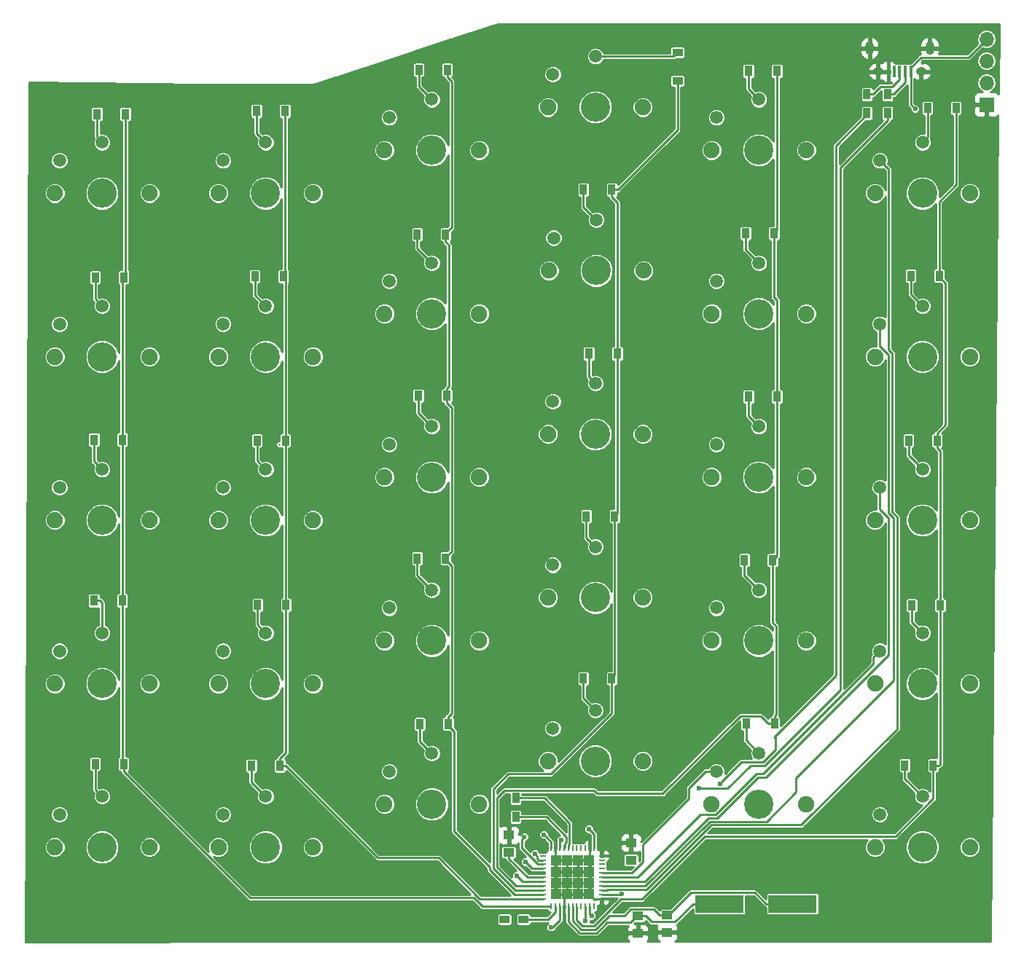
<source format=gbr>
G04 #@! TF.GenerationSoftware,KiCad,Pcbnew,(5.0.1-3-g963ef8bb5)*
G04 #@! TF.CreationDate,2019-02-26T10:41:44-08:00*
G04 #@! TF.ProjectId,atreus-butterfly-62,6174726575732D627574746572666C79,rev?*
G04 #@! TF.SameCoordinates,Original*
G04 #@! TF.FileFunction,Copper,L1,Top,Signal*
G04 #@! TF.FilePolarity,Positive*
%FSLAX46Y46*%
G04 Gerber Fmt 4.6, Leading zero omitted, Abs format (unit mm)*
G04 Created by KiCad (PCBNEW (5.0.1-3-g963ef8bb5)) date Tuesday, February 26, 2019 at 10:41:44 AM*
%MOMM*%
%LPD*%
G01*
G04 APERTURE LIST*
G04 #@! TA.AperFunction,WasherPad*
%ADD10C,3.400000*%
G04 #@! TD*
G04 #@! TA.AperFunction,WasherPad*
%ADD11C,1.900000*%
G04 #@! TD*
G04 #@! TA.AperFunction,ComponentPad*
%ADD12C,1.500000*%
G04 #@! TD*
G04 #@! TA.AperFunction,SMDPad,CuDef*
%ADD13R,1.250000X1.000000*%
G04 #@! TD*
G04 #@! TA.AperFunction,SMDPad,CuDef*
%ADD14R,0.900000X1.200000*%
G04 #@! TD*
G04 #@! TA.AperFunction,SMDPad,CuDef*
%ADD15R,1.200000X0.900000*%
G04 #@! TD*
G04 #@! TA.AperFunction,SMDPad,CuDef*
%ADD16R,0.400000X1.350000*%
G04 #@! TD*
G04 #@! TA.AperFunction,ComponentPad*
%ADD17O,1.250000X0.950000*%
G04 #@! TD*
G04 #@! TA.AperFunction,ComponentPad*
%ADD18O,1.000000X1.550000*%
G04 #@! TD*
G04 #@! TA.AperFunction,ComponentPad*
%ADD19R,1.700000X1.700000*%
G04 #@! TD*
G04 #@! TA.AperFunction,ComponentPad*
%ADD20O,1.700000X1.700000*%
G04 #@! TD*
G04 #@! TA.AperFunction,SMDPad,CuDef*
%ADD21R,5.600000X2.100000*%
G04 #@! TD*
G04 #@! TA.AperFunction,SMDPad,CuDef*
%ADD22R,1.287500X1.287500*%
G04 #@! TD*
G04 #@! TA.AperFunction,SMDPad,CuDef*
%ADD23R,0.250000X0.700000*%
G04 #@! TD*
G04 #@! TA.AperFunction,SMDPad,CuDef*
%ADD24R,0.700000X0.250000*%
G04 #@! TD*
G04 #@! TA.AperFunction,ViaPad*
%ADD25C,0.600000*%
G04 #@! TD*
G04 #@! TA.AperFunction,Conductor*
%ADD26C,0.250000*%
G04 #@! TD*
G04 #@! TA.AperFunction,Conductor*
%ADD27C,0.254000*%
G04 #@! TD*
G04 APERTURE END LIST*
D10*
G04 #@! TO.N,*
G04 #@! TO.C,SW26*
X144050000Y-65100000D03*
D11*
X149550000Y-65100000D03*
X138550000Y-65100000D03*
D12*
G04 #@! TD*
G04 #@! TO.P,SW26,2*
G04 #@! TO.N,Net-(D26-Pad2)*
X144050000Y-59200000D03*
G04 #@! TO.P,SW26,1*
G04 #@! TO.N,/Row_1*
X139100000Y-61300000D03*
G04 #@! TD*
D13*
G04 #@! TO.P,C1,1*
G04 #@! TO.N,Net-(C1-Pad1)*
X114400000Y-149000000D03*
G04 #@! TO.P,C1,2*
G04 #@! TO.N,GND*
X114400000Y-151000000D03*
G04 #@! TD*
G04 #@! TO.P,C2,1*
G04 #@! TO.N,GND*
X111000000Y-151100000D03*
G04 #@! TO.P,C2,2*
G04 #@! TO.N,Net-(C2-Pad2)*
X111000000Y-149100000D03*
G04 #@! TD*
G04 #@! TO.P,C3,1*
G04 #@! TO.N,Net-(C3-Pad1)*
X110200000Y-142600000D03*
G04 #@! TO.P,C3,2*
G04 #@! TO.N,GND*
X110200000Y-140600000D03*
G04 #@! TD*
G04 #@! TO.P,C4,1*
G04 #@! TO.N,Net-(C4-Pad1)*
X96000000Y-141700000D03*
G04 #@! TO.P,C4,2*
G04 #@! TO.N,GND*
X96000000Y-139700000D03*
G04 #@! TD*
D14*
G04 #@! TO.P,D1,1*
G04 #@! TO.N,/Column_1*
X51450000Y-55900000D03*
G04 #@! TO.P,D1,2*
G04 #@! TO.N,Net-(D1-Pad2)*
X48150000Y-55900000D03*
G04 #@! TD*
G04 #@! TO.P,D2,1*
G04 #@! TO.N,/Column_1*
X51250000Y-74900000D03*
G04 #@! TO.P,D2,2*
G04 #@! TO.N,Net-(D2-Pad2)*
X47950000Y-74900000D03*
G04 #@! TD*
G04 #@! TO.P,D3,1*
G04 #@! TO.N,/Column_1*
X51100000Y-93750000D03*
G04 #@! TO.P,D3,2*
G04 #@! TO.N,Net-(D3-Pad2)*
X47800000Y-93750000D03*
G04 #@! TD*
G04 #@! TO.P,D4,1*
G04 #@! TO.N,/Column_1*
X51100000Y-112450000D03*
G04 #@! TO.P,D4,2*
G04 #@! TO.N,Net-(D4-Pad2)*
X47800000Y-112450000D03*
G04 #@! TD*
G04 #@! TO.P,D5,1*
G04 #@! TO.N,/Column_1*
X51250000Y-131450000D03*
G04 #@! TO.P,D5,2*
G04 #@! TO.N,Net-(D5-Pad2)*
X47950000Y-131450000D03*
G04 #@! TD*
G04 #@! TO.P,D6,1*
G04 #@! TO.N,/Column_2*
X70000000Y-55550000D03*
G04 #@! TO.P,D6,2*
G04 #@! TO.N,Net-(D6-Pad2)*
X66700000Y-55550000D03*
G04 #@! TD*
G04 #@! TO.P,D7,1*
G04 #@! TO.N,/Column_2*
X69800000Y-74750000D03*
G04 #@! TO.P,D7,2*
G04 #@! TO.N,Net-(D7-Pad2)*
X66500000Y-74750000D03*
G04 #@! TD*
G04 #@! TO.P,D8,1*
G04 #@! TO.N,/Column_2*
X70050000Y-93850000D03*
G04 #@! TO.P,D8,2*
G04 #@! TO.N,Net-(D8-Pad2)*
X66750000Y-93850000D03*
G04 #@! TD*
G04 #@! TO.P,D9,1*
G04 #@! TO.N,/Column_2*
X70100000Y-112950000D03*
G04 #@! TO.P,D9,2*
G04 #@! TO.N,Net-(D9-Pad2)*
X66800000Y-112950000D03*
G04 #@! TD*
G04 #@! TO.P,D10,1*
G04 #@! TO.N,/Column_2*
X69400000Y-131650000D03*
G04 #@! TO.P,D10,2*
G04 #@! TO.N,Net-(D10-Pad2)*
X66100000Y-131650000D03*
G04 #@! TD*
G04 #@! TO.P,D11,1*
G04 #@! TO.N,/Column_3*
X88850000Y-50750000D03*
G04 #@! TO.P,D11,2*
G04 #@! TO.N,Net-(D11-Pad2)*
X85550000Y-50750000D03*
G04 #@! TD*
G04 #@! TO.P,D12,1*
G04 #@! TO.N,/Column_3*
X88650000Y-69900000D03*
G04 #@! TO.P,D12,2*
G04 #@! TO.N,Net-(D12-Pad2)*
X85350000Y-69900000D03*
G04 #@! TD*
G04 #@! TO.P,D13,1*
G04 #@! TO.N,/Column_3*
X88800000Y-88650000D03*
G04 #@! TO.P,D13,2*
G04 #@! TO.N,Net-(D13-Pad2)*
X85500000Y-88650000D03*
G04 #@! TD*
G04 #@! TO.P,D14,1*
G04 #@! TO.N,/Column_3*
X88650000Y-107550000D03*
G04 #@! TO.P,D14,2*
G04 #@! TO.N,Net-(D14-Pad2)*
X85350000Y-107550000D03*
G04 #@! TD*
G04 #@! TO.P,D15,1*
G04 #@! TO.N,/Column_3*
X88950000Y-126800000D03*
G04 #@! TO.P,D15,2*
G04 #@! TO.N,Net-(D15-Pad2)*
X85650000Y-126800000D03*
G04 #@! TD*
D15*
G04 #@! TO.P,D16,1*
G04 #@! TO.N,/Column_4*
X115600000Y-52050000D03*
G04 #@! TO.P,D16,2*
G04 #@! TO.N,Net-(D16-Pad2)*
X115600000Y-48750000D03*
G04 #@! TD*
D14*
G04 #@! TO.P,D17,1*
G04 #@! TO.N,/Column_4*
X107950000Y-64700000D03*
G04 #@! TO.P,D17,2*
G04 #@! TO.N,Net-(D17-Pad2)*
X104650000Y-64700000D03*
G04 #@! TD*
G04 #@! TO.P,D18,1*
G04 #@! TO.N,/Column_4*
X108600000Y-83750000D03*
G04 #@! TO.P,D18,2*
G04 #@! TO.N,Net-(D18-Pad2)*
X105300000Y-83750000D03*
G04 #@! TD*
G04 #@! TO.P,D19,1*
G04 #@! TO.N,/Column_4*
X108300000Y-102650000D03*
G04 #@! TO.P,D19,2*
G04 #@! TO.N,Net-(D19-Pad2)*
X105000000Y-102650000D03*
G04 #@! TD*
G04 #@! TO.P,D20,1*
G04 #@! TO.N,/Column_4*
X107950000Y-121500000D03*
G04 #@! TO.P,D20,2*
G04 #@! TO.N,Net-(D20-Pad2)*
X104650000Y-121500000D03*
G04 #@! TD*
G04 #@! TO.P,D21,1*
G04 #@! TO.N,/Column_5*
X127150000Y-50900000D03*
G04 #@! TO.P,D21,2*
G04 #@! TO.N,Net-(D21-Pad2)*
X123850000Y-50900000D03*
G04 #@! TD*
G04 #@! TO.P,D22,1*
G04 #@! TO.N,/Column_5*
X126800000Y-69750000D03*
G04 #@! TO.P,D22,2*
G04 #@! TO.N,Net-(D22-Pad2)*
X123500000Y-69750000D03*
G04 #@! TD*
G04 #@! TO.P,D23,1*
G04 #@! TO.N,/Column_5*
X127150000Y-88750000D03*
G04 #@! TO.P,D23,2*
G04 #@! TO.N,Net-(D23-Pad2)*
X123850000Y-88750000D03*
G04 #@! TD*
G04 #@! TO.P,D24,1*
G04 #@! TO.N,/Column_5*
X126650000Y-107750000D03*
G04 #@! TO.P,D24,2*
G04 #@! TO.N,Net-(D24-Pad2)*
X123350000Y-107750000D03*
G04 #@! TD*
G04 #@! TO.P,D25,1*
G04 #@! TO.N,/Column_5*
X126850000Y-126750000D03*
G04 #@! TO.P,D25,2*
G04 #@! TO.N,Net-(D25-Pad2)*
X123550000Y-126750000D03*
G04 #@! TD*
G04 #@! TO.P,D26,1*
G04 #@! TO.N,/Column_6*
X147950000Y-55200000D03*
G04 #@! TO.P,D26,2*
G04 #@! TO.N,Net-(D26-Pad2)*
X144650000Y-55200000D03*
G04 #@! TD*
G04 #@! TO.P,D27,1*
G04 #@! TO.N,/Column_6*
X146000000Y-74700000D03*
G04 #@! TO.P,D27,2*
G04 #@! TO.N,Net-(D27-Pad2)*
X142700000Y-74700000D03*
G04 #@! TD*
G04 #@! TO.P,D28,1*
G04 #@! TO.N,/Column_6*
X145750000Y-93850000D03*
G04 #@! TO.P,D28,2*
G04 #@! TO.N,Net-(D28-Pad2)*
X142450000Y-93850000D03*
G04 #@! TD*
G04 #@! TO.P,D29,1*
G04 #@! TO.N,/Column_6*
X146100000Y-113000000D03*
G04 #@! TO.P,D29,2*
G04 #@! TO.N,Net-(D29-Pad2)*
X142800000Y-113000000D03*
G04 #@! TD*
G04 #@! TO.P,D30,1*
G04 #@! TO.N,/Column_6*
X145300000Y-131600000D03*
G04 #@! TO.P,D30,2*
G04 #@! TO.N,Net-(D30-Pad2)*
X142000000Y-131600000D03*
G04 #@! TD*
D16*
G04 #@! TO.P,J1,1*
G04 #@! TO.N,VCC*
X142700000Y-50950000D03*
G04 #@! TO.P,J1,2*
G04 #@! TO.N,Net-(J1-Pad2)*
X142050000Y-50950000D03*
G04 #@! TO.P,J1,3*
G04 #@! TO.N,Net-(J1-Pad3)*
X141400000Y-50950000D03*
G04 #@! TO.P,J1,4*
G04 #@! TO.N,N/C*
X140750000Y-50950000D03*
G04 #@! TO.P,J1,5*
G04 #@! TO.N,GND*
X140100000Y-50950000D03*
D17*
G04 #@! TO.P,J1,6*
X143900000Y-50950000D03*
X138900000Y-50950000D03*
D18*
X144900000Y-48250000D03*
X137900000Y-48250000D03*
G04 #@! TD*
D19*
G04 #@! TO.P,J2,1*
G04 #@! TO.N,GND*
X151500000Y-54800000D03*
D20*
G04 #@! TO.P,J2,2*
G04 #@! TO.N,/Rx*
X151500000Y-52260000D03*
G04 #@! TO.P,J2,3*
G04 #@! TO.N,/Tx*
X151500000Y-49720000D03*
G04 #@! TO.P,J2,4*
G04 #@! TO.N,VCC*
X151500000Y-47180000D03*
G04 #@! TD*
D14*
G04 #@! TO.P,R1,1*
G04 #@! TO.N,Net-(R1-Pad1)*
X137600000Y-55800000D03*
G04 #@! TO.P,R1,2*
G04 #@! TO.N,Net-(J1-Pad3)*
X137600000Y-53600000D03*
G04 #@! TD*
G04 #@! TO.P,R2,1*
G04 #@! TO.N,Net-(R2-Pad1)*
X140000000Y-55800000D03*
G04 #@! TO.P,R2,2*
G04 #@! TO.N,Net-(J1-Pad2)*
X140000000Y-53600000D03*
G04 #@! TD*
D15*
G04 #@! TO.P,R3,1*
G04 #@! TO.N,Net-(R3-Pad1)*
X97700000Y-149500000D03*
G04 #@! TO.P,R3,2*
G04 #@! TO.N,VCC*
X95500000Y-149500000D03*
G04 #@! TD*
D10*
G04 #@! TO.N,*
G04 #@! TO.C,SW1*
X48750000Y-65100000D03*
D11*
X54250000Y-65100000D03*
X43250000Y-65100000D03*
D12*
G04 #@! TD*
G04 #@! TO.P,SW1,2*
G04 #@! TO.N,Net-(D1-Pad2)*
X48750000Y-59200000D03*
G04 #@! TO.P,SW1,1*
G04 #@! TO.N,/Row_1*
X43800000Y-61300000D03*
G04 #@! TD*
D10*
G04 #@! TO.N,*
G04 #@! TO.C,SW2*
X48750000Y-84100000D03*
D11*
X54250000Y-84100000D03*
X43250000Y-84100000D03*
D12*
G04 #@! TD*
G04 #@! TO.P,SW2,2*
G04 #@! TO.N,Net-(D2-Pad2)*
X48750000Y-78200000D03*
G04 #@! TO.P,SW2,1*
G04 #@! TO.N,/Row_2*
X43800000Y-80300000D03*
G04 #@! TD*
D10*
G04 #@! TO.N,*
G04 #@! TO.C,SW3*
X48750000Y-103100000D03*
D11*
X54250000Y-103100000D03*
X43250000Y-103100000D03*
D12*
G04 #@! TD*
G04 #@! TO.P,SW3,2*
G04 #@! TO.N,Net-(D3-Pad2)*
X48750000Y-97200000D03*
G04 #@! TO.P,SW3,1*
G04 #@! TO.N,/Row_3*
X43800000Y-99300000D03*
G04 #@! TD*
D10*
G04 #@! TO.N,*
G04 #@! TO.C,SW4*
X48750000Y-122100000D03*
D11*
X54250000Y-122100000D03*
X43250000Y-122100000D03*
D12*
G04 #@! TD*
G04 #@! TO.P,SW4,2*
G04 #@! TO.N,Net-(D4-Pad2)*
X48750000Y-116200000D03*
G04 #@! TO.P,SW4,1*
G04 #@! TO.N,/Row_4*
X43800000Y-118300000D03*
G04 #@! TD*
D10*
G04 #@! TO.N,*
G04 #@! TO.C,SW5*
X48750000Y-141100000D03*
D11*
X54250000Y-141100000D03*
X43250000Y-141100000D03*
D12*
G04 #@! TD*
G04 #@! TO.P,SW5,2*
G04 #@! TO.N,Net-(D5-Pad2)*
X48750000Y-135200000D03*
G04 #@! TO.P,SW5,1*
G04 #@! TO.N,/Row_5*
X43800000Y-137300000D03*
G04 #@! TD*
D10*
G04 #@! TO.N,*
G04 #@! TO.C,SW6*
X67750000Y-65100000D03*
D11*
X73250000Y-65100000D03*
X62250000Y-65100000D03*
D12*
G04 #@! TD*
G04 #@! TO.P,SW6,2*
G04 #@! TO.N,Net-(D6-Pad2)*
X67750000Y-59200000D03*
G04 #@! TO.P,SW6,1*
G04 #@! TO.N,/Row_1*
X62800000Y-61300000D03*
G04 #@! TD*
D10*
G04 #@! TO.N,*
G04 #@! TO.C,SW7*
X67750000Y-84100000D03*
D11*
X73250000Y-84100000D03*
X62250000Y-84100000D03*
D12*
G04 #@! TD*
G04 #@! TO.P,SW7,2*
G04 #@! TO.N,Net-(D7-Pad2)*
X67750000Y-78200000D03*
G04 #@! TO.P,SW7,1*
G04 #@! TO.N,/Row_2*
X62800000Y-80300000D03*
G04 #@! TD*
D10*
G04 #@! TO.N,*
G04 #@! TO.C,SW8*
X67750000Y-103100000D03*
D11*
X73250000Y-103100000D03*
X62250000Y-103100000D03*
D12*
G04 #@! TD*
G04 #@! TO.P,SW8,2*
G04 #@! TO.N,Net-(D8-Pad2)*
X67750000Y-97200000D03*
G04 #@! TO.P,SW8,1*
G04 #@! TO.N,/Row_3*
X62800000Y-99300000D03*
G04 #@! TD*
D10*
G04 #@! TO.N,*
G04 #@! TO.C,SW9*
X67750000Y-122100000D03*
D11*
X73250000Y-122100000D03*
X62250000Y-122100000D03*
D12*
G04 #@! TD*
G04 #@! TO.P,SW9,2*
G04 #@! TO.N,Net-(D9-Pad2)*
X67750000Y-116200000D03*
G04 #@! TO.P,SW9,1*
G04 #@! TO.N,/Row_4*
X62800000Y-118300000D03*
G04 #@! TD*
D10*
G04 #@! TO.N,*
G04 #@! TO.C,SW10*
X67750000Y-141100000D03*
D11*
X73250000Y-141100000D03*
X62250000Y-141100000D03*
D12*
G04 #@! TD*
G04 #@! TO.P,SW10,2*
G04 #@! TO.N,Net-(D10-Pad2)*
X67750000Y-135200000D03*
G04 #@! TO.P,SW10,1*
G04 #@! TO.N,/Row_5*
X62800000Y-137300000D03*
G04 #@! TD*
D10*
G04 #@! TO.N,*
G04 #@! TO.C,SW11*
X87050000Y-60100000D03*
D11*
X92550000Y-60100000D03*
X81550000Y-60100000D03*
D12*
G04 #@! TD*
G04 #@! TO.P,SW11,2*
G04 #@! TO.N,Net-(D11-Pad2)*
X87050000Y-54200000D03*
G04 #@! TO.P,SW11,1*
G04 #@! TO.N,/Row_1*
X82100000Y-56300000D03*
G04 #@! TD*
D10*
G04 #@! TO.N,*
G04 #@! TO.C,SW12*
X87050000Y-79100000D03*
D11*
X92550000Y-79100000D03*
X81550000Y-79100000D03*
D12*
G04 #@! TD*
G04 #@! TO.P,SW12,2*
G04 #@! TO.N,Net-(D12-Pad2)*
X87050000Y-73200000D03*
G04 #@! TO.P,SW12,1*
G04 #@! TO.N,/Row_2*
X82100000Y-75300000D03*
G04 #@! TD*
D10*
G04 #@! TO.N,*
G04 #@! TO.C,SW13*
X87050000Y-98100000D03*
D11*
X92550000Y-98100000D03*
X81550000Y-98100000D03*
D12*
G04 #@! TD*
G04 #@! TO.P,SW13,2*
G04 #@! TO.N,Net-(D13-Pad2)*
X87050000Y-92200000D03*
G04 #@! TO.P,SW13,1*
G04 #@! TO.N,/Row_3*
X82100000Y-94300000D03*
G04 #@! TD*
D10*
G04 #@! TO.N,*
G04 #@! TO.C,SW14*
X87050000Y-117100000D03*
D11*
X92550000Y-117100000D03*
X81550000Y-117100000D03*
D12*
G04 #@! TD*
G04 #@! TO.P,SW14,2*
G04 #@! TO.N,Net-(D14-Pad2)*
X87050000Y-111200000D03*
G04 #@! TO.P,SW14,1*
G04 #@! TO.N,/Row_4*
X82100000Y-113300000D03*
G04 #@! TD*
D10*
G04 #@! TO.N,*
G04 #@! TO.C,SW15*
X87050000Y-136100000D03*
D11*
X92550000Y-136100000D03*
X81550000Y-136100000D03*
D12*
G04 #@! TD*
G04 #@! TO.P,SW15,2*
G04 #@! TO.N,Net-(D15-Pad2)*
X87050000Y-130200000D03*
G04 #@! TO.P,SW15,1*
G04 #@! TO.N,/Row_5*
X82100000Y-132300000D03*
G04 #@! TD*
D10*
G04 #@! TO.N,*
G04 #@! TO.C,SW16*
X106050000Y-55100000D03*
D11*
X111550000Y-55100000D03*
X100550000Y-55100000D03*
D12*
G04 #@! TD*
G04 #@! TO.P,SW16,2*
G04 #@! TO.N,Net-(D16-Pad2)*
X106050000Y-49200000D03*
G04 #@! TO.P,SW16,1*
G04 #@! TO.N,/Row_1*
X101100000Y-51300000D03*
G04 #@! TD*
D10*
G04 #@! TO.N,*
G04 #@! TO.C,SW17*
X106150000Y-74100000D03*
D11*
X111650000Y-74100000D03*
X100650000Y-74100000D03*
D12*
G04 #@! TD*
G04 #@! TO.P,SW17,2*
G04 #@! TO.N,Net-(D17-Pad2)*
X106150000Y-68200000D03*
G04 #@! TO.P,SW17,1*
G04 #@! TO.N,/Row_2*
X101200000Y-70300000D03*
G04 #@! TD*
D10*
G04 #@! TO.N,*
G04 #@! TO.C,SW18*
X106050000Y-93100000D03*
D11*
X111550000Y-93100000D03*
X100550000Y-93100000D03*
D12*
G04 #@! TD*
G04 #@! TO.P,SW18,2*
G04 #@! TO.N,Net-(D18-Pad2)*
X106050000Y-87200000D03*
G04 #@! TO.P,SW18,1*
G04 #@! TO.N,/Row_3*
X101100000Y-89300000D03*
G04 #@! TD*
D10*
G04 #@! TO.N,*
G04 #@! TO.C,SW19*
X106050000Y-112100000D03*
D11*
X111550000Y-112100000D03*
X100550000Y-112100000D03*
D12*
G04 #@! TD*
G04 #@! TO.P,SW19,2*
G04 #@! TO.N,Net-(D19-Pad2)*
X106050000Y-106200000D03*
G04 #@! TO.P,SW19,1*
G04 #@! TO.N,/Row_4*
X101100000Y-108300000D03*
G04 #@! TD*
D10*
G04 #@! TO.N,*
G04 #@! TO.C,SW20*
X106050000Y-131100000D03*
D11*
X111550000Y-131100000D03*
X100550000Y-131100000D03*
D12*
G04 #@! TD*
G04 #@! TO.P,SW20,2*
G04 #@! TO.N,Net-(D20-Pad2)*
X106050000Y-125200000D03*
G04 #@! TO.P,SW20,1*
G04 #@! TO.N,/Row_5*
X101100000Y-127300000D03*
G04 #@! TD*
D10*
G04 #@! TO.N,*
G04 #@! TO.C,SW21*
X125050000Y-60100000D03*
D11*
X130550000Y-60100000D03*
X119550000Y-60100000D03*
D12*
G04 #@! TD*
G04 #@! TO.P,SW21,2*
G04 #@! TO.N,Net-(D21-Pad2)*
X125050000Y-54200000D03*
G04 #@! TO.P,SW21,1*
G04 #@! TO.N,/Row_1*
X120100000Y-56300000D03*
G04 #@! TD*
D10*
G04 #@! TO.N,*
G04 #@! TO.C,SW22*
X125050000Y-79100000D03*
D11*
X130550000Y-79100000D03*
X119550000Y-79100000D03*
D12*
G04 #@! TD*
G04 #@! TO.P,SW22,2*
G04 #@! TO.N,Net-(D22-Pad2)*
X125050000Y-73200000D03*
G04 #@! TO.P,SW22,1*
G04 #@! TO.N,/Row_2*
X120100000Y-75300000D03*
G04 #@! TD*
D10*
G04 #@! TO.N,*
G04 #@! TO.C,SW23*
X125050000Y-98100000D03*
D11*
X130550000Y-98100000D03*
X119550000Y-98100000D03*
D12*
G04 #@! TD*
G04 #@! TO.P,SW23,2*
G04 #@! TO.N,Net-(D23-Pad2)*
X125050000Y-92200000D03*
G04 #@! TO.P,SW23,1*
G04 #@! TO.N,/Row_3*
X120100000Y-94300000D03*
G04 #@! TD*
D10*
G04 #@! TO.N,*
G04 #@! TO.C,SW24*
X125050000Y-117100000D03*
D11*
X130550000Y-117100000D03*
X119550000Y-117100000D03*
D12*
G04 #@! TD*
G04 #@! TO.P,SW24,2*
G04 #@! TO.N,Net-(D24-Pad2)*
X125050000Y-111200000D03*
G04 #@! TO.P,SW24,1*
G04 #@! TO.N,/Row_4*
X120100000Y-113300000D03*
G04 #@! TD*
D10*
G04 #@! TO.N,*
G04 #@! TO.C,SW25*
X125050000Y-136100000D03*
D11*
X130550000Y-136100000D03*
X119550000Y-136100000D03*
D12*
G04 #@! TD*
G04 #@! TO.P,SW25,2*
G04 #@! TO.N,Net-(D25-Pad2)*
X125050000Y-130200000D03*
G04 #@! TO.P,SW25,1*
G04 #@! TO.N,/Row_5*
X120100000Y-132300000D03*
G04 #@! TD*
D10*
G04 #@! TO.N,*
G04 #@! TO.C,SW27*
X144050000Y-84100000D03*
D11*
X149550000Y-84100000D03*
X138550000Y-84100000D03*
D12*
G04 #@! TD*
G04 #@! TO.P,SW27,2*
G04 #@! TO.N,Net-(D27-Pad2)*
X144050000Y-78200000D03*
G04 #@! TO.P,SW27,1*
G04 #@! TO.N,/Row_2*
X139100000Y-80300000D03*
G04 #@! TD*
D10*
G04 #@! TO.N,*
G04 #@! TO.C,SW28*
X144050000Y-103100000D03*
D11*
X149550000Y-103100000D03*
X138550000Y-103100000D03*
D12*
G04 #@! TD*
G04 #@! TO.P,SW28,2*
G04 #@! TO.N,Net-(D28-Pad2)*
X144050000Y-97200000D03*
G04 #@! TO.P,SW28,1*
G04 #@! TO.N,/Row_3*
X139100000Y-99300000D03*
G04 #@! TD*
D10*
G04 #@! TO.N,*
G04 #@! TO.C,SW29*
X144050000Y-122100000D03*
D11*
X149550000Y-122100000D03*
X138550000Y-122100000D03*
D12*
G04 #@! TD*
G04 #@! TO.P,SW29,2*
G04 #@! TO.N,Net-(D29-Pad2)*
X144050000Y-116200000D03*
G04 #@! TO.P,SW29,1*
G04 #@! TO.N,/Row_4*
X139100000Y-118300000D03*
G04 #@! TD*
D10*
G04 #@! TO.N,*
G04 #@! TO.C,SW30*
X144050000Y-141100000D03*
D11*
X149550000Y-141100000D03*
X138550000Y-141100000D03*
D12*
G04 #@! TD*
G04 #@! TO.P,SW30,2*
G04 #@! TO.N,Net-(D30-Pad2)*
X144050000Y-135200000D03*
G04 #@! TO.P,SW30,1*
G04 #@! TO.N,/Row_5*
X139100000Y-137300000D03*
G04 #@! TD*
D21*
G04 #@! TO.P,Y1,1*
G04 #@! TO.N,Net-(C1-Pad1)*
X128950000Y-147700000D03*
G04 #@! TO.P,Y1,2*
G04 #@! TO.N,Net-(C2-Pad2)*
X120450000Y-147700000D03*
G04 #@! TD*
D14*
G04 #@! TO.P,R4,1*
G04 #@! TO.N,Net-(R4-Pad1)*
X96800000Y-137600000D03*
G04 #@! TO.P,R4,2*
G04 #@! TO.N,Net-(R4-Pad2)*
X96800000Y-135400000D03*
G04 #@! TD*
D22*
G04 #@! TO.P,U1,45*
G04 #@! TO.N,GND*
X101468750Y-142668750D03*
X101468750Y-143956250D03*
X101468750Y-145243750D03*
X101468750Y-146531250D03*
X102756250Y-142668750D03*
X102756250Y-143956250D03*
X102756250Y-145243750D03*
X102756250Y-146531250D03*
X104043750Y-142668750D03*
X104043750Y-143956250D03*
X104043750Y-145243750D03*
X104043750Y-146531250D03*
X105331250Y-142668750D03*
X105331250Y-143956250D03*
X105331250Y-145243750D03*
X105331250Y-146531250D03*
D23*
G04 #@! TO.P,U1,44*
G04 #@! TO.N,VCC*
X100900000Y-141200000D03*
G04 #@! TO.P,U1,43*
G04 #@! TO.N,GND*
X101400000Y-141200000D03*
G04 #@! TO.P,U1,42*
G04 #@! TO.N,Net-(C3-Pad1)*
X101900000Y-141200000D03*
G04 #@! TO.P,U1,41*
G04 #@! TO.N,Net-(R4-Pad1)*
X102400000Y-141200000D03*
G04 #@! TO.P,U1,40*
G04 #@! TO.N,Net-(R4-Pad2)*
X102900000Y-141200000D03*
G04 #@! TO.P,U1,39*
G04 #@! TO.N,N/C*
X103400000Y-141200000D03*
G04 #@! TO.P,U1,38*
X103900000Y-141200000D03*
G04 #@! TO.P,U1,37*
X104400000Y-141200000D03*
G04 #@! TO.P,U1,36*
X104900000Y-141200000D03*
G04 #@! TO.P,U1,35*
G04 #@! TO.N,GND*
X105400000Y-141200000D03*
G04 #@! TO.P,U1,34*
G04 #@! TO.N,VCC*
X105900000Y-141200000D03*
D24*
G04 #@! TO.P,U1,33*
G04 #@! TO.N,GND*
X106800000Y-142100000D03*
G04 #@! TO.P,U1,32*
G04 #@! TO.N,N/C*
X106800000Y-142600000D03*
G04 #@! TO.P,U1,31*
X106800000Y-143100000D03*
G04 #@! TO.P,U1,30*
X106800000Y-143600000D03*
G04 #@! TO.P,U1,29*
G04 #@! TO.N,/Row_5*
X106800000Y-144100000D03*
G04 #@! TO.P,U1,28*
G04 #@! TO.N,/Row_4*
X106800000Y-144600000D03*
G04 #@! TO.P,U1,27*
G04 #@! TO.N,/Row_3*
X106800000Y-145100000D03*
G04 #@! TO.P,U1,26*
G04 #@! TO.N,/Row_2*
X106800000Y-145600000D03*
G04 #@! TO.P,U1,25*
G04 #@! TO.N,/Row_1*
X106800000Y-146100000D03*
G04 #@! TO.P,U1,24*
G04 #@! TO.N,VCC*
X106800000Y-146600000D03*
G04 #@! TO.P,U1,23*
G04 #@! TO.N,GND*
X106800000Y-147100000D03*
D23*
G04 #@! TO.P,U1,22*
G04 #@! TO.N,N/C*
X105900000Y-148000000D03*
G04 #@! TO.P,U1,21*
G04 #@! TO.N,/Tx*
X105400000Y-148000000D03*
G04 #@! TO.P,U1,20*
G04 #@! TO.N,/Rx*
X104900000Y-148000000D03*
G04 #@! TO.P,U1,19*
G04 #@! TO.N,N/C*
X104400000Y-148000000D03*
G04 #@! TO.P,U1,18*
G04 #@! TO.N,/Column_6*
X103900000Y-148000000D03*
G04 #@! TO.P,U1,17*
G04 #@! TO.N,Net-(C1-Pad1)*
X103400000Y-148000000D03*
G04 #@! TO.P,U1,16*
G04 #@! TO.N,Net-(C2-Pad2)*
X102900000Y-148000000D03*
G04 #@! TO.P,U1,15*
G04 #@! TO.N,GND*
X102400000Y-148000000D03*
G04 #@! TO.P,U1,14*
G04 #@! TO.N,VCC*
X101900000Y-148000000D03*
G04 #@! TO.P,U1,13*
G04 #@! TO.N,Net-(R3-Pad1)*
X101400000Y-148000000D03*
G04 #@! TO.P,U1,12*
G04 #@! TO.N,/Column_1*
X100900000Y-148000000D03*
D24*
G04 #@! TO.P,U1,11*
G04 #@! TO.N,/Column_2*
X100000000Y-147100000D03*
G04 #@! TO.P,U1,10*
G04 #@! TO.N,/Column_3*
X100000000Y-146600000D03*
G04 #@! TO.P,U1,9*
G04 #@! TO.N,/Column_4*
X100000000Y-146100000D03*
G04 #@! TO.P,U1,8*
G04 #@! TO.N,/Column_5*
X100000000Y-145600000D03*
G04 #@! TO.P,U1,7*
G04 #@! TO.N,VCC*
X100000000Y-145100000D03*
G04 #@! TO.P,U1,6*
G04 #@! TO.N,Net-(C4-Pad1)*
X100000000Y-144600000D03*
G04 #@! TO.P,U1,5*
G04 #@! TO.N,GND*
X100000000Y-144100000D03*
G04 #@! TO.P,U1,4*
G04 #@! TO.N,Net-(R1-Pad1)*
X100000000Y-143600000D03*
G04 #@! TO.P,U1,3*
G04 #@! TO.N,Net-(R2-Pad1)*
X100000000Y-143100000D03*
G04 #@! TO.P,U1,2*
G04 #@! TO.N,VCC*
X100000000Y-142600000D03*
G04 #@! TO.P,U1,1*
G04 #@! TO.N,N/C*
X100000000Y-142100000D03*
G04 #@! TD*
D25*
G04 #@! TO.N,Net-(C3-Pad1)*
X110200000Y-142600000D03*
X102073614Y-140280187D03*
G04 #@! TO.N,VCC*
X96900000Y-144400000D03*
X109141066Y-146575021D03*
X143200000Y-55300000D03*
X100054994Y-139639992D03*
X99012132Y-141898944D03*
X105300000Y-139000000D03*
X95500000Y-149500000D03*
X100900000Y-150399996D03*
G04 #@! TO.N,/Rx*
X104900000Y-149700000D03*
G04 #@! TO.N,/Tx*
X105600000Y-149100000D03*
G04 #@! TO.N,Net-(R1-Pad1)*
X120500000Y-133724990D03*
X97900000Y-142800000D03*
G04 #@! TO.N,Net-(R2-Pad1)*
X118100000Y-134300000D03*
X97800000Y-139900000D03*
G04 #@! TD*
D26*
G04 #@! TO.N,*
X69300000Y-94300000D02*
X69314999Y-94300000D01*
G04 #@! TO.N,Net-(C1-Pad1)*
X114525000Y-149000000D02*
X117160001Y-146364999D01*
X125900000Y-147700000D02*
X128950000Y-147700000D01*
X124564999Y-146364999D02*
X125900000Y-147700000D01*
X117160001Y-146364999D02*
X124564999Y-146364999D01*
X114400000Y-149000000D02*
X114525000Y-149000000D01*
X103400000Y-149683335D02*
X104391678Y-150675013D01*
X103400000Y-148000000D02*
X103400000Y-149683335D01*
X107671692Y-149045012D02*
X109416986Y-149045012D01*
X109416986Y-149045012D02*
X110146999Y-148314999D01*
X110146999Y-148314999D02*
X112839999Y-148314999D01*
X113525000Y-149000000D02*
X114400000Y-149000000D01*
X106041691Y-150675013D02*
X107671692Y-149045012D01*
X104391678Y-150675013D02*
X106041691Y-150675013D01*
X112839999Y-148314999D02*
X113525000Y-149000000D01*
G04 #@! TO.N,GND*
X114300000Y-151100000D02*
X114400000Y-151000000D01*
X111000000Y-151100000D02*
X114300000Y-151100000D01*
X101400000Y-142600000D02*
X101468750Y-142668750D01*
X101400000Y-141200000D02*
X101400000Y-142600000D01*
X105400000Y-142600000D02*
X105331250Y-142668750D01*
X105400000Y-141200000D02*
X105400000Y-142600000D01*
X102400000Y-146887500D02*
X102400000Y-148000000D01*
X102756250Y-146531250D02*
X102400000Y-146887500D01*
X105331250Y-146531250D02*
X106000000Y-147200000D01*
X106100000Y-147100000D02*
X106800000Y-147100000D01*
X106000000Y-147200000D02*
X106100000Y-147100000D01*
G04 #@! TO.N,Net-(C2-Pad2)*
X117400000Y-147700000D02*
X120450000Y-147700000D01*
X112560001Y-149785001D02*
X115314999Y-149785001D01*
X111875000Y-149100000D02*
X112560001Y-149785001D01*
X115314999Y-149785001D02*
X117400000Y-147700000D01*
X111000000Y-149100000D02*
X111875000Y-149100000D01*
X110875000Y-149100000D02*
X111000000Y-149100000D01*
X110125000Y-149850000D02*
X110875000Y-149100000D01*
X104225989Y-151075024D02*
X106207380Y-151075024D01*
X102900000Y-148000000D02*
X102900000Y-149749035D01*
X106207380Y-151075024D02*
X107432404Y-149850000D01*
X102900000Y-149749035D02*
X104225989Y-151075024D01*
X107432404Y-149850000D02*
X110125000Y-149850000D01*
G04 #@! TO.N,Net-(C3-Pad1)*
X101900000Y-141200000D02*
X101900000Y-140453801D01*
X101900000Y-140453801D02*
X102073614Y-140280187D01*
G04 #@! TO.N,Net-(C4-Pad1)*
X99050000Y-144600000D02*
X99400000Y-144600000D01*
X99400000Y-144600000D02*
X100000000Y-144600000D01*
X98150000Y-144600000D02*
X99400000Y-144600000D01*
X96000000Y-141700000D02*
X96000000Y-142450000D01*
X98150000Y-144600000D02*
X96000000Y-142450000D01*
X100000000Y-144600000D02*
X98150000Y-144600000D01*
G04 #@! TO.N,/Column_1*
X51450000Y-74700000D02*
X51250000Y-74900000D01*
X51450000Y-55900000D02*
X51450000Y-74700000D01*
X51100000Y-75050000D02*
X51250000Y-74900000D01*
X51100000Y-93750000D02*
X51100000Y-75050000D01*
X51100000Y-93750000D02*
X51100000Y-112450000D01*
X51100000Y-131300000D02*
X51250000Y-131450000D01*
X51100000Y-112450000D02*
X51100000Y-131300000D01*
X51250000Y-131450000D02*
X51250000Y-132300000D01*
X91913003Y-147000000D02*
X92913003Y-148000000D01*
X51250000Y-132300000D02*
X65950000Y-147000000D01*
X100525000Y-148000000D02*
X100900000Y-148000000D01*
X65950000Y-147000000D02*
X91913003Y-147000000D01*
X92913003Y-148000000D02*
X100525000Y-148000000D01*
G04 #@! TO.N,Net-(D1-Pad2)*
X48150000Y-58600000D02*
X48750000Y-59200000D01*
X48150000Y-55900000D02*
X48150000Y-58600000D01*
G04 #@! TO.N,Net-(D2-Pad2)*
X47950000Y-77400000D02*
X48750000Y-78200000D01*
X47950000Y-74900000D02*
X47950000Y-77400000D01*
G04 #@! TO.N,Net-(D3-Pad2)*
X47800000Y-96250000D02*
X48750000Y-97200000D01*
X47800000Y-93750000D02*
X47800000Y-96250000D01*
G04 #@! TO.N,Net-(D4-Pad2)*
X48500000Y-112450000D02*
X47800000Y-112450000D01*
X48750000Y-112700000D02*
X48500000Y-112450000D01*
X48750000Y-116200000D02*
X48750000Y-112700000D01*
G04 #@! TO.N,Net-(D5-Pad2)*
X47950000Y-134400000D02*
X48750000Y-135200000D01*
X47950000Y-131450000D02*
X47950000Y-134400000D01*
G04 #@! TO.N,/Column_2*
X70100000Y-130100000D02*
X70100000Y-113800000D01*
X69400000Y-130800000D02*
X70100000Y-130100000D01*
X70100000Y-113800000D02*
X70100000Y-112950000D01*
X69400000Y-131650000D02*
X69400000Y-130800000D01*
X70050000Y-112900000D02*
X70100000Y-112950000D01*
X70050000Y-93850000D02*
X70050000Y-112900000D01*
X70050000Y-75000000D02*
X69800000Y-74750000D01*
X70050000Y-93850000D02*
X70050000Y-75000000D01*
X70000000Y-74550000D02*
X69800000Y-74750000D01*
X70000000Y-55550000D02*
X70000000Y-74550000D01*
X100000000Y-147100000D02*
X92592845Y-147100000D01*
X80785001Y-142335001D02*
X70100000Y-131650000D01*
X70100000Y-131650000D02*
X69400000Y-131650000D01*
X87827846Y-142335001D02*
X80785001Y-142335001D01*
X92592845Y-147100000D02*
X87827846Y-142335001D01*
G04 #@! TO.N,Net-(D6-Pad2)*
X66700000Y-58150000D02*
X67750000Y-59200000D01*
X66700000Y-55550000D02*
X66700000Y-58150000D01*
G04 #@! TO.N,Net-(D7-Pad2)*
X66500000Y-76950000D02*
X67750000Y-78200000D01*
X66500000Y-74750000D02*
X66500000Y-76950000D01*
G04 #@! TO.N,Net-(D8-Pad2)*
X66750000Y-96200000D02*
X67750000Y-97200000D01*
X66750000Y-93850000D02*
X66750000Y-96200000D01*
G04 #@! TO.N,Net-(D9-Pad2)*
X66800000Y-115250000D02*
X67750000Y-116200000D01*
X66800000Y-112950000D02*
X66800000Y-115250000D01*
G04 #@! TO.N,Net-(D10-Pad2)*
X66100000Y-133550000D02*
X67750000Y-135200000D01*
X66100000Y-131650000D02*
X66100000Y-133550000D01*
G04 #@! TO.N,/Column_3*
X88650000Y-107700000D02*
X88650000Y-107550000D01*
X89350000Y-108400000D02*
X88650000Y-107700000D01*
X89350000Y-125550000D02*
X89350000Y-108400000D01*
X88950000Y-125950000D02*
X89350000Y-125550000D01*
X88950000Y-126800000D02*
X88950000Y-125950000D01*
X88650000Y-107400000D02*
X88650000Y-107550000D01*
X89350000Y-106700000D02*
X88650000Y-107400000D01*
X89350000Y-90050000D02*
X89350000Y-106700000D01*
X88800000Y-89500000D02*
X89350000Y-90050000D01*
X88800000Y-88650000D02*
X88800000Y-89500000D01*
X88800000Y-87800000D02*
X88800000Y-88650000D01*
X89035001Y-87564999D02*
X88800000Y-87800000D01*
X89035001Y-71135001D02*
X89035001Y-87564999D01*
X88650000Y-70750000D02*
X89035001Y-71135001D01*
X88650000Y-69900000D02*
X88650000Y-70750000D01*
X88650000Y-69750000D02*
X88650000Y-69900000D01*
X89350000Y-69050000D02*
X88650000Y-69750000D01*
X89350000Y-52100000D02*
X89350000Y-69050000D01*
X88850000Y-51600000D02*
X89350000Y-52100000D01*
X88850000Y-50750000D02*
X88850000Y-51600000D01*
X88950000Y-126800000D02*
X88950000Y-126950000D01*
X99400000Y-146600000D02*
X100000000Y-146600000D01*
X96668600Y-146600000D02*
X99400000Y-146600000D01*
X93799978Y-143399978D02*
X93799978Y-143731378D01*
X89650000Y-139250000D02*
X93799978Y-143399978D01*
X88950000Y-126950000D02*
X89650000Y-127650000D01*
X89650000Y-127650000D02*
X89650000Y-139250000D01*
X93799978Y-143731378D02*
X96668600Y-146600000D01*
G04 #@! TO.N,Net-(D11-Pad2)*
X85550000Y-52700000D02*
X87050000Y-54200000D01*
X85550000Y-50750000D02*
X85550000Y-52700000D01*
G04 #@! TO.N,Net-(D12-Pad2)*
X85350000Y-71500000D02*
X87050000Y-73200000D01*
X85350000Y-69900000D02*
X85350000Y-71500000D01*
G04 #@! TO.N,Net-(D13-Pad2)*
X85500000Y-90650000D02*
X87050000Y-92200000D01*
X85500000Y-88650000D02*
X85500000Y-90650000D01*
G04 #@! TO.N,Net-(D14-Pad2)*
X85350000Y-109500000D02*
X87050000Y-111200000D01*
X85350000Y-107550000D02*
X85350000Y-109500000D01*
G04 #@! TO.N,Net-(D15-Pad2)*
X85650000Y-128800000D02*
X87050000Y-130200000D01*
X85650000Y-126800000D02*
X85650000Y-128800000D01*
G04 #@! TO.N,/Column_4*
X108650000Y-64700000D02*
X107950000Y-64700000D01*
X115600000Y-57750000D02*
X108650000Y-64700000D01*
X115600000Y-52050000D02*
X115600000Y-57750000D01*
X108600000Y-66200000D02*
X108600000Y-82900000D01*
X107950000Y-65550000D02*
X108600000Y-66200000D01*
X108600000Y-82900000D02*
X108600000Y-83750000D01*
X107950000Y-64700000D02*
X107950000Y-65550000D01*
X108600000Y-102350000D02*
X108300000Y-102650000D01*
X108600000Y-83750000D02*
X108600000Y-102350000D01*
X108300000Y-121150000D02*
X107950000Y-121500000D01*
X108300000Y-102650000D02*
X108300000Y-121150000D01*
X94199991Y-143565691D02*
X94199991Y-134334309D01*
X94199991Y-134334309D02*
X95934309Y-132599991D01*
X100877811Y-132599991D02*
X107950000Y-125527802D01*
X96734300Y-146100000D02*
X94199991Y-143565691D01*
X107950000Y-122350000D02*
X107950000Y-121500000D01*
X95934309Y-132599991D02*
X100877811Y-132599991D01*
X100000000Y-146100000D02*
X96734300Y-146100000D01*
X107950000Y-125527802D02*
X107950000Y-122350000D01*
G04 #@! TO.N,Net-(D16-Pad2)*
X115150000Y-49200000D02*
X115600000Y-48750000D01*
X106050000Y-49200000D02*
X115150000Y-49200000D01*
G04 #@! TO.N,Net-(D17-Pad2)*
X104650000Y-66700000D02*
X106150000Y-68200000D01*
X104650000Y-64700000D02*
X104650000Y-66700000D01*
G04 #@! TO.N,Net-(D18-Pad2)*
X105300001Y-86450001D02*
X106050000Y-87200000D01*
X105300000Y-83750000D02*
X105300001Y-86450001D01*
G04 #@! TO.N,Net-(D19-Pad2)*
X105000000Y-105150000D02*
X106300000Y-106450000D01*
X105000000Y-102650000D02*
X105000000Y-105150000D01*
G04 #@! TO.N,Net-(D20-Pad2)*
X104650000Y-123800000D02*
X106050000Y-125200000D01*
X104650000Y-121500000D02*
X104650000Y-123800000D01*
G04 #@! TO.N,/Column_5*
X127035001Y-125714999D02*
X126850000Y-125900000D01*
X126650000Y-115027802D02*
X127035001Y-115412803D01*
X126850000Y-125900000D02*
X126850000Y-126750000D01*
X127035001Y-115412803D02*
X127035001Y-125714999D01*
X126650000Y-107750000D02*
X126650000Y-115027802D01*
X127150000Y-107250000D02*
X126650000Y-107750000D01*
X127150000Y-88750000D02*
X127150000Y-107250000D01*
X127150000Y-77527802D02*
X127150000Y-87900000D01*
X126800000Y-77177802D02*
X127150000Y-77527802D01*
X127150000Y-87900000D02*
X127150000Y-88750000D01*
X126800000Y-69750000D02*
X126800000Y-77177802D01*
X127150000Y-69400000D02*
X126800000Y-69750000D01*
X127150000Y-50900000D02*
X127150000Y-69400000D01*
X113889999Y-134864999D02*
X106246999Y-134864999D01*
X94600000Y-135400000D02*
X94600000Y-143400000D01*
X105906999Y-134524999D02*
X95475001Y-134524999D01*
X99400000Y-145600000D02*
X100000000Y-145600000D01*
X125274999Y-125874999D02*
X122879999Y-125874999D01*
X126850000Y-126750000D02*
X126150000Y-126750000D01*
X122879999Y-125874999D02*
X113889999Y-134864999D01*
X96800000Y-145600000D02*
X99400000Y-145600000D01*
X95475001Y-134524999D02*
X94600000Y-135400000D01*
X106246999Y-134864999D02*
X105906999Y-134524999D01*
X94600000Y-143400000D02*
X96800000Y-145600000D01*
X126150000Y-126750000D02*
X125274999Y-125874999D01*
G04 #@! TO.N,Net-(D21-Pad2)*
X123850000Y-53000000D02*
X125050000Y-54200000D01*
X123850000Y-50900000D02*
X123850000Y-53000000D01*
G04 #@! TO.N,Net-(D22-Pad2)*
X123500000Y-71650000D02*
X125050000Y-73200000D01*
X123500000Y-69750000D02*
X123500000Y-71650000D01*
G04 #@! TO.N,Net-(D23-Pad2)*
X123850000Y-91000000D02*
X125050000Y-92200000D01*
X123850000Y-88750000D02*
X123850000Y-91000000D01*
G04 #@! TO.N,Net-(D24-Pad2)*
X123350000Y-109500000D02*
X125050000Y-111200000D01*
X123350000Y-107750000D02*
X123350000Y-109500000D01*
G04 #@! TO.N,Net-(D25-Pad2)*
X123550000Y-128700000D02*
X125050000Y-130200000D01*
X123550000Y-126750000D02*
X123550000Y-128700000D01*
G04 #@! TO.N,/Column_6*
X146000000Y-66087802D02*
X146000000Y-73850000D01*
X146000000Y-73850000D02*
X146000000Y-74700000D01*
X146700000Y-92050000D02*
X145750000Y-93000000D01*
X146700000Y-75550000D02*
X146700000Y-92050000D01*
X145750000Y-93000000D02*
X145750000Y-93850000D01*
X146000000Y-74850000D02*
X146700000Y-75550000D01*
X146000000Y-74700000D02*
X146000000Y-74850000D01*
X146100000Y-95050000D02*
X146100000Y-112300000D01*
X145750000Y-94700000D02*
X146100000Y-95050000D01*
X145750000Y-93850000D02*
X145750000Y-94700000D01*
X146100000Y-112300000D02*
X146100000Y-113000000D01*
X146000000Y-131600000D02*
X145300000Y-131600000D01*
X146100000Y-131500000D02*
X146000000Y-131600000D01*
X146100000Y-113000000D02*
X146100000Y-131500000D01*
X147950000Y-64137802D02*
X147900000Y-64187802D01*
X147950000Y-55200000D02*
X147950000Y-64137802D01*
X147900000Y-64187802D02*
X146000000Y-66087802D01*
X145300000Y-131600000D02*
X145300000Y-135481802D01*
X109000982Y-147150022D02*
X105876002Y-150275002D01*
X118729403Y-139864999D02*
X111444380Y-147150022D01*
X104557367Y-150275002D02*
X103900000Y-149617635D01*
X105876002Y-150275002D02*
X104557367Y-150275002D01*
X140916803Y-139864999D02*
X118729403Y-139864999D01*
X145300000Y-135481802D02*
X140916803Y-139864999D01*
X111444380Y-147150022D02*
X109000982Y-147150022D01*
X103900000Y-149617635D02*
X103900000Y-148600000D01*
X103900000Y-148600000D02*
X103900000Y-148000000D01*
G04 #@! TO.N,Net-(D26-Pad2)*
X144050000Y-58650000D02*
X144050000Y-59200000D01*
X144650000Y-58600000D02*
X144050000Y-59200000D01*
X144650000Y-55200000D02*
X144650000Y-58600000D01*
G04 #@! TO.N,Net-(D27-Pad2)*
X142700000Y-76850000D02*
X144050000Y-78200000D01*
X142700000Y-74700000D02*
X142700000Y-76850000D01*
G04 #@! TO.N,Net-(D28-Pad2)*
X142450000Y-95600000D02*
X144050000Y-97200000D01*
X142450000Y-93850000D02*
X142450000Y-95600000D01*
G04 #@! TO.N,Net-(D29-Pad2)*
X142800000Y-114950000D02*
X144050000Y-116200000D01*
X142800000Y-113000000D02*
X142800000Y-114950000D01*
G04 #@! TO.N,Net-(D30-Pad2)*
X142000000Y-133150000D02*
X144050000Y-135200000D01*
X142000000Y-131600000D02*
X142000000Y-133150000D01*
G04 #@! TO.N,VCC*
X97600000Y-145100000D02*
X96900000Y-144400000D01*
X100000000Y-145100000D02*
X97600000Y-145100000D01*
X106800000Y-146600000D02*
X109116087Y-146600000D01*
X109116087Y-146600000D02*
X109141066Y-146575021D01*
X142700000Y-54800000D02*
X143200000Y-55300000D01*
X142700000Y-50950000D02*
X142700000Y-54800000D01*
X100900000Y-141200000D02*
X100900000Y-140484998D01*
X100900000Y-140484998D02*
X100354993Y-139939991D01*
X100354993Y-139939991D02*
X100054994Y-139639992D01*
X100000000Y-142600000D02*
X99465700Y-142600000D01*
X99465700Y-142600000D02*
X99312131Y-142446431D01*
X99312131Y-142446431D02*
X99312131Y-142198943D01*
X99312131Y-142198943D02*
X99012132Y-141898944D01*
X105900000Y-141200000D02*
X105900000Y-139600000D01*
X105599999Y-139299999D02*
X105300000Y-139000000D01*
X105900000Y-139600000D02*
X105599999Y-139299999D01*
X150650001Y-48029999D02*
X151500000Y-47180000D01*
X143874990Y-49300010D02*
X149379990Y-49300010D01*
X149379990Y-49300010D02*
X150650001Y-48029999D01*
X142700000Y-50475000D02*
X143874990Y-49300010D01*
X142700000Y-50950000D02*
X142700000Y-50475000D01*
X101900000Y-148000000D02*
X101900000Y-149600000D01*
X101900000Y-149600000D02*
X101100004Y-150399996D01*
X101100004Y-150399996D02*
X100900000Y-150399996D01*
G04 #@! TO.N,Net-(J1-Pad2)*
X140700000Y-53600000D02*
X140000000Y-53600000D01*
X142050000Y-52250000D02*
X140700000Y-53600000D01*
X142050000Y-50950000D02*
X142050000Y-52250000D01*
G04 #@! TO.N,Net-(J1-Pad3)*
X139185001Y-52714999D02*
X138300000Y-53600000D01*
X141400000Y-51875000D02*
X140560001Y-52714999D01*
X138300000Y-53600000D02*
X137600000Y-53600000D01*
X140560001Y-52714999D02*
X139185001Y-52714999D01*
X141400000Y-50950000D02*
X141400000Y-51875000D01*
G04 #@! TO.N,/Rx*
X104900000Y-149700000D02*
X104900000Y-148000000D01*
G04 #@! TO.N,/Tx*
X105400000Y-148900000D02*
X105400000Y-148000000D01*
X105600000Y-149100000D02*
X105400000Y-148900000D01*
G04 #@! TO.N,Net-(R1-Pad1)*
X137600000Y-55950000D02*
X134000000Y-59550000D01*
X137600000Y-55800000D02*
X137600000Y-55950000D01*
X134000000Y-59550000D02*
X134000000Y-121145002D01*
X127000000Y-128145002D02*
X126800000Y-128345002D01*
X134000000Y-121145002D02*
X127000000Y-128145002D01*
X125509299Y-131225001D02*
X122999989Y-131225001D01*
X120799999Y-133424991D02*
X120500000Y-133724990D01*
X127000000Y-128145002D02*
X127000000Y-129734300D01*
X122999989Y-131225001D02*
X120799999Y-133424991D01*
X127000000Y-129734300D02*
X125509299Y-131225001D01*
X98700000Y-143600000D02*
X98199999Y-143099999D01*
X100000000Y-143600000D02*
X98700000Y-143600000D01*
X98199999Y-143099999D02*
X97900000Y-142800000D01*
G04 #@! TO.N,Net-(R2-Pad1)*
X140000000Y-56650000D02*
X134500000Y-62150000D01*
X140000000Y-55800000D02*
X140000000Y-56650000D01*
X125707690Y-131625012D02*
X124074988Y-131625012D01*
X134500000Y-122832702D02*
X125707690Y-131625012D01*
X134500000Y-62150000D02*
X134500000Y-122832702D01*
X121400000Y-134300000D02*
X118100000Y-134300000D01*
X124074988Y-131625012D02*
X121400000Y-134300000D01*
X97800000Y-139900000D02*
X97500000Y-140200000D01*
X97500000Y-140200000D02*
X97500000Y-141200000D01*
X97500000Y-141200000D02*
X99400000Y-143100000D01*
X99400000Y-143100000D02*
X100000000Y-143100000D01*
G04 #@! TO.N,Net-(R3-Pad1)*
X101400000Y-148648998D02*
X101400000Y-148000000D01*
X100548998Y-149500000D02*
X101400000Y-148648998D01*
X97700000Y-149500000D02*
X100548998Y-149500000D01*
G04 #@! TO.N,/Row_1*
X139849999Y-62049999D02*
X139100000Y-61300000D01*
X141100022Y-127374979D02*
X141100022Y-102705620D01*
X140525012Y-83696310D02*
X140125001Y-83296299D01*
X106800000Y-146100000D02*
X107400000Y-146100000D01*
X107400000Y-146100000D02*
X107499989Y-146000011D01*
X140125001Y-83296299D02*
X140125001Y-62325001D01*
X107499989Y-146000011D02*
X112028691Y-146000011D01*
X112028691Y-146000011D02*
X119503669Y-138525034D01*
X140525012Y-102130610D02*
X140525012Y-83696310D01*
X119503669Y-138525034D02*
X129949967Y-138525034D01*
X140125001Y-62325001D02*
X139849999Y-62049999D01*
X129949967Y-138525034D02*
X141100022Y-127374979D01*
X141100022Y-102705620D02*
X140525012Y-102130610D01*
G04 #@! TO.N,/Row_2*
X140125001Y-102296299D02*
X140125001Y-83861999D01*
X111863002Y-145600000D02*
X119337980Y-138125023D01*
X125947979Y-138125023D02*
X129363002Y-134710000D01*
X119337980Y-138125023D02*
X125947979Y-138125023D01*
X129363002Y-134710000D02*
X129363002Y-133100000D01*
X140700011Y-121762991D02*
X140700011Y-102871309D01*
X140700011Y-102871309D02*
X140125001Y-102296299D01*
X140125001Y-83861999D02*
X139100000Y-82836998D01*
X139100000Y-82836998D02*
X139100000Y-81360660D01*
X129363002Y-133100000D02*
X140700011Y-121762991D01*
X139100000Y-81360660D02*
X139100000Y-80300000D01*
X106800000Y-145600000D02*
X111863002Y-145600000D01*
G04 #@! TO.N,/Row_3*
X139100000Y-99300000D02*
X139100000Y-101836998D01*
X124965680Y-133000020D02*
X120240688Y-137725012D01*
X120240688Y-137725012D02*
X119172291Y-137725012D01*
X125916982Y-133000020D02*
X124965680Y-133000020D01*
X111797303Y-145100000D02*
X107400000Y-145100000D01*
X140125001Y-118792001D02*
X125916982Y-133000020D01*
X119172291Y-137725012D02*
X111797303Y-145100000D01*
X139100000Y-101836998D02*
X140125001Y-102861999D01*
X140125001Y-102861999D02*
X140125001Y-118792001D01*
X107400000Y-145100000D02*
X106800000Y-145100000D01*
G04 #@! TO.N,/Row_4*
X107400000Y-144600000D02*
X106800000Y-144600000D01*
X118240699Y-137325001D02*
X110965700Y-144600000D01*
X120074999Y-137325001D02*
X118240699Y-137325001D01*
X124799991Y-132600009D02*
X120074999Y-137325001D01*
X125565691Y-132600009D02*
X124799991Y-132600009D01*
X110965700Y-144600000D02*
X107400000Y-144600000D01*
X138350001Y-119815699D02*
X125565691Y-132600009D01*
X138350001Y-119049999D02*
X138350001Y-119815699D01*
X139100000Y-118300000D02*
X138350001Y-119049999D01*
G04 #@! TO.N,/Row_5*
X118848996Y-132300000D02*
X116924998Y-134223998D01*
X116924998Y-135475002D02*
X111600000Y-140800000D01*
X111600000Y-140800000D02*
X111600000Y-142820002D01*
X107400000Y-144100000D02*
X106800000Y-144100000D01*
X116924998Y-134223998D02*
X116924998Y-135475002D01*
X120100000Y-132300000D02*
X118848996Y-132300000D01*
X110320002Y-144100000D02*
X107400000Y-144100000D01*
X111600000Y-142820002D02*
X110320002Y-144100000D01*
G04 #@! TO.N,Net-(R4-Pad1)*
X97500000Y-137600000D02*
X96800000Y-137600000D01*
X102400000Y-141200000D02*
X102499990Y-141100010D01*
X102499990Y-140665985D02*
X102649792Y-140516183D01*
X102499990Y-141100010D02*
X102499990Y-140665985D01*
X102649792Y-139890417D02*
X100359375Y-137600000D01*
X102649792Y-140516183D02*
X102649792Y-139890417D01*
X100359375Y-137600000D02*
X97500000Y-137600000D01*
G04 #@! TO.N,Net-(R4-Pad2)*
X102900000Y-140831674D02*
X102900000Y-141200000D01*
X100151002Y-135400000D02*
X103049802Y-138298800D01*
X103049802Y-138298800D02*
X103049802Y-140681872D01*
X96800000Y-135400000D02*
X100151002Y-135400000D01*
X103049802Y-140681872D02*
X102900000Y-140831674D01*
G04 #@! TD*
D27*
G04 #@! TO.N,GND*
G36*
X152852607Y-53554581D02*
X152709698Y-53411673D01*
X152476309Y-53315000D01*
X151949627Y-53315000D01*
X152312522Y-53072522D01*
X152561611Y-52699733D01*
X152649079Y-52260000D01*
X152561611Y-51820267D01*
X152312522Y-51447478D01*
X151939733Y-51198389D01*
X151610999Y-51133000D01*
X151389001Y-51133000D01*
X151060267Y-51198389D01*
X150687478Y-51447478D01*
X150438389Y-51820267D01*
X150350921Y-52260000D01*
X150438389Y-52699733D01*
X150687478Y-53072522D01*
X151050373Y-53315000D01*
X150523691Y-53315000D01*
X150290302Y-53411673D01*
X150111673Y-53590301D01*
X150015000Y-53823690D01*
X150015000Y-54514250D01*
X150173750Y-54673000D01*
X151373000Y-54673000D01*
X151373000Y-54653000D01*
X151627000Y-54653000D01*
X151627000Y-54673000D01*
X151647000Y-54673000D01*
X151647000Y-54927000D01*
X151627000Y-54927000D01*
X151627000Y-56126250D01*
X151785750Y-56285000D01*
X152476309Y-56285000D01*
X152709698Y-56188327D01*
X152828987Y-56069039D01*
X151927175Y-152071000D01*
X115305819Y-152071000D01*
X115384699Y-152038327D01*
X115563327Y-151859698D01*
X115660000Y-151626309D01*
X115660000Y-151285750D01*
X115501250Y-151127000D01*
X114527000Y-151127000D01*
X114527000Y-151147000D01*
X114273000Y-151147000D01*
X114273000Y-151127000D01*
X113298750Y-151127000D01*
X113140000Y-151285750D01*
X113140000Y-151626309D01*
X113236673Y-151859698D01*
X113415301Y-152038327D01*
X113494181Y-152071000D01*
X112052026Y-152071000D01*
X112163327Y-151959698D01*
X112260000Y-151726309D01*
X112260000Y-151385750D01*
X112101250Y-151227000D01*
X111127000Y-151227000D01*
X111127000Y-151247000D01*
X110873000Y-151247000D01*
X110873000Y-151227000D01*
X109898750Y-151227000D01*
X109740000Y-151385750D01*
X109740000Y-151726309D01*
X109836673Y-151959698D01*
X109947974Y-152071000D01*
X73324581Y-152071000D01*
X73277481Y-152039723D01*
X73181459Y-152020909D01*
X39851600Y-152116274D01*
X39864636Y-149050000D01*
X94617574Y-149050000D01*
X94617574Y-149950000D01*
X94639072Y-150058080D01*
X94700295Y-150149705D01*
X94791920Y-150210928D01*
X94900000Y-150232426D01*
X96100000Y-150232426D01*
X96208080Y-150210928D01*
X96299705Y-150149705D01*
X96360928Y-150058080D01*
X96382426Y-149950000D01*
X96382426Y-149050000D01*
X96360928Y-148941920D01*
X96299705Y-148850295D01*
X96208080Y-148789072D01*
X96100000Y-148767574D01*
X94900000Y-148767574D01*
X94791920Y-148789072D01*
X94700295Y-148850295D01*
X94639072Y-148941920D01*
X94617574Y-149050000D01*
X39864636Y-149050000D01*
X39899475Y-140855935D01*
X42023000Y-140855935D01*
X42023000Y-141344065D01*
X42209800Y-141795039D01*
X42554961Y-142140200D01*
X43005935Y-142327000D01*
X43494065Y-142327000D01*
X43945039Y-142140200D01*
X44290200Y-141795039D01*
X44477000Y-141344065D01*
X44477000Y-140855935D01*
X44415206Y-140706750D01*
X46773000Y-140706750D01*
X46773000Y-141493250D01*
X47073980Y-142219881D01*
X47630119Y-142776020D01*
X48356750Y-143077000D01*
X49143250Y-143077000D01*
X49869881Y-142776020D01*
X50426020Y-142219881D01*
X50727000Y-141493250D01*
X50727000Y-140855935D01*
X53023000Y-140855935D01*
X53023000Y-141344065D01*
X53209800Y-141795039D01*
X53554961Y-142140200D01*
X54005935Y-142327000D01*
X54494065Y-142327000D01*
X54945039Y-142140200D01*
X55290200Y-141795039D01*
X55477000Y-141344065D01*
X55477000Y-140855935D01*
X55290200Y-140404961D01*
X54945039Y-140059800D01*
X54494065Y-139873000D01*
X54005935Y-139873000D01*
X53554961Y-140059800D01*
X53209800Y-140404961D01*
X53023000Y-140855935D01*
X50727000Y-140855935D01*
X50727000Y-140706750D01*
X50426020Y-139980119D01*
X49869881Y-139423980D01*
X49143250Y-139123000D01*
X48356750Y-139123000D01*
X47630119Y-139423980D01*
X47073980Y-139980119D01*
X46773000Y-140706750D01*
X44415206Y-140706750D01*
X44290200Y-140404961D01*
X43945039Y-140059800D01*
X43494065Y-139873000D01*
X43005935Y-139873000D01*
X42554961Y-140059800D01*
X42209800Y-140404961D01*
X42023000Y-140855935D01*
X39899475Y-140855935D01*
X39915462Y-137095717D01*
X42773000Y-137095717D01*
X42773000Y-137504283D01*
X42929352Y-137881749D01*
X43218251Y-138170648D01*
X43595717Y-138327000D01*
X44004283Y-138327000D01*
X44381749Y-138170648D01*
X44670648Y-137881749D01*
X44827000Y-137504283D01*
X44827000Y-137095717D01*
X44670648Y-136718251D01*
X44381749Y-136429352D01*
X44004283Y-136273000D01*
X43595717Y-136273000D01*
X43218251Y-136429352D01*
X42929352Y-136718251D01*
X42773000Y-137095717D01*
X39915462Y-137095717D01*
X39942016Y-130850000D01*
X47217574Y-130850000D01*
X47217574Y-132050000D01*
X47239072Y-132158080D01*
X47300295Y-132249705D01*
X47391920Y-132310928D01*
X47500000Y-132332426D01*
X47548000Y-132332426D01*
X47548001Y-134360410D01*
X47540126Y-134400000D01*
X47571326Y-134556852D01*
X47637749Y-134656262D01*
X47637752Y-134656265D01*
X47660176Y-134689825D01*
X47693736Y-134712249D01*
X47797455Y-134815968D01*
X47723000Y-134995717D01*
X47723000Y-135404283D01*
X47879352Y-135781749D01*
X48168251Y-136070648D01*
X48545717Y-136227000D01*
X48954283Y-136227000D01*
X49331749Y-136070648D01*
X49620648Y-135781749D01*
X49777000Y-135404283D01*
X49777000Y-134995717D01*
X49620648Y-134618251D01*
X49331749Y-134329352D01*
X48954283Y-134173000D01*
X48545717Y-134173000D01*
X48365968Y-134247455D01*
X48352000Y-134233487D01*
X48352000Y-132332426D01*
X48400000Y-132332426D01*
X48508080Y-132310928D01*
X48599705Y-132249705D01*
X48660928Y-132158080D01*
X48682426Y-132050000D01*
X48682426Y-130850000D01*
X48660928Y-130741920D01*
X48599705Y-130650295D01*
X48508080Y-130589072D01*
X48400000Y-130567574D01*
X47500000Y-130567574D01*
X47391920Y-130589072D01*
X47300295Y-130650295D01*
X47239072Y-130741920D01*
X47217574Y-130850000D01*
X39942016Y-130850000D01*
X39980257Y-121855935D01*
X42023000Y-121855935D01*
X42023000Y-122344065D01*
X42209800Y-122795039D01*
X42554961Y-123140200D01*
X43005935Y-123327000D01*
X43494065Y-123327000D01*
X43945039Y-123140200D01*
X44290200Y-122795039D01*
X44477000Y-122344065D01*
X44477000Y-121855935D01*
X44290200Y-121404961D01*
X43945039Y-121059800D01*
X43494065Y-120873000D01*
X43005935Y-120873000D01*
X42554961Y-121059800D01*
X42209800Y-121404961D01*
X42023000Y-121855935D01*
X39980257Y-121855935D01*
X39996244Y-118095717D01*
X42773000Y-118095717D01*
X42773000Y-118504283D01*
X42929352Y-118881749D01*
X43218251Y-119170648D01*
X43595717Y-119327000D01*
X44004283Y-119327000D01*
X44381749Y-119170648D01*
X44670648Y-118881749D01*
X44827000Y-118504283D01*
X44827000Y-118095717D01*
X44670648Y-117718251D01*
X44381749Y-117429352D01*
X44004283Y-117273000D01*
X43595717Y-117273000D01*
X43218251Y-117429352D01*
X42929352Y-117718251D01*
X42773000Y-118095717D01*
X39996244Y-118095717D01*
X40022798Y-111850000D01*
X47067574Y-111850000D01*
X47067574Y-113050000D01*
X47089072Y-113158080D01*
X47150295Y-113249705D01*
X47241920Y-113310928D01*
X47350000Y-113332426D01*
X48250000Y-113332426D01*
X48348001Y-113312933D01*
X48348000Y-115254897D01*
X48168251Y-115329352D01*
X47879352Y-115618251D01*
X47723000Y-115995717D01*
X47723000Y-116404283D01*
X47879352Y-116781749D01*
X48168251Y-117070648D01*
X48545717Y-117227000D01*
X48954283Y-117227000D01*
X49331749Y-117070648D01*
X49620648Y-116781749D01*
X49777000Y-116404283D01*
X49777000Y-115995717D01*
X49620648Y-115618251D01*
X49331749Y-115329352D01*
X49152000Y-115254897D01*
X49152000Y-112739584D01*
X49159874Y-112699999D01*
X49152000Y-112660414D01*
X49152000Y-112660410D01*
X49128675Y-112543148D01*
X49039825Y-112410175D01*
X49006262Y-112387749D01*
X48812251Y-112193738D01*
X48789825Y-112160175D01*
X48656852Y-112071325D01*
X48539590Y-112048000D01*
X48539585Y-112048000D01*
X48532426Y-112046576D01*
X48532426Y-111850000D01*
X48510928Y-111741920D01*
X48449705Y-111650295D01*
X48358080Y-111589072D01*
X48250000Y-111567574D01*
X47350000Y-111567574D01*
X47241920Y-111589072D01*
X47150295Y-111650295D01*
X47089072Y-111741920D01*
X47067574Y-111850000D01*
X40022798Y-111850000D01*
X40061039Y-102855935D01*
X42023000Y-102855935D01*
X42023000Y-103344065D01*
X42209800Y-103795039D01*
X42554961Y-104140200D01*
X43005935Y-104327000D01*
X43494065Y-104327000D01*
X43945039Y-104140200D01*
X44290200Y-103795039D01*
X44477000Y-103344065D01*
X44477000Y-102855935D01*
X44290200Y-102404961D01*
X43945039Y-102059800D01*
X43494065Y-101873000D01*
X43005935Y-101873000D01*
X42554961Y-102059800D01*
X42209800Y-102404961D01*
X42023000Y-102855935D01*
X40061039Y-102855935D01*
X40077026Y-99095717D01*
X42773000Y-99095717D01*
X42773000Y-99504283D01*
X42929352Y-99881749D01*
X43218251Y-100170648D01*
X43595717Y-100327000D01*
X44004283Y-100327000D01*
X44381749Y-100170648D01*
X44670648Y-99881749D01*
X44827000Y-99504283D01*
X44827000Y-99095717D01*
X44670648Y-98718251D01*
X44381749Y-98429352D01*
X44004283Y-98273000D01*
X43595717Y-98273000D01*
X43218251Y-98429352D01*
X42929352Y-98718251D01*
X42773000Y-99095717D01*
X40077026Y-99095717D01*
X40102305Y-93150000D01*
X47067574Y-93150000D01*
X47067574Y-94350000D01*
X47089072Y-94458080D01*
X47150295Y-94549705D01*
X47241920Y-94610928D01*
X47350000Y-94632426D01*
X47398000Y-94632426D01*
X47398001Y-96210410D01*
X47390126Y-96250000D01*
X47421326Y-96406852D01*
X47487749Y-96506262D01*
X47487752Y-96506265D01*
X47510176Y-96539825D01*
X47543736Y-96562249D01*
X47797455Y-96815968D01*
X47723000Y-96995717D01*
X47723000Y-97404283D01*
X47879352Y-97781749D01*
X48168251Y-98070648D01*
X48545717Y-98227000D01*
X48954283Y-98227000D01*
X49331749Y-98070648D01*
X49620648Y-97781749D01*
X49777000Y-97404283D01*
X49777000Y-96995717D01*
X49620648Y-96618251D01*
X49331749Y-96329352D01*
X48954283Y-96173000D01*
X48545717Y-96173000D01*
X48365968Y-96247455D01*
X48202000Y-96083487D01*
X48202000Y-94632426D01*
X48250000Y-94632426D01*
X48358080Y-94610928D01*
X48449705Y-94549705D01*
X48510928Y-94458080D01*
X48532426Y-94350000D01*
X48532426Y-93150000D01*
X48510928Y-93041920D01*
X48449705Y-92950295D01*
X48358080Y-92889072D01*
X48250000Y-92867574D01*
X47350000Y-92867574D01*
X47241920Y-92889072D01*
X47150295Y-92950295D01*
X47089072Y-93041920D01*
X47067574Y-93150000D01*
X40102305Y-93150000D01*
X40141821Y-83855935D01*
X42023000Y-83855935D01*
X42023000Y-84344065D01*
X42209800Y-84795039D01*
X42554961Y-85140200D01*
X43005935Y-85327000D01*
X43494065Y-85327000D01*
X43945039Y-85140200D01*
X44290200Y-84795039D01*
X44477000Y-84344065D01*
X44477000Y-83855935D01*
X44415206Y-83706750D01*
X46773000Y-83706750D01*
X46773000Y-84493250D01*
X47073980Y-85219881D01*
X47630119Y-85776020D01*
X48356750Y-86077000D01*
X49143250Y-86077000D01*
X49869881Y-85776020D01*
X50426020Y-85219881D01*
X50698000Y-84563261D01*
X50698000Y-92867574D01*
X50650000Y-92867574D01*
X50541920Y-92889072D01*
X50450295Y-92950295D01*
X50389072Y-93041920D01*
X50367574Y-93150000D01*
X50367574Y-94350000D01*
X50389072Y-94458080D01*
X50450295Y-94549705D01*
X50541920Y-94610928D01*
X50650000Y-94632426D01*
X50698000Y-94632426D01*
X50698000Y-102636739D01*
X50426020Y-101980119D01*
X49869881Y-101423980D01*
X49143250Y-101123000D01*
X48356750Y-101123000D01*
X47630119Y-101423980D01*
X47073980Y-101980119D01*
X46773000Y-102706750D01*
X46773000Y-103493250D01*
X47073980Y-104219881D01*
X47630119Y-104776020D01*
X48356750Y-105077000D01*
X49143250Y-105077000D01*
X49869881Y-104776020D01*
X50426020Y-104219881D01*
X50698001Y-103563261D01*
X50698001Y-111567574D01*
X50650000Y-111567574D01*
X50541920Y-111589072D01*
X50450295Y-111650295D01*
X50389072Y-111741920D01*
X50367574Y-111850000D01*
X50367574Y-113050000D01*
X50389072Y-113158080D01*
X50450295Y-113249705D01*
X50541920Y-113310928D01*
X50650000Y-113332426D01*
X50698000Y-113332426D01*
X50698000Y-121636739D01*
X50426020Y-120980119D01*
X49869881Y-120423980D01*
X49143250Y-120123000D01*
X48356750Y-120123000D01*
X47630119Y-120423980D01*
X47073980Y-120980119D01*
X46773000Y-121706750D01*
X46773000Y-122493250D01*
X47073980Y-123219881D01*
X47630119Y-123776020D01*
X48356750Y-124077000D01*
X49143250Y-124077000D01*
X49869881Y-123776020D01*
X50426020Y-123219881D01*
X50698001Y-122563261D01*
X50698001Y-130587862D01*
X50691920Y-130589072D01*
X50600295Y-130650295D01*
X50539072Y-130741920D01*
X50517574Y-130850000D01*
X50517574Y-132050000D01*
X50539072Y-132158080D01*
X50600295Y-132249705D01*
X50691920Y-132310928D01*
X50800000Y-132332426D01*
X50846576Y-132332426D01*
X50871326Y-132456852D01*
X50937749Y-132556262D01*
X50937752Y-132556265D01*
X50960176Y-132589825D01*
X50993736Y-132612249D01*
X65637751Y-147256265D01*
X65660175Y-147289825D01*
X65693735Y-147312249D01*
X65693737Y-147312251D01*
X65754303Y-147352720D01*
X65793148Y-147378675D01*
X65910410Y-147402000D01*
X65910414Y-147402000D01*
X65949999Y-147409874D01*
X65989584Y-147402000D01*
X91746490Y-147402000D01*
X92600753Y-148256264D01*
X92623178Y-148289825D01*
X92656738Y-148312249D01*
X92656740Y-148312251D01*
X92756150Y-148378675D01*
X92782454Y-148383907D01*
X92873413Y-148402000D01*
X92873416Y-148402000D01*
X92913003Y-148409874D01*
X92952589Y-148402000D01*
X100502917Y-148402000D01*
X100514072Y-148458080D01*
X100575295Y-148549705D01*
X100666920Y-148610928D01*
X100775000Y-148632426D01*
X100848058Y-148632426D01*
X100382485Y-149098000D01*
X98582426Y-149098000D01*
X98582426Y-149050000D01*
X98560928Y-148941920D01*
X98499705Y-148850295D01*
X98408080Y-148789072D01*
X98300000Y-148767574D01*
X97100000Y-148767574D01*
X96991920Y-148789072D01*
X96900295Y-148850295D01*
X96839072Y-148941920D01*
X96817574Y-149050000D01*
X96817574Y-149950000D01*
X96839072Y-150058080D01*
X96900295Y-150149705D01*
X96991920Y-150210928D01*
X97100000Y-150232426D01*
X98300000Y-150232426D01*
X98408080Y-150210928D01*
X98499705Y-150149705D01*
X98560928Y-150058080D01*
X98582426Y-149950000D01*
X98582426Y-149902000D01*
X100509413Y-149902000D01*
X100548998Y-149909874D01*
X100588583Y-149902000D01*
X100588588Y-149902000D01*
X100599953Y-149899739D01*
X100573156Y-149910839D01*
X100410843Y-150073152D01*
X100323000Y-150285224D01*
X100323000Y-150514768D01*
X100410843Y-150726840D01*
X100573156Y-150889153D01*
X100785228Y-150976996D01*
X101014772Y-150976996D01*
X101226844Y-150889153D01*
X101389157Y-150726840D01*
X101422733Y-150645780D01*
X102156264Y-149912250D01*
X102189825Y-149889825D01*
X102212249Y-149856265D01*
X102212251Y-149856263D01*
X102261587Y-149782426D01*
X102278675Y-149756852D01*
X102302000Y-149639590D01*
X102302000Y-149639586D01*
X102309874Y-149600001D01*
X102302000Y-149560416D01*
X102302000Y-148861750D01*
X102337500Y-148826250D01*
X102337500Y-148127000D01*
X102307426Y-148127000D01*
X102307426Y-147873000D01*
X102337500Y-147873000D01*
X102337500Y-147853000D01*
X102462500Y-147853000D01*
X102462500Y-147873000D01*
X102492574Y-147873000D01*
X102492574Y-148127000D01*
X102462500Y-148127000D01*
X102462500Y-148826250D01*
X102498000Y-148861750D01*
X102498001Y-149709445D01*
X102490126Y-149749035D01*
X102521326Y-149905887D01*
X102587749Y-150005297D01*
X102587752Y-150005300D01*
X102610176Y-150038860D01*
X102643736Y-150061284D01*
X103913739Y-151331288D01*
X103936164Y-151364849D01*
X103969724Y-151387273D01*
X103969726Y-151387275D01*
X104069136Y-151453699D01*
X104095440Y-151458931D01*
X104186399Y-151477024D01*
X104186402Y-151477024D01*
X104225989Y-151484898D01*
X104265575Y-151477024D01*
X106167795Y-151477024D01*
X106207380Y-151484898D01*
X106246965Y-151477024D01*
X106246970Y-151477024D01*
X106364232Y-151453699D01*
X106497205Y-151364849D01*
X106519631Y-151331286D01*
X107598918Y-150252000D01*
X109831828Y-150252000D01*
X109740000Y-150473691D01*
X109740000Y-150814250D01*
X109898750Y-150973000D01*
X110873000Y-150973000D01*
X110873000Y-150123750D01*
X111127000Y-150123750D01*
X111127000Y-150973000D01*
X112101250Y-150973000D01*
X112260000Y-150814250D01*
X112260000Y-150473691D01*
X112163327Y-150240302D01*
X111984699Y-150061673D01*
X111751310Y-149965000D01*
X111285750Y-149965000D01*
X111127000Y-150123750D01*
X110873000Y-150123750D01*
X110714250Y-149965000D01*
X110578513Y-149965000D01*
X110661087Y-149882426D01*
X111625000Y-149882426D01*
X111733080Y-149860928D01*
X111824705Y-149799705D01*
X111885928Y-149708080D01*
X111890679Y-149684193D01*
X112247751Y-150041265D01*
X112270176Y-150074826D01*
X112303736Y-150097250D01*
X112303738Y-150097252D01*
X112349322Y-150127710D01*
X112403149Y-150163676D01*
X112520411Y-150187001D01*
X112520416Y-150187001D01*
X112560001Y-150194875D01*
X112599586Y-150187001D01*
X113217330Y-150187001D01*
X113140000Y-150373691D01*
X113140000Y-150714250D01*
X113298750Y-150873000D01*
X114273000Y-150873000D01*
X114273000Y-150853000D01*
X114527000Y-150853000D01*
X114527000Y-150873000D01*
X115501250Y-150873000D01*
X115660000Y-150714250D01*
X115660000Y-150373691D01*
X115563327Y-150140302D01*
X115540699Y-150117673D01*
X115604824Y-150074826D01*
X115627250Y-150041263D01*
X117367574Y-148300940D01*
X117367574Y-148750000D01*
X117389072Y-148858080D01*
X117450295Y-148949705D01*
X117541920Y-149010928D01*
X117650000Y-149032426D01*
X123250000Y-149032426D01*
X123358080Y-149010928D01*
X123449705Y-148949705D01*
X123510928Y-148858080D01*
X123532426Y-148750000D01*
X123532426Y-146766999D01*
X124398486Y-146766999D01*
X125587750Y-147956264D01*
X125610175Y-147989825D01*
X125643735Y-148012249D01*
X125643737Y-148012251D01*
X125743147Y-148078675D01*
X125769451Y-148083907D01*
X125860410Y-148102000D01*
X125860413Y-148102000D01*
X125867574Y-148103424D01*
X125867574Y-148750000D01*
X125889072Y-148858080D01*
X125950295Y-148949705D01*
X126041920Y-149010928D01*
X126150000Y-149032426D01*
X131750000Y-149032426D01*
X131858080Y-149010928D01*
X131949705Y-148949705D01*
X132010928Y-148858080D01*
X132032426Y-148750000D01*
X132032426Y-146650000D01*
X132010928Y-146541920D01*
X131949705Y-146450295D01*
X131858080Y-146389072D01*
X131750000Y-146367574D01*
X126150000Y-146367574D01*
X126041920Y-146389072D01*
X125950295Y-146450295D01*
X125889072Y-146541920D01*
X125867574Y-146650000D01*
X125867574Y-147099060D01*
X124877250Y-146108737D01*
X124854824Y-146075174D01*
X124721851Y-145986324D01*
X124604589Y-145962999D01*
X124604584Y-145962999D01*
X124564999Y-145955125D01*
X124525414Y-145962999D01*
X117199585Y-145962999D01*
X117160000Y-145955125D01*
X117120415Y-145962999D01*
X117120411Y-145962999D01*
X117003149Y-145986324D01*
X116982665Y-146000011D01*
X116903738Y-146052748D01*
X116903736Y-146052750D01*
X116870176Y-146075174D01*
X116847752Y-146108735D01*
X114738913Y-148217574D01*
X113775000Y-148217574D01*
X113666920Y-148239072D01*
X113575295Y-148300295D01*
X113514072Y-148391920D01*
X113509321Y-148415807D01*
X113152250Y-148058737D01*
X113129824Y-148025174D01*
X112996851Y-147936324D01*
X112879589Y-147912999D01*
X112879584Y-147912999D01*
X112839999Y-147905125D01*
X112800414Y-147912999D01*
X110186583Y-147912999D01*
X110146998Y-147905125D01*
X110107413Y-147912999D01*
X110107409Y-147912999D01*
X109990147Y-147936324D01*
X109990145Y-147936325D01*
X109990146Y-147936325D01*
X109890736Y-148002748D01*
X109890734Y-148002750D01*
X109857174Y-148025174D01*
X109834749Y-148058735D01*
X109250473Y-148643012D01*
X108076506Y-148643012D01*
X109167496Y-147552022D01*
X111404795Y-147552022D01*
X111444380Y-147559896D01*
X111483965Y-147552022D01*
X111483970Y-147552022D01*
X111601232Y-147528697D01*
X111734205Y-147439847D01*
X111756631Y-147406284D01*
X118895917Y-140266999D01*
X137647762Y-140266999D01*
X137509800Y-140404961D01*
X137323000Y-140855935D01*
X137323000Y-141344065D01*
X137509800Y-141795039D01*
X137854961Y-142140200D01*
X138305935Y-142327000D01*
X138794065Y-142327000D01*
X139245039Y-142140200D01*
X139590200Y-141795039D01*
X139777000Y-141344065D01*
X139777000Y-140855935D01*
X139715206Y-140706750D01*
X142073000Y-140706750D01*
X142073000Y-141493250D01*
X142373980Y-142219881D01*
X142930119Y-142776020D01*
X143656750Y-143077000D01*
X144443250Y-143077000D01*
X145169881Y-142776020D01*
X145726020Y-142219881D01*
X146027000Y-141493250D01*
X146027000Y-140855935D01*
X148323000Y-140855935D01*
X148323000Y-141344065D01*
X148509800Y-141795039D01*
X148854961Y-142140200D01*
X149305935Y-142327000D01*
X149794065Y-142327000D01*
X150245039Y-142140200D01*
X150590200Y-141795039D01*
X150777000Y-141344065D01*
X150777000Y-140855935D01*
X150590200Y-140404961D01*
X150245039Y-140059800D01*
X149794065Y-139873000D01*
X149305935Y-139873000D01*
X148854961Y-140059800D01*
X148509800Y-140404961D01*
X148323000Y-140855935D01*
X146027000Y-140855935D01*
X146027000Y-140706750D01*
X145726020Y-139980119D01*
X145169881Y-139423980D01*
X144443250Y-139123000D01*
X143656750Y-139123000D01*
X142930119Y-139423980D01*
X142373980Y-139980119D01*
X142073000Y-140706750D01*
X139715206Y-140706750D01*
X139590200Y-140404961D01*
X139452238Y-140266999D01*
X140877218Y-140266999D01*
X140916803Y-140274873D01*
X140956388Y-140266999D01*
X140956393Y-140266999D01*
X141073655Y-140243674D01*
X141206628Y-140154824D01*
X141229054Y-140121261D01*
X145556265Y-135794051D01*
X145589825Y-135771627D01*
X145612249Y-135738067D01*
X145612251Y-135738065D01*
X145678675Y-135638655D01*
X145690606Y-135578674D01*
X145702000Y-135521392D01*
X145702000Y-135521389D01*
X145709874Y-135481802D01*
X145702000Y-135442216D01*
X145702000Y-132482426D01*
X145750000Y-132482426D01*
X145858080Y-132460928D01*
X145949705Y-132399705D01*
X146010928Y-132308080D01*
X146032426Y-132200000D01*
X146032426Y-132003424D01*
X146039585Y-132002000D01*
X146039590Y-132002000D01*
X146156852Y-131978675D01*
X146289825Y-131889825D01*
X146312251Y-131856262D01*
X146356262Y-131812251D01*
X146389825Y-131789825D01*
X146478675Y-131656852D01*
X146502000Y-131539590D01*
X146502000Y-131539586D01*
X146509874Y-131500001D01*
X146502000Y-131460416D01*
X146502000Y-121855935D01*
X148323000Y-121855935D01*
X148323000Y-122344065D01*
X148509800Y-122795039D01*
X148854961Y-123140200D01*
X149305935Y-123327000D01*
X149794065Y-123327000D01*
X150245039Y-123140200D01*
X150590200Y-122795039D01*
X150777000Y-122344065D01*
X150777000Y-121855935D01*
X150590200Y-121404961D01*
X150245039Y-121059800D01*
X149794065Y-120873000D01*
X149305935Y-120873000D01*
X148854961Y-121059800D01*
X148509800Y-121404961D01*
X148323000Y-121855935D01*
X146502000Y-121855935D01*
X146502000Y-113882426D01*
X146550000Y-113882426D01*
X146658080Y-113860928D01*
X146749705Y-113799705D01*
X146810928Y-113708080D01*
X146832426Y-113600000D01*
X146832426Y-112400000D01*
X146810928Y-112291920D01*
X146749705Y-112200295D01*
X146658080Y-112139072D01*
X146550000Y-112117574D01*
X146502000Y-112117574D01*
X146502000Y-102855935D01*
X148323000Y-102855935D01*
X148323000Y-103344065D01*
X148509800Y-103795039D01*
X148854961Y-104140200D01*
X149305935Y-104327000D01*
X149794065Y-104327000D01*
X150245039Y-104140200D01*
X150590200Y-103795039D01*
X150777000Y-103344065D01*
X150777000Y-102855935D01*
X150590200Y-102404961D01*
X150245039Y-102059800D01*
X149794065Y-101873000D01*
X149305935Y-101873000D01*
X148854961Y-102059800D01*
X148509800Y-102404961D01*
X148323000Y-102855935D01*
X146502000Y-102855935D01*
X146502000Y-95089585D01*
X146509874Y-95050000D01*
X146502000Y-95010415D01*
X146502000Y-95010410D01*
X146478675Y-94893148D01*
X146452720Y-94854303D01*
X146412251Y-94793737D01*
X146412249Y-94793735D01*
X146389825Y-94760175D01*
X146356265Y-94737751D01*
X146320885Y-94702372D01*
X146399705Y-94649705D01*
X146460928Y-94558080D01*
X146482426Y-94450000D01*
X146482426Y-93250000D01*
X146460928Y-93141920D01*
X146399705Y-93050295D01*
X146320885Y-92997628D01*
X146956264Y-92362250D01*
X146989825Y-92339825D01*
X147012249Y-92306265D01*
X147012251Y-92306263D01*
X147078674Y-92206853D01*
X147078675Y-92206852D01*
X147102000Y-92089590D01*
X147102000Y-92089585D01*
X147109874Y-92050000D01*
X147102000Y-92010415D01*
X147102000Y-83855935D01*
X148323000Y-83855935D01*
X148323000Y-84344065D01*
X148509800Y-84795039D01*
X148854961Y-85140200D01*
X149305935Y-85327000D01*
X149794065Y-85327000D01*
X150245039Y-85140200D01*
X150590200Y-84795039D01*
X150777000Y-84344065D01*
X150777000Y-83855935D01*
X150590200Y-83404961D01*
X150245039Y-83059800D01*
X149794065Y-82873000D01*
X149305935Y-82873000D01*
X148854961Y-83059800D01*
X148509800Y-83404961D01*
X148323000Y-83855935D01*
X147102000Y-83855935D01*
X147102000Y-75589584D01*
X147109874Y-75549999D01*
X147102000Y-75510414D01*
X147102000Y-75510410D01*
X147078675Y-75393148D01*
X146989825Y-75260175D01*
X146956262Y-75237749D01*
X146732426Y-75013913D01*
X146732426Y-74100000D01*
X146710928Y-73991920D01*
X146649705Y-73900295D01*
X146558080Y-73839072D01*
X146450000Y-73817574D01*
X146402000Y-73817574D01*
X146402000Y-66254315D01*
X147800380Y-64855935D01*
X148323000Y-64855935D01*
X148323000Y-65344065D01*
X148509800Y-65795039D01*
X148854961Y-66140200D01*
X149305935Y-66327000D01*
X149794065Y-66327000D01*
X150245039Y-66140200D01*
X150590200Y-65795039D01*
X150777000Y-65344065D01*
X150777000Y-64855935D01*
X150590200Y-64404961D01*
X150245039Y-64059800D01*
X149794065Y-63873000D01*
X149305935Y-63873000D01*
X148854961Y-64059800D01*
X148509800Y-64404961D01*
X148323000Y-64855935D01*
X147800380Y-64855935D01*
X148206265Y-64450051D01*
X148239825Y-64427627D01*
X148328675Y-64294654D01*
X148352000Y-64177392D01*
X148352000Y-64177388D01*
X148359874Y-64137802D01*
X148352000Y-64098216D01*
X148352000Y-56082426D01*
X148400000Y-56082426D01*
X148508080Y-56060928D01*
X148599705Y-55999705D01*
X148660928Y-55908080D01*
X148682426Y-55800000D01*
X148682426Y-55085750D01*
X150015000Y-55085750D01*
X150015000Y-55776310D01*
X150111673Y-56009699D01*
X150290302Y-56188327D01*
X150523691Y-56285000D01*
X151214250Y-56285000D01*
X151373000Y-56126250D01*
X151373000Y-54927000D01*
X150173750Y-54927000D01*
X150015000Y-55085750D01*
X148682426Y-55085750D01*
X148682426Y-54600000D01*
X148660928Y-54491920D01*
X148599705Y-54400295D01*
X148508080Y-54339072D01*
X148400000Y-54317574D01*
X147500000Y-54317574D01*
X147391920Y-54339072D01*
X147300295Y-54400295D01*
X147239072Y-54491920D01*
X147217574Y-54600000D01*
X147217574Y-55800000D01*
X147239072Y-55908080D01*
X147300295Y-55999705D01*
X147391920Y-56060928D01*
X147500000Y-56082426D01*
X147548000Y-56082426D01*
X147548001Y-63971287D01*
X146027000Y-65492289D01*
X146027000Y-64706750D01*
X145726020Y-63980119D01*
X145169881Y-63423980D01*
X144443250Y-63123000D01*
X143656750Y-63123000D01*
X142930119Y-63423980D01*
X142373980Y-63980119D01*
X142073000Y-64706750D01*
X142073000Y-65493250D01*
X142373980Y-66219881D01*
X142930119Y-66776020D01*
X143656750Y-67077000D01*
X144443250Y-67077000D01*
X145169881Y-66776020D01*
X145598000Y-66347901D01*
X145598001Y-73810406D01*
X145598000Y-73810411D01*
X145598000Y-73817574D01*
X145550000Y-73817574D01*
X145441920Y-73839072D01*
X145350295Y-73900295D01*
X145289072Y-73991920D01*
X145267574Y-74100000D01*
X145267574Y-75300000D01*
X145289072Y-75408080D01*
X145350295Y-75499705D01*
X145441920Y-75560928D01*
X145550000Y-75582426D01*
X146163913Y-75582426D01*
X146298000Y-75716513D01*
X146298001Y-91883485D01*
X145493738Y-92687749D01*
X145460175Y-92710175D01*
X145371325Y-92843149D01*
X145348000Y-92960411D01*
X145348000Y-92960415D01*
X145346576Y-92967574D01*
X145300000Y-92967574D01*
X145191920Y-92989072D01*
X145100295Y-93050295D01*
X145039072Y-93141920D01*
X145017574Y-93250000D01*
X145017574Y-94450000D01*
X145039072Y-94558080D01*
X145100295Y-94649705D01*
X145191920Y-94710928D01*
X145300000Y-94732426D01*
X145346576Y-94732426D01*
X145371326Y-94856852D01*
X145437749Y-94956262D01*
X145437752Y-94956265D01*
X145460176Y-94989825D01*
X145493736Y-95012249D01*
X145698000Y-95216514D01*
X145698000Y-101952099D01*
X145169881Y-101423980D01*
X144443250Y-101123000D01*
X143656750Y-101123000D01*
X142930119Y-101423980D01*
X142373980Y-101980119D01*
X142073000Y-102706750D01*
X142073000Y-103493250D01*
X142373980Y-104219881D01*
X142930119Y-104776020D01*
X143656750Y-105077000D01*
X144443250Y-105077000D01*
X145169881Y-104776020D01*
X145698001Y-104247900D01*
X145698001Y-112117574D01*
X145650000Y-112117574D01*
X145541920Y-112139072D01*
X145450295Y-112200295D01*
X145389072Y-112291920D01*
X145367574Y-112400000D01*
X145367574Y-113600000D01*
X145389072Y-113708080D01*
X145450295Y-113799705D01*
X145541920Y-113860928D01*
X145650000Y-113882426D01*
X145698000Y-113882426D01*
X145698000Y-120952099D01*
X145169881Y-120423980D01*
X144443250Y-120123000D01*
X143656750Y-120123000D01*
X142930119Y-120423980D01*
X142373980Y-120980119D01*
X142073000Y-121706750D01*
X142073000Y-122493250D01*
X142373980Y-123219881D01*
X142930119Y-123776020D01*
X143656750Y-124077000D01*
X144443250Y-124077000D01*
X145169881Y-123776020D01*
X145698001Y-123247900D01*
X145698001Y-130717574D01*
X144850000Y-130717574D01*
X144741920Y-130739072D01*
X144650295Y-130800295D01*
X144589072Y-130891920D01*
X144567574Y-131000000D01*
X144567574Y-132200000D01*
X144589072Y-132308080D01*
X144650295Y-132399705D01*
X144741920Y-132460928D01*
X144850000Y-132482426D01*
X144898000Y-132482426D01*
X144898001Y-134595604D01*
X144631749Y-134329352D01*
X144254283Y-134173000D01*
X143845717Y-134173000D01*
X143665968Y-134247455D01*
X142402000Y-132983487D01*
X142402000Y-132482426D01*
X142450000Y-132482426D01*
X142558080Y-132460928D01*
X142649705Y-132399705D01*
X142710928Y-132308080D01*
X142732426Y-132200000D01*
X142732426Y-131000000D01*
X142710928Y-130891920D01*
X142649705Y-130800295D01*
X142558080Y-130739072D01*
X142450000Y-130717574D01*
X141550000Y-130717574D01*
X141441920Y-130739072D01*
X141350295Y-130800295D01*
X141289072Y-130891920D01*
X141267574Y-131000000D01*
X141267574Y-132200000D01*
X141289072Y-132308080D01*
X141350295Y-132399705D01*
X141441920Y-132460928D01*
X141550000Y-132482426D01*
X141598001Y-132482426D01*
X141598001Y-133110410D01*
X141590126Y-133150000D01*
X141621326Y-133306852D01*
X141687749Y-133406262D01*
X141687752Y-133406265D01*
X141710176Y-133439825D01*
X141743736Y-133462249D01*
X143097455Y-134815968D01*
X143023000Y-134995717D01*
X143023000Y-135404283D01*
X143179352Y-135781749D01*
X143468251Y-136070648D01*
X143845717Y-136227000D01*
X143986288Y-136227000D01*
X140750290Y-139462999D01*
X119134218Y-139462999D01*
X119670183Y-138927034D01*
X129910382Y-138927034D01*
X129949967Y-138934908D01*
X129989552Y-138927034D01*
X129989557Y-138927034D01*
X130106819Y-138903709D01*
X130239792Y-138814859D01*
X130262218Y-138781296D01*
X131947797Y-137095717D01*
X138073000Y-137095717D01*
X138073000Y-137504283D01*
X138229352Y-137881749D01*
X138518251Y-138170648D01*
X138895717Y-138327000D01*
X139304283Y-138327000D01*
X139681749Y-138170648D01*
X139970648Y-137881749D01*
X140127000Y-137504283D01*
X140127000Y-137095717D01*
X139970648Y-136718251D01*
X139681749Y-136429352D01*
X139304283Y-136273000D01*
X138895717Y-136273000D01*
X138518251Y-136429352D01*
X138229352Y-136718251D01*
X138073000Y-137095717D01*
X131947797Y-137095717D01*
X141356287Y-127687228D01*
X141389847Y-127664804D01*
X141412271Y-127631244D01*
X141412273Y-127631242D01*
X141478696Y-127531832D01*
X141478697Y-127531831D01*
X141502022Y-127414569D01*
X141502022Y-127414565D01*
X141509896Y-127374980D01*
X141502022Y-127335395D01*
X141502022Y-112400000D01*
X142067574Y-112400000D01*
X142067574Y-113600000D01*
X142089072Y-113708080D01*
X142150295Y-113799705D01*
X142241920Y-113860928D01*
X142350000Y-113882426D01*
X142398000Y-113882426D01*
X142398001Y-114910410D01*
X142390126Y-114950000D01*
X142421326Y-115106852D01*
X142487749Y-115206262D01*
X142487752Y-115206265D01*
X142510176Y-115239825D01*
X142543736Y-115262249D01*
X143097455Y-115815968D01*
X143023000Y-115995717D01*
X143023000Y-116404283D01*
X143179352Y-116781749D01*
X143468251Y-117070648D01*
X143845717Y-117227000D01*
X144254283Y-117227000D01*
X144631749Y-117070648D01*
X144920648Y-116781749D01*
X145077000Y-116404283D01*
X145077000Y-115995717D01*
X144920648Y-115618251D01*
X144631749Y-115329352D01*
X144254283Y-115173000D01*
X143845717Y-115173000D01*
X143665968Y-115247455D01*
X143202000Y-114783487D01*
X143202000Y-113882426D01*
X143250000Y-113882426D01*
X143358080Y-113860928D01*
X143449705Y-113799705D01*
X143510928Y-113708080D01*
X143532426Y-113600000D01*
X143532426Y-112400000D01*
X143510928Y-112291920D01*
X143449705Y-112200295D01*
X143358080Y-112139072D01*
X143250000Y-112117574D01*
X142350000Y-112117574D01*
X142241920Y-112139072D01*
X142150295Y-112200295D01*
X142089072Y-112291920D01*
X142067574Y-112400000D01*
X141502022Y-112400000D01*
X141502022Y-102745205D01*
X141509896Y-102705620D01*
X141502022Y-102666035D01*
X141502022Y-102666030D01*
X141478697Y-102548768D01*
X141450690Y-102506852D01*
X141412273Y-102449357D01*
X141412271Y-102449355D01*
X141389847Y-102415795D01*
X141356286Y-102393370D01*
X140927012Y-101964097D01*
X140927012Y-93250000D01*
X141717574Y-93250000D01*
X141717574Y-94450000D01*
X141739072Y-94558080D01*
X141800295Y-94649705D01*
X141891920Y-94710928D01*
X142000000Y-94732426D01*
X142048001Y-94732426D01*
X142048001Y-95560410D01*
X142040126Y-95600000D01*
X142071326Y-95756852D01*
X142137749Y-95856262D01*
X142137752Y-95856265D01*
X142160176Y-95889825D01*
X142193736Y-95912249D01*
X143097455Y-96815968D01*
X143023000Y-96995717D01*
X143023000Y-97404283D01*
X143179352Y-97781749D01*
X143468251Y-98070648D01*
X143845717Y-98227000D01*
X144254283Y-98227000D01*
X144631749Y-98070648D01*
X144920648Y-97781749D01*
X145077000Y-97404283D01*
X145077000Y-96995717D01*
X144920648Y-96618251D01*
X144631749Y-96329352D01*
X144254283Y-96173000D01*
X143845717Y-96173000D01*
X143665968Y-96247455D01*
X142852000Y-95433487D01*
X142852000Y-94732426D01*
X142900000Y-94732426D01*
X143008080Y-94710928D01*
X143099705Y-94649705D01*
X143160928Y-94558080D01*
X143182426Y-94450000D01*
X143182426Y-93250000D01*
X143160928Y-93141920D01*
X143099705Y-93050295D01*
X143008080Y-92989072D01*
X142900000Y-92967574D01*
X142000000Y-92967574D01*
X141891920Y-92989072D01*
X141800295Y-93050295D01*
X141739072Y-93141920D01*
X141717574Y-93250000D01*
X140927012Y-93250000D01*
X140927012Y-83735895D01*
X140932809Y-83706750D01*
X142073000Y-83706750D01*
X142073000Y-84493250D01*
X142373980Y-85219881D01*
X142930119Y-85776020D01*
X143656750Y-86077000D01*
X144443250Y-86077000D01*
X145169881Y-85776020D01*
X145726020Y-85219881D01*
X146027000Y-84493250D01*
X146027000Y-83706750D01*
X145726020Y-82980119D01*
X145169881Y-82423980D01*
X144443250Y-82123000D01*
X143656750Y-82123000D01*
X142930119Y-82423980D01*
X142373980Y-82980119D01*
X142073000Y-83706750D01*
X140932809Y-83706750D01*
X140934886Y-83696310D01*
X140927012Y-83656725D01*
X140927012Y-83656720D01*
X140903687Y-83539458D01*
X140866179Y-83483324D01*
X140837263Y-83440047D01*
X140837261Y-83440045D01*
X140814837Y-83406485D01*
X140781276Y-83384060D01*
X140527001Y-83129786D01*
X140527001Y-74100000D01*
X141967574Y-74100000D01*
X141967574Y-75300000D01*
X141989072Y-75408080D01*
X142050295Y-75499705D01*
X142141920Y-75560928D01*
X142250000Y-75582426D01*
X142298000Y-75582426D01*
X142298001Y-76810410D01*
X142290126Y-76850000D01*
X142321326Y-77006852D01*
X142387749Y-77106262D01*
X142387752Y-77106265D01*
X142410176Y-77139825D01*
X142443736Y-77162249D01*
X143097455Y-77815968D01*
X143023000Y-77995717D01*
X143023000Y-78404283D01*
X143179352Y-78781749D01*
X143468251Y-79070648D01*
X143845717Y-79227000D01*
X144254283Y-79227000D01*
X144631749Y-79070648D01*
X144920648Y-78781749D01*
X145077000Y-78404283D01*
X145077000Y-77995717D01*
X144920648Y-77618251D01*
X144631749Y-77329352D01*
X144254283Y-77173000D01*
X143845717Y-77173000D01*
X143665968Y-77247455D01*
X143102000Y-76683487D01*
X143102000Y-75582426D01*
X143150000Y-75582426D01*
X143258080Y-75560928D01*
X143349705Y-75499705D01*
X143410928Y-75408080D01*
X143432426Y-75300000D01*
X143432426Y-74100000D01*
X143410928Y-73991920D01*
X143349705Y-73900295D01*
X143258080Y-73839072D01*
X143150000Y-73817574D01*
X142250000Y-73817574D01*
X142141920Y-73839072D01*
X142050295Y-73900295D01*
X141989072Y-73991920D01*
X141967574Y-74100000D01*
X140527001Y-74100000D01*
X140527001Y-62364587D01*
X140534875Y-62325001D01*
X140527001Y-62285414D01*
X140527001Y-62285411D01*
X140503676Y-62168149D01*
X140503676Y-62168148D01*
X140437252Y-62068738D01*
X140437250Y-62068736D01*
X140414826Y-62035176D01*
X140381265Y-62012751D01*
X140162252Y-61793739D01*
X140162250Y-61793736D01*
X140052545Y-61684032D01*
X140127000Y-61504283D01*
X140127000Y-61095717D01*
X139970648Y-60718251D01*
X139681749Y-60429352D01*
X139304283Y-60273000D01*
X138895717Y-60273000D01*
X138518251Y-60429352D01*
X138229352Y-60718251D01*
X138073000Y-61095717D01*
X138073000Y-61504283D01*
X138229352Y-61881749D01*
X138518251Y-62170648D01*
X138895717Y-62327000D01*
X139304283Y-62327000D01*
X139484032Y-62252545D01*
X139593736Y-62362250D01*
X139593739Y-62362252D01*
X139723002Y-62491516D01*
X139723002Y-64725572D01*
X139590200Y-64404961D01*
X139245039Y-64059800D01*
X138794065Y-63873000D01*
X138305935Y-63873000D01*
X137854961Y-64059800D01*
X137509800Y-64404961D01*
X137323000Y-64855935D01*
X137323000Y-65344065D01*
X137509800Y-65795039D01*
X137854961Y-66140200D01*
X138305935Y-66327000D01*
X138794065Y-66327000D01*
X139245039Y-66140200D01*
X139590200Y-65795039D01*
X139723002Y-65474428D01*
X139723001Y-79470604D01*
X139681749Y-79429352D01*
X139304283Y-79273000D01*
X138895717Y-79273000D01*
X138518251Y-79429352D01*
X138229352Y-79718251D01*
X138073000Y-80095717D01*
X138073000Y-80504283D01*
X138229352Y-80881749D01*
X138518251Y-81170648D01*
X138698000Y-81245103D01*
X138698000Y-81400249D01*
X138698001Y-81400254D01*
X138698000Y-82797413D01*
X138690126Y-82836998D01*
X138697287Y-82873000D01*
X138305935Y-82873000D01*
X137854961Y-83059800D01*
X137509800Y-83404961D01*
X137323000Y-83855935D01*
X137323000Y-84344065D01*
X137509800Y-84795039D01*
X137854961Y-85140200D01*
X138305935Y-85327000D01*
X138794065Y-85327000D01*
X139245039Y-85140200D01*
X139590200Y-84795039D01*
X139723002Y-84474427D01*
X139723001Y-98470604D01*
X139681749Y-98429352D01*
X139304283Y-98273000D01*
X138895717Y-98273000D01*
X138518251Y-98429352D01*
X138229352Y-98718251D01*
X138073000Y-99095717D01*
X138073000Y-99504283D01*
X138229352Y-99881749D01*
X138518251Y-100170648D01*
X138698000Y-100245103D01*
X138698001Y-101797408D01*
X138690126Y-101836998D01*
X138697287Y-101873000D01*
X138305935Y-101873000D01*
X137854961Y-102059800D01*
X137509800Y-102404961D01*
X137323000Y-102855935D01*
X137323000Y-103344065D01*
X137509800Y-103795039D01*
X137854961Y-104140200D01*
X138305935Y-104327000D01*
X138794065Y-104327000D01*
X139245039Y-104140200D01*
X139590200Y-103795039D01*
X139723001Y-103474430D01*
X139723002Y-117470605D01*
X139681749Y-117429352D01*
X139304283Y-117273000D01*
X138895717Y-117273000D01*
X138518251Y-117429352D01*
X138229352Y-117718251D01*
X138073000Y-118095717D01*
X138073000Y-118504283D01*
X138147455Y-118684032D01*
X138093739Y-118737748D01*
X138060176Y-118760174D01*
X137971326Y-118893148D01*
X137948001Y-119010410D01*
X137948001Y-119010414D01*
X137940127Y-119049999D01*
X137948001Y-119089584D01*
X137948002Y-119649184D01*
X134902000Y-122695186D01*
X134902000Y-62316513D01*
X138222796Y-58995717D01*
X143023000Y-58995717D01*
X143023000Y-59404283D01*
X143179352Y-59781749D01*
X143468251Y-60070648D01*
X143845717Y-60227000D01*
X144254283Y-60227000D01*
X144631749Y-60070648D01*
X144920648Y-59781749D01*
X145077000Y-59404283D01*
X145077000Y-58995717D01*
X144997429Y-58803615D01*
X145028674Y-58756853D01*
X145028675Y-58756852D01*
X145052000Y-58639590D01*
X145052000Y-58639586D01*
X145059874Y-58600001D01*
X145052000Y-58560416D01*
X145052000Y-56082426D01*
X145100000Y-56082426D01*
X145208080Y-56060928D01*
X145299705Y-55999705D01*
X145360928Y-55908080D01*
X145382426Y-55800000D01*
X145382426Y-54600000D01*
X145360928Y-54491920D01*
X145299705Y-54400295D01*
X145208080Y-54339072D01*
X145100000Y-54317574D01*
X144200000Y-54317574D01*
X144091920Y-54339072D01*
X144000295Y-54400295D01*
X143939072Y-54491920D01*
X143917574Y-54600000D01*
X143917574Y-55800000D01*
X143939072Y-55908080D01*
X144000295Y-55999705D01*
X144091920Y-56060928D01*
X144200000Y-56082426D01*
X144248000Y-56082426D01*
X144248001Y-58173000D01*
X143845717Y-58173000D01*
X143468251Y-58329352D01*
X143179352Y-58618251D01*
X143023000Y-58995717D01*
X138222796Y-58995717D01*
X140256265Y-56962249D01*
X140289825Y-56939825D01*
X140312249Y-56906265D01*
X140312251Y-56906263D01*
X140378675Y-56806853D01*
X140387810Y-56760928D01*
X140402000Y-56689590D01*
X140402000Y-56689587D01*
X140403424Y-56682426D01*
X140450000Y-56682426D01*
X140558080Y-56660928D01*
X140649705Y-56599705D01*
X140710928Y-56508080D01*
X140732426Y-56400000D01*
X140732426Y-55200000D01*
X140710928Y-55091920D01*
X140649705Y-55000295D01*
X140558080Y-54939072D01*
X140450000Y-54917574D01*
X139550000Y-54917574D01*
X139441920Y-54939072D01*
X139350295Y-55000295D01*
X139289072Y-55091920D01*
X139267574Y-55200000D01*
X139267574Y-56400000D01*
X139289072Y-56508080D01*
X139350295Y-56599705D01*
X139429115Y-56652372D01*
X134402000Y-61679487D01*
X134402000Y-59716513D01*
X137436088Y-56682426D01*
X138050000Y-56682426D01*
X138158080Y-56660928D01*
X138249705Y-56599705D01*
X138310928Y-56508080D01*
X138332426Y-56400000D01*
X138332426Y-55200000D01*
X138310928Y-55091920D01*
X138249705Y-55000295D01*
X138158080Y-54939072D01*
X138050000Y-54917574D01*
X137150000Y-54917574D01*
X137041920Y-54939072D01*
X136950295Y-55000295D01*
X136889072Y-55091920D01*
X136867574Y-55200000D01*
X136867574Y-56113912D01*
X133743738Y-59237749D01*
X133710175Y-59260175D01*
X133621325Y-59393149D01*
X133598000Y-59510411D01*
X133598000Y-59510415D01*
X133590126Y-59550000D01*
X133598000Y-59589585D01*
X133598001Y-120978487D01*
X127582426Y-126994063D01*
X127582426Y-126150000D01*
X127560928Y-126041920D01*
X127499705Y-125950295D01*
X127408080Y-125889072D01*
X127402863Y-125888034D01*
X127413676Y-125871851D01*
X127437001Y-125754589D01*
X127437001Y-125754584D01*
X127444875Y-125714999D01*
X127437001Y-125675414D01*
X127437001Y-116855935D01*
X129323000Y-116855935D01*
X129323000Y-117344065D01*
X129509800Y-117795039D01*
X129854961Y-118140200D01*
X130305935Y-118327000D01*
X130794065Y-118327000D01*
X131245039Y-118140200D01*
X131590200Y-117795039D01*
X131777000Y-117344065D01*
X131777000Y-116855935D01*
X131590200Y-116404961D01*
X131245039Y-116059800D01*
X130794065Y-115873000D01*
X130305935Y-115873000D01*
X129854961Y-116059800D01*
X129509800Y-116404961D01*
X129323000Y-116855935D01*
X127437001Y-116855935D01*
X127437001Y-115452389D01*
X127444875Y-115412803D01*
X127437001Y-115373214D01*
X127437001Y-115373213D01*
X127413676Y-115255951D01*
X127413676Y-115255950D01*
X127347252Y-115156540D01*
X127347250Y-115156538D01*
X127324826Y-115122978D01*
X127291266Y-115100554D01*
X127052000Y-114861289D01*
X127052000Y-108632426D01*
X127100000Y-108632426D01*
X127208080Y-108610928D01*
X127299705Y-108549705D01*
X127360928Y-108458080D01*
X127382426Y-108350000D01*
X127382426Y-107586088D01*
X127406264Y-107562250D01*
X127439825Y-107539825D01*
X127462249Y-107506265D01*
X127462251Y-107506263D01*
X127513641Y-107429352D01*
X127528675Y-107406852D01*
X127552000Y-107289590D01*
X127552000Y-107289585D01*
X127559874Y-107250000D01*
X127552000Y-107210415D01*
X127552000Y-97855935D01*
X129323000Y-97855935D01*
X129323000Y-98344065D01*
X129509800Y-98795039D01*
X129854961Y-99140200D01*
X130305935Y-99327000D01*
X130794065Y-99327000D01*
X131245039Y-99140200D01*
X131590200Y-98795039D01*
X131777000Y-98344065D01*
X131777000Y-97855935D01*
X131590200Y-97404961D01*
X131245039Y-97059800D01*
X130794065Y-96873000D01*
X130305935Y-96873000D01*
X129854961Y-97059800D01*
X129509800Y-97404961D01*
X129323000Y-97855935D01*
X127552000Y-97855935D01*
X127552000Y-89632426D01*
X127600000Y-89632426D01*
X127708080Y-89610928D01*
X127799705Y-89549705D01*
X127860928Y-89458080D01*
X127882426Y-89350000D01*
X127882426Y-88150000D01*
X127860928Y-88041920D01*
X127799705Y-87950295D01*
X127708080Y-87889072D01*
X127600000Y-87867574D01*
X127552000Y-87867574D01*
X127552000Y-78855935D01*
X129323000Y-78855935D01*
X129323000Y-79344065D01*
X129509800Y-79795039D01*
X129854961Y-80140200D01*
X130305935Y-80327000D01*
X130794065Y-80327000D01*
X131245039Y-80140200D01*
X131590200Y-79795039D01*
X131777000Y-79344065D01*
X131777000Y-78855935D01*
X131590200Y-78404961D01*
X131245039Y-78059800D01*
X130794065Y-77873000D01*
X130305935Y-77873000D01*
X129854961Y-78059800D01*
X129509800Y-78404961D01*
X129323000Y-78855935D01*
X127552000Y-78855935D01*
X127552000Y-77567387D01*
X127559874Y-77527802D01*
X127552000Y-77488217D01*
X127552000Y-77488212D01*
X127528675Y-77370950D01*
X127500428Y-77328675D01*
X127462251Y-77271539D01*
X127462249Y-77271537D01*
X127439825Y-77237977D01*
X127406265Y-77215553D01*
X127202000Y-77011289D01*
X127202000Y-70632426D01*
X127250000Y-70632426D01*
X127358080Y-70610928D01*
X127449705Y-70549705D01*
X127510928Y-70458080D01*
X127532426Y-70350000D01*
X127532426Y-69537995D01*
X127552000Y-69439590D01*
X127552000Y-69439585D01*
X127559874Y-69400000D01*
X127552000Y-69360415D01*
X127552000Y-59855935D01*
X129323000Y-59855935D01*
X129323000Y-60344065D01*
X129509800Y-60795039D01*
X129854961Y-61140200D01*
X130305935Y-61327000D01*
X130794065Y-61327000D01*
X131245039Y-61140200D01*
X131590200Y-60795039D01*
X131777000Y-60344065D01*
X131777000Y-59855935D01*
X131590200Y-59404961D01*
X131245039Y-59059800D01*
X130794065Y-58873000D01*
X130305935Y-58873000D01*
X129854961Y-59059800D01*
X129509800Y-59404961D01*
X129323000Y-59855935D01*
X127552000Y-59855935D01*
X127552000Y-53000000D01*
X136867574Y-53000000D01*
X136867574Y-54200000D01*
X136889072Y-54308080D01*
X136950295Y-54399705D01*
X137041920Y-54460928D01*
X137150000Y-54482426D01*
X138050000Y-54482426D01*
X138158080Y-54460928D01*
X138249705Y-54399705D01*
X138310928Y-54308080D01*
X138332426Y-54200000D01*
X138332426Y-54003424D01*
X138339585Y-54002000D01*
X138339590Y-54002000D01*
X138456852Y-53978675D01*
X138589825Y-53889825D01*
X138612251Y-53856262D01*
X139267574Y-53200939D01*
X139267574Y-54200000D01*
X139289072Y-54308080D01*
X139350295Y-54399705D01*
X139441920Y-54460928D01*
X139550000Y-54482426D01*
X140450000Y-54482426D01*
X140558080Y-54460928D01*
X140649705Y-54399705D01*
X140710928Y-54308080D01*
X140732426Y-54200000D01*
X140732426Y-54003424D01*
X140739585Y-54002000D01*
X140739590Y-54002000D01*
X140856852Y-53978675D01*
X140989825Y-53889825D01*
X141012251Y-53856262D01*
X142298000Y-52570514D01*
X142298001Y-54760410D01*
X142290126Y-54800000D01*
X142321326Y-54956852D01*
X142387749Y-55056262D01*
X142387752Y-55056265D01*
X142410176Y-55089825D01*
X142443736Y-55112249D01*
X142623000Y-55291513D01*
X142623000Y-55414772D01*
X142710843Y-55626844D01*
X142873156Y-55789157D01*
X143085228Y-55877000D01*
X143314772Y-55877000D01*
X143526844Y-55789157D01*
X143689157Y-55626844D01*
X143777000Y-55414772D01*
X143777000Y-55185228D01*
X143689157Y-54973156D01*
X143526844Y-54810843D01*
X143314772Y-54723000D01*
X143191513Y-54723000D01*
X143102000Y-54633487D01*
X143102000Y-51832466D01*
X143188951Y-51909568D01*
X143598869Y-52051229D01*
X143773000Y-51902563D01*
X143773000Y-51077000D01*
X144027000Y-51077000D01*
X144027000Y-51902563D01*
X144201131Y-52051229D01*
X144611049Y-51909568D01*
X144935552Y-51621821D01*
X145119268Y-51247938D01*
X144992734Y-51077000D01*
X144027000Y-51077000D01*
X143773000Y-51077000D01*
X143753000Y-51077000D01*
X143753000Y-50823000D01*
X143773000Y-50823000D01*
X143773000Y-50803000D01*
X144027000Y-50803000D01*
X144027000Y-50823000D01*
X144992734Y-50823000D01*
X145119268Y-50652062D01*
X144935552Y-50278179D01*
X144611049Y-49990432D01*
X144201131Y-49848771D01*
X144027002Y-49997435D01*
X144027002Y-49840000D01*
X143903514Y-49840000D01*
X144023514Y-49720000D01*
X150350921Y-49720000D01*
X150438389Y-50159733D01*
X150687478Y-50532522D01*
X151060267Y-50781611D01*
X151389001Y-50847000D01*
X151610999Y-50847000D01*
X151939733Y-50781611D01*
X152312522Y-50532522D01*
X152561611Y-50159733D01*
X152649079Y-49720000D01*
X152561611Y-49280267D01*
X152312522Y-48907478D01*
X151939733Y-48658389D01*
X151610999Y-48593000D01*
X151389001Y-48593000D01*
X151060267Y-48658389D01*
X150687478Y-48907478D01*
X150438389Y-49280267D01*
X150350921Y-49720000D01*
X144023514Y-49720000D01*
X144041504Y-49702010D01*
X149340405Y-49702010D01*
X149379990Y-49709884D01*
X149419575Y-49702010D01*
X149419580Y-49702010D01*
X149536842Y-49678685D01*
X149669815Y-49589835D01*
X149692241Y-49556272D01*
X150962252Y-48286262D01*
X150962254Y-48286259D01*
X151028277Y-48220236D01*
X151060267Y-48241611D01*
X151389001Y-48307000D01*
X151610999Y-48307000D01*
X151939733Y-48241611D01*
X152312522Y-47992522D01*
X152561611Y-47619733D01*
X152649079Y-47180000D01*
X152561611Y-46740267D01*
X152312522Y-46367478D01*
X151939733Y-46118389D01*
X151610999Y-46053000D01*
X151389001Y-46053000D01*
X151060267Y-46118389D01*
X150687478Y-46367478D01*
X150438389Y-46740267D01*
X150350921Y-47180000D01*
X150438389Y-47619733D01*
X150459764Y-47651723D01*
X150393741Y-47717746D01*
X150393738Y-47717748D01*
X149213477Y-48898010D01*
X145956798Y-48898010D01*
X146035000Y-48652000D01*
X146035000Y-48377000D01*
X145027000Y-48377000D01*
X145027000Y-48397000D01*
X144773000Y-48397000D01*
X144773000Y-48377000D01*
X143765000Y-48377000D01*
X143765000Y-48652000D01*
X143842739Y-48896551D01*
X143835405Y-48898010D01*
X143835400Y-48898010D01*
X143718138Y-48921335D01*
X143718136Y-48921336D01*
X143718137Y-48921336D01*
X143618727Y-48987759D01*
X143618725Y-48987761D01*
X143585165Y-49010185D01*
X143562740Y-49043746D01*
X142613913Y-49992574D01*
X142500000Y-49992574D01*
X142391920Y-50014072D01*
X142375000Y-50025378D01*
X142358080Y-50014072D01*
X142250000Y-49992574D01*
X141850000Y-49992574D01*
X141741920Y-50014072D01*
X141725000Y-50025378D01*
X141708080Y-50014072D01*
X141600000Y-49992574D01*
X141200000Y-49992574D01*
X141091920Y-50014072D01*
X141075000Y-50025378D01*
X141058080Y-50014072D01*
X140950000Y-49992574D01*
X140870334Y-49992574D01*
X140838327Y-49915302D01*
X140659699Y-49736673D01*
X140426310Y-49640000D01*
X140358750Y-49640000D01*
X140200000Y-49798750D01*
X140200000Y-50823000D01*
X140247000Y-50823000D01*
X140247000Y-51077000D01*
X140200000Y-51077000D01*
X140200000Y-52101250D01*
X140358750Y-52260000D01*
X140426310Y-52260000D01*
X140460754Y-52245733D01*
X140393488Y-52312999D01*
X139224585Y-52312999D01*
X139185000Y-52305125D01*
X139145415Y-52312999D01*
X139145411Y-52312999D01*
X139028149Y-52336324D01*
X138895176Y-52425174D01*
X138872750Y-52458737D01*
X138332270Y-52999217D01*
X138310928Y-52891920D01*
X138249705Y-52800295D01*
X138158080Y-52739072D01*
X138050000Y-52717574D01*
X137150000Y-52717574D01*
X137041920Y-52739072D01*
X136950295Y-52800295D01*
X136889072Y-52891920D01*
X136867574Y-53000000D01*
X127552000Y-53000000D01*
X127552000Y-51782426D01*
X127600000Y-51782426D01*
X127708080Y-51760928D01*
X127799705Y-51699705D01*
X127860928Y-51608080D01*
X127882426Y-51500000D01*
X127882426Y-51247938D01*
X137680732Y-51247938D01*
X137864448Y-51621821D01*
X138188951Y-51909568D01*
X138598869Y-52051229D01*
X138773000Y-51902563D01*
X138773000Y-51077000D01*
X139027000Y-51077000D01*
X139027000Y-51902563D01*
X139201131Y-52051229D01*
X139369885Y-51992910D01*
X139540301Y-52163327D01*
X139773690Y-52260000D01*
X139841250Y-52260000D01*
X140000000Y-52101250D01*
X140000000Y-51490662D01*
X140119268Y-51247938D01*
X140000000Y-51086816D01*
X140000000Y-51077000D01*
X139027000Y-51077000D01*
X138773000Y-51077000D01*
X137807266Y-51077000D01*
X137680732Y-51247938D01*
X127882426Y-51247938D01*
X127882426Y-50652062D01*
X137680732Y-50652062D01*
X137807266Y-50823000D01*
X138773000Y-50823000D01*
X138773000Y-49997437D01*
X139027000Y-49997437D01*
X139027000Y-50823000D01*
X140000000Y-50823000D01*
X140000000Y-50813184D01*
X140119268Y-50652062D01*
X140000000Y-50409338D01*
X140000000Y-49798750D01*
X139841250Y-49640000D01*
X139773690Y-49640000D01*
X139540301Y-49736673D01*
X139369885Y-49907090D01*
X139201131Y-49848771D01*
X139027000Y-49997437D01*
X138773000Y-49997437D01*
X138598869Y-49848771D01*
X138188951Y-49990432D01*
X137864448Y-50278179D01*
X137680732Y-50652062D01*
X127882426Y-50652062D01*
X127882426Y-50300000D01*
X127860928Y-50191920D01*
X127799705Y-50100295D01*
X127708080Y-50039072D01*
X127600000Y-50017574D01*
X126700000Y-50017574D01*
X126591920Y-50039072D01*
X126500295Y-50100295D01*
X126439072Y-50191920D01*
X126417574Y-50300000D01*
X126417574Y-51500000D01*
X126439072Y-51608080D01*
X126500295Y-51699705D01*
X126591920Y-51760928D01*
X126700000Y-51782426D01*
X126748000Y-51782426D01*
X126748000Y-59033185D01*
X126726020Y-58980119D01*
X126169881Y-58423980D01*
X125443250Y-58123000D01*
X124656750Y-58123000D01*
X123930119Y-58423980D01*
X123373980Y-58980119D01*
X123073000Y-59706750D01*
X123073000Y-60493250D01*
X123373980Y-61219881D01*
X123930119Y-61776020D01*
X124656750Y-62077000D01*
X125443250Y-62077000D01*
X126169881Y-61776020D01*
X126726020Y-61219881D01*
X126748001Y-61166815D01*
X126748001Y-68867574D01*
X126350000Y-68867574D01*
X126241920Y-68889072D01*
X126150295Y-68950295D01*
X126089072Y-69041920D01*
X126067574Y-69150000D01*
X126067574Y-70350000D01*
X126089072Y-70458080D01*
X126150295Y-70549705D01*
X126241920Y-70610928D01*
X126350000Y-70632426D01*
X126398000Y-70632426D01*
X126398001Y-77138212D01*
X126390126Y-77177802D01*
X126421326Y-77334654D01*
X126487749Y-77434064D01*
X126487752Y-77434067D01*
X126510176Y-77467627D01*
X126543736Y-77490051D01*
X126748000Y-77694316D01*
X126748000Y-78033184D01*
X126726020Y-77980119D01*
X126169881Y-77423980D01*
X125443250Y-77123000D01*
X124656750Y-77123000D01*
X123930119Y-77423980D01*
X123373980Y-77980119D01*
X123073000Y-78706750D01*
X123073000Y-79493250D01*
X123373980Y-80219881D01*
X123930119Y-80776020D01*
X124656750Y-81077000D01*
X125443250Y-81077000D01*
X126169881Y-80776020D01*
X126726020Y-80219881D01*
X126748000Y-80166816D01*
X126748001Y-87860406D01*
X126748000Y-87860411D01*
X126748000Y-87867574D01*
X126700000Y-87867574D01*
X126591920Y-87889072D01*
X126500295Y-87950295D01*
X126439072Y-88041920D01*
X126417574Y-88150000D01*
X126417574Y-89350000D01*
X126439072Y-89458080D01*
X126500295Y-89549705D01*
X126591920Y-89610928D01*
X126700000Y-89632426D01*
X126748000Y-89632426D01*
X126748000Y-97033185D01*
X126726020Y-96980119D01*
X126169881Y-96423980D01*
X125443250Y-96123000D01*
X124656750Y-96123000D01*
X123930119Y-96423980D01*
X123373980Y-96980119D01*
X123073000Y-97706750D01*
X123073000Y-98493250D01*
X123373980Y-99219881D01*
X123930119Y-99776020D01*
X124656750Y-100077000D01*
X125443250Y-100077000D01*
X126169881Y-99776020D01*
X126726020Y-99219881D01*
X126748001Y-99166815D01*
X126748001Y-106867574D01*
X126200000Y-106867574D01*
X126091920Y-106889072D01*
X126000295Y-106950295D01*
X125939072Y-107041920D01*
X125917574Y-107150000D01*
X125917574Y-108350000D01*
X125939072Y-108458080D01*
X126000295Y-108549705D01*
X126091920Y-108610928D01*
X126200000Y-108632426D01*
X126248000Y-108632426D01*
X126248001Y-114988212D01*
X126240126Y-115027802D01*
X126271326Y-115184654D01*
X126337749Y-115284064D01*
X126337752Y-115284067D01*
X126360176Y-115317627D01*
X126393736Y-115340051D01*
X126633001Y-115579317D01*
X126633001Y-115887100D01*
X126169881Y-115423980D01*
X125443250Y-115123000D01*
X124656750Y-115123000D01*
X123930119Y-115423980D01*
X123373980Y-115980119D01*
X123073000Y-116706750D01*
X123073000Y-117493250D01*
X123373980Y-118219881D01*
X123930119Y-118776020D01*
X124656750Y-119077000D01*
X125443250Y-119077000D01*
X126169881Y-118776020D01*
X126633001Y-118312900D01*
X126633002Y-125548485D01*
X126593738Y-125587749D01*
X126560175Y-125610175D01*
X126471325Y-125743149D01*
X126448000Y-125860411D01*
X126448000Y-125860415D01*
X126446576Y-125867574D01*
X126400000Y-125867574D01*
X126291920Y-125889072D01*
X126200295Y-125950295D01*
X126139072Y-126041920D01*
X126117730Y-126149216D01*
X125587250Y-125618737D01*
X125564824Y-125585174D01*
X125431851Y-125496324D01*
X125314589Y-125472999D01*
X125314584Y-125472999D01*
X125274999Y-125465125D01*
X125235414Y-125472999D01*
X122919584Y-125472999D01*
X122879999Y-125465125D01*
X122840414Y-125472999D01*
X122840409Y-125472999D01*
X122723147Y-125496324D01*
X122723145Y-125496325D01*
X122723146Y-125496325D01*
X122623736Y-125562748D01*
X122623734Y-125562750D01*
X122590174Y-125585174D01*
X122567750Y-125618734D01*
X113723486Y-134462999D01*
X106413513Y-134462999D01*
X106219250Y-134268737D01*
X106196824Y-134235174D01*
X106063851Y-134146324D01*
X105946589Y-134122999D01*
X105946584Y-134122999D01*
X105906999Y-134115125D01*
X105867414Y-134122999D01*
X95514585Y-134122999D01*
X95475000Y-134115125D01*
X95435415Y-134122999D01*
X95435411Y-134122999D01*
X95318149Y-134146324D01*
X95318147Y-134146325D01*
X95318148Y-134146325D01*
X95218738Y-134212748D01*
X95218736Y-134212750D01*
X95185176Y-134235174D01*
X95162751Y-134268735D01*
X94601991Y-134829496D01*
X94601991Y-134500822D01*
X96100823Y-133001991D01*
X100838226Y-133001991D01*
X100877811Y-133009865D01*
X100917396Y-133001991D01*
X100917401Y-133001991D01*
X101034663Y-132978666D01*
X101167636Y-132889816D01*
X101190062Y-132856253D01*
X103339565Y-130706750D01*
X104073000Y-130706750D01*
X104073000Y-131493250D01*
X104373980Y-132219881D01*
X104930119Y-132776020D01*
X105656750Y-133077000D01*
X106443250Y-133077000D01*
X107169881Y-132776020D01*
X107726020Y-132219881D01*
X108027000Y-131493250D01*
X108027000Y-130855935D01*
X110323000Y-130855935D01*
X110323000Y-131344065D01*
X110509800Y-131795039D01*
X110854961Y-132140200D01*
X111305935Y-132327000D01*
X111794065Y-132327000D01*
X112245039Y-132140200D01*
X112590200Y-131795039D01*
X112777000Y-131344065D01*
X112777000Y-130855935D01*
X112590200Y-130404961D01*
X112245039Y-130059800D01*
X111794065Y-129873000D01*
X111305935Y-129873000D01*
X110854961Y-130059800D01*
X110509800Y-130404961D01*
X110323000Y-130855935D01*
X108027000Y-130855935D01*
X108027000Y-130706750D01*
X107726020Y-129980119D01*
X107169881Y-129423980D01*
X106443250Y-129123000D01*
X105656750Y-129123000D01*
X104930119Y-129423980D01*
X104373980Y-129980119D01*
X104073000Y-130706750D01*
X103339565Y-130706750D01*
X108206265Y-125840051D01*
X108239825Y-125817627D01*
X108262249Y-125784067D01*
X108262251Y-125784065D01*
X108328675Y-125684655D01*
X108343490Y-125610175D01*
X108352000Y-125567392D01*
X108352000Y-125567389D01*
X108359874Y-125527802D01*
X108352000Y-125488216D01*
X108352000Y-122382426D01*
X108400000Y-122382426D01*
X108508080Y-122360928D01*
X108599705Y-122299705D01*
X108660928Y-122208080D01*
X108682426Y-122100000D01*
X108682426Y-121287995D01*
X108702000Y-121189590D01*
X108702000Y-121189585D01*
X108709874Y-121150000D01*
X108702000Y-121110415D01*
X108702000Y-116855935D01*
X118323000Y-116855935D01*
X118323000Y-117344065D01*
X118509800Y-117795039D01*
X118854961Y-118140200D01*
X119305935Y-118327000D01*
X119794065Y-118327000D01*
X120245039Y-118140200D01*
X120590200Y-117795039D01*
X120777000Y-117344065D01*
X120777000Y-116855935D01*
X120590200Y-116404961D01*
X120245039Y-116059800D01*
X119794065Y-115873000D01*
X119305935Y-115873000D01*
X118854961Y-116059800D01*
X118509800Y-116404961D01*
X118323000Y-116855935D01*
X108702000Y-116855935D01*
X108702000Y-111855935D01*
X110323000Y-111855935D01*
X110323000Y-112344065D01*
X110509800Y-112795039D01*
X110854961Y-113140200D01*
X111305935Y-113327000D01*
X111794065Y-113327000D01*
X112245039Y-113140200D01*
X112289522Y-113095717D01*
X119073000Y-113095717D01*
X119073000Y-113504283D01*
X119229352Y-113881749D01*
X119518251Y-114170648D01*
X119895717Y-114327000D01*
X120304283Y-114327000D01*
X120681749Y-114170648D01*
X120970648Y-113881749D01*
X121127000Y-113504283D01*
X121127000Y-113095717D01*
X120970648Y-112718251D01*
X120681749Y-112429352D01*
X120304283Y-112273000D01*
X119895717Y-112273000D01*
X119518251Y-112429352D01*
X119229352Y-112718251D01*
X119073000Y-113095717D01*
X112289522Y-113095717D01*
X112590200Y-112795039D01*
X112777000Y-112344065D01*
X112777000Y-111855935D01*
X112590200Y-111404961D01*
X112245039Y-111059800D01*
X111794065Y-110873000D01*
X111305935Y-110873000D01*
X110854961Y-111059800D01*
X110509800Y-111404961D01*
X110323000Y-111855935D01*
X108702000Y-111855935D01*
X108702000Y-107150000D01*
X122617574Y-107150000D01*
X122617574Y-108350000D01*
X122639072Y-108458080D01*
X122700295Y-108549705D01*
X122791920Y-108610928D01*
X122900000Y-108632426D01*
X122948001Y-108632426D01*
X122948001Y-109460410D01*
X122940126Y-109500000D01*
X122971326Y-109656852D01*
X123037749Y-109756262D01*
X123037752Y-109756265D01*
X123060176Y-109789825D01*
X123093736Y-109812249D01*
X124097455Y-110815968D01*
X124023000Y-110995717D01*
X124023000Y-111404283D01*
X124179352Y-111781749D01*
X124468251Y-112070648D01*
X124845717Y-112227000D01*
X125254283Y-112227000D01*
X125631749Y-112070648D01*
X125920648Y-111781749D01*
X126077000Y-111404283D01*
X126077000Y-110995717D01*
X125920648Y-110618251D01*
X125631749Y-110329352D01*
X125254283Y-110173000D01*
X124845717Y-110173000D01*
X124665968Y-110247455D01*
X123752000Y-109333487D01*
X123752000Y-108632426D01*
X123800000Y-108632426D01*
X123908080Y-108610928D01*
X123999705Y-108549705D01*
X124060928Y-108458080D01*
X124082426Y-108350000D01*
X124082426Y-107150000D01*
X124060928Y-107041920D01*
X123999705Y-106950295D01*
X123908080Y-106889072D01*
X123800000Y-106867574D01*
X122900000Y-106867574D01*
X122791920Y-106889072D01*
X122700295Y-106950295D01*
X122639072Y-107041920D01*
X122617574Y-107150000D01*
X108702000Y-107150000D01*
X108702000Y-103532426D01*
X108750000Y-103532426D01*
X108858080Y-103510928D01*
X108949705Y-103449705D01*
X109010928Y-103358080D01*
X109032426Y-103250000D01*
X109032426Y-102050000D01*
X109010928Y-101941920D01*
X109002000Y-101928559D01*
X109002000Y-97855935D01*
X118323000Y-97855935D01*
X118323000Y-98344065D01*
X118509800Y-98795039D01*
X118854961Y-99140200D01*
X119305935Y-99327000D01*
X119794065Y-99327000D01*
X120245039Y-99140200D01*
X120590200Y-98795039D01*
X120777000Y-98344065D01*
X120777000Y-97855935D01*
X120590200Y-97404961D01*
X120245039Y-97059800D01*
X119794065Y-96873000D01*
X119305935Y-96873000D01*
X118854961Y-97059800D01*
X118509800Y-97404961D01*
X118323000Y-97855935D01*
X109002000Y-97855935D01*
X109002000Y-92855935D01*
X110323000Y-92855935D01*
X110323000Y-93344065D01*
X110509800Y-93795039D01*
X110854961Y-94140200D01*
X111305935Y-94327000D01*
X111794065Y-94327000D01*
X112245039Y-94140200D01*
X112289522Y-94095717D01*
X119073000Y-94095717D01*
X119073000Y-94504283D01*
X119229352Y-94881749D01*
X119518251Y-95170648D01*
X119895717Y-95327000D01*
X120304283Y-95327000D01*
X120681749Y-95170648D01*
X120970648Y-94881749D01*
X121127000Y-94504283D01*
X121127000Y-94095717D01*
X120970648Y-93718251D01*
X120681749Y-93429352D01*
X120304283Y-93273000D01*
X119895717Y-93273000D01*
X119518251Y-93429352D01*
X119229352Y-93718251D01*
X119073000Y-94095717D01*
X112289522Y-94095717D01*
X112590200Y-93795039D01*
X112777000Y-93344065D01*
X112777000Y-92855935D01*
X112590200Y-92404961D01*
X112245039Y-92059800D01*
X111794065Y-91873000D01*
X111305935Y-91873000D01*
X110854961Y-92059800D01*
X110509800Y-92404961D01*
X110323000Y-92855935D01*
X109002000Y-92855935D01*
X109002000Y-88150000D01*
X123117574Y-88150000D01*
X123117574Y-89350000D01*
X123139072Y-89458080D01*
X123200295Y-89549705D01*
X123291920Y-89610928D01*
X123400000Y-89632426D01*
X123448000Y-89632426D01*
X123448001Y-90960410D01*
X123440126Y-91000000D01*
X123471326Y-91156852D01*
X123537749Y-91256262D01*
X123537752Y-91256265D01*
X123560176Y-91289825D01*
X123593736Y-91312249D01*
X124097455Y-91815968D01*
X124023000Y-91995717D01*
X124023000Y-92404283D01*
X124179352Y-92781749D01*
X124468251Y-93070648D01*
X124845717Y-93227000D01*
X125254283Y-93227000D01*
X125631749Y-93070648D01*
X125920648Y-92781749D01*
X126077000Y-92404283D01*
X126077000Y-91995717D01*
X125920648Y-91618251D01*
X125631749Y-91329352D01*
X125254283Y-91173000D01*
X124845717Y-91173000D01*
X124665968Y-91247455D01*
X124252000Y-90833487D01*
X124252000Y-89632426D01*
X124300000Y-89632426D01*
X124408080Y-89610928D01*
X124499705Y-89549705D01*
X124560928Y-89458080D01*
X124582426Y-89350000D01*
X124582426Y-88150000D01*
X124560928Y-88041920D01*
X124499705Y-87950295D01*
X124408080Y-87889072D01*
X124300000Y-87867574D01*
X123400000Y-87867574D01*
X123291920Y-87889072D01*
X123200295Y-87950295D01*
X123139072Y-88041920D01*
X123117574Y-88150000D01*
X109002000Y-88150000D01*
X109002000Y-84632426D01*
X109050000Y-84632426D01*
X109158080Y-84610928D01*
X109249705Y-84549705D01*
X109310928Y-84458080D01*
X109332426Y-84350000D01*
X109332426Y-83150000D01*
X109310928Y-83041920D01*
X109249705Y-82950295D01*
X109158080Y-82889072D01*
X109050000Y-82867574D01*
X109002000Y-82867574D01*
X109002000Y-78855935D01*
X118323000Y-78855935D01*
X118323000Y-79344065D01*
X118509800Y-79795039D01*
X118854961Y-80140200D01*
X119305935Y-80327000D01*
X119794065Y-80327000D01*
X120245039Y-80140200D01*
X120590200Y-79795039D01*
X120777000Y-79344065D01*
X120777000Y-78855935D01*
X120590200Y-78404961D01*
X120245039Y-78059800D01*
X119794065Y-77873000D01*
X119305935Y-77873000D01*
X118854961Y-78059800D01*
X118509800Y-78404961D01*
X118323000Y-78855935D01*
X109002000Y-78855935D01*
X109002000Y-73855935D01*
X110423000Y-73855935D01*
X110423000Y-74344065D01*
X110609800Y-74795039D01*
X110954961Y-75140200D01*
X111405935Y-75327000D01*
X111894065Y-75327000D01*
X112345039Y-75140200D01*
X112389522Y-75095717D01*
X119073000Y-75095717D01*
X119073000Y-75504283D01*
X119229352Y-75881749D01*
X119518251Y-76170648D01*
X119895717Y-76327000D01*
X120304283Y-76327000D01*
X120681749Y-76170648D01*
X120970648Y-75881749D01*
X121127000Y-75504283D01*
X121127000Y-75095717D01*
X120970648Y-74718251D01*
X120681749Y-74429352D01*
X120304283Y-74273000D01*
X119895717Y-74273000D01*
X119518251Y-74429352D01*
X119229352Y-74718251D01*
X119073000Y-75095717D01*
X112389522Y-75095717D01*
X112690200Y-74795039D01*
X112877000Y-74344065D01*
X112877000Y-73855935D01*
X112690200Y-73404961D01*
X112345039Y-73059800D01*
X111894065Y-72873000D01*
X111405935Y-72873000D01*
X110954961Y-73059800D01*
X110609800Y-73404961D01*
X110423000Y-73855935D01*
X109002000Y-73855935D01*
X109002000Y-69150000D01*
X122767574Y-69150000D01*
X122767574Y-70350000D01*
X122789072Y-70458080D01*
X122850295Y-70549705D01*
X122941920Y-70610928D01*
X123050000Y-70632426D01*
X123098000Y-70632426D01*
X123098001Y-71610410D01*
X123090126Y-71650000D01*
X123121326Y-71806852D01*
X123187749Y-71906262D01*
X123187752Y-71906265D01*
X123210176Y-71939825D01*
X123243736Y-71962249D01*
X124097455Y-72815968D01*
X124023000Y-72995717D01*
X124023000Y-73404283D01*
X124179352Y-73781749D01*
X124468251Y-74070648D01*
X124845717Y-74227000D01*
X125254283Y-74227000D01*
X125631749Y-74070648D01*
X125920648Y-73781749D01*
X126077000Y-73404283D01*
X126077000Y-72995717D01*
X125920648Y-72618251D01*
X125631749Y-72329352D01*
X125254283Y-72173000D01*
X124845717Y-72173000D01*
X124665968Y-72247455D01*
X123902000Y-71483487D01*
X123902000Y-70632426D01*
X123950000Y-70632426D01*
X124058080Y-70610928D01*
X124149705Y-70549705D01*
X124210928Y-70458080D01*
X124232426Y-70350000D01*
X124232426Y-69150000D01*
X124210928Y-69041920D01*
X124149705Y-68950295D01*
X124058080Y-68889072D01*
X123950000Y-68867574D01*
X123050000Y-68867574D01*
X122941920Y-68889072D01*
X122850295Y-68950295D01*
X122789072Y-69041920D01*
X122767574Y-69150000D01*
X109002000Y-69150000D01*
X109002000Y-66239585D01*
X109009874Y-66200000D01*
X109002000Y-66160415D01*
X109002000Y-66160410D01*
X108978675Y-66043148D01*
X108923034Y-65959875D01*
X108912251Y-65943737D01*
X108912249Y-65943735D01*
X108889825Y-65910175D01*
X108856265Y-65887751D01*
X108520885Y-65552372D01*
X108599705Y-65499705D01*
X108660928Y-65408080D01*
X108682426Y-65300000D01*
X108682426Y-65103424D01*
X108689585Y-65102000D01*
X108689590Y-65102000D01*
X108806852Y-65078675D01*
X108939825Y-64989825D01*
X108962251Y-64956262D01*
X114062578Y-59855935D01*
X118323000Y-59855935D01*
X118323000Y-60344065D01*
X118509800Y-60795039D01*
X118854961Y-61140200D01*
X119305935Y-61327000D01*
X119794065Y-61327000D01*
X120245039Y-61140200D01*
X120590200Y-60795039D01*
X120777000Y-60344065D01*
X120777000Y-59855935D01*
X120590200Y-59404961D01*
X120245039Y-59059800D01*
X119794065Y-58873000D01*
X119305935Y-58873000D01*
X118854961Y-59059800D01*
X118509800Y-59404961D01*
X118323000Y-59855935D01*
X114062578Y-59855935D01*
X115856265Y-58062249D01*
X115889825Y-58039825D01*
X115912249Y-58006265D01*
X115912251Y-58006263D01*
X115978674Y-57906853D01*
X115978675Y-57906852D01*
X116002000Y-57789590D01*
X116002000Y-57789586D01*
X116009874Y-57750001D01*
X116002000Y-57710416D01*
X116002000Y-56095717D01*
X119073000Y-56095717D01*
X119073000Y-56504283D01*
X119229352Y-56881749D01*
X119518251Y-57170648D01*
X119895717Y-57327000D01*
X120304283Y-57327000D01*
X120681749Y-57170648D01*
X120970648Y-56881749D01*
X121127000Y-56504283D01*
X121127000Y-56095717D01*
X120970648Y-55718251D01*
X120681749Y-55429352D01*
X120304283Y-55273000D01*
X119895717Y-55273000D01*
X119518251Y-55429352D01*
X119229352Y-55718251D01*
X119073000Y-56095717D01*
X116002000Y-56095717D01*
X116002000Y-52782426D01*
X116200000Y-52782426D01*
X116308080Y-52760928D01*
X116399705Y-52699705D01*
X116460928Y-52608080D01*
X116482426Y-52500000D01*
X116482426Y-51600000D01*
X116460928Y-51491920D01*
X116399705Y-51400295D01*
X116308080Y-51339072D01*
X116200000Y-51317574D01*
X115000000Y-51317574D01*
X114891920Y-51339072D01*
X114800295Y-51400295D01*
X114739072Y-51491920D01*
X114717574Y-51600000D01*
X114717574Y-52500000D01*
X114739072Y-52608080D01*
X114800295Y-52699705D01*
X114891920Y-52760928D01*
X115000000Y-52782426D01*
X115198000Y-52782426D01*
X115198001Y-57583485D01*
X108682270Y-64099217D01*
X108660928Y-63991920D01*
X108599705Y-63900295D01*
X108508080Y-63839072D01*
X108400000Y-63817574D01*
X107500000Y-63817574D01*
X107391920Y-63839072D01*
X107300295Y-63900295D01*
X107239072Y-63991920D01*
X107217574Y-64100000D01*
X107217574Y-65300000D01*
X107239072Y-65408080D01*
X107300295Y-65499705D01*
X107391920Y-65560928D01*
X107500000Y-65582426D01*
X107546576Y-65582426D01*
X107571326Y-65706852D01*
X107637749Y-65806262D01*
X107637752Y-65806265D01*
X107660176Y-65839825D01*
X107693736Y-65862249D01*
X108198000Y-66366514D01*
X108198001Y-82860406D01*
X108198000Y-82860411D01*
X108198000Y-82867574D01*
X108150000Y-82867574D01*
X108041920Y-82889072D01*
X107950295Y-82950295D01*
X107889072Y-83041920D01*
X107867574Y-83150000D01*
X107867574Y-84350000D01*
X107889072Y-84458080D01*
X107950295Y-84549705D01*
X108041920Y-84610928D01*
X108150000Y-84632426D01*
X108198000Y-84632426D01*
X108198001Y-101767574D01*
X107850000Y-101767574D01*
X107741920Y-101789072D01*
X107650295Y-101850295D01*
X107589072Y-101941920D01*
X107567574Y-102050000D01*
X107567574Y-103250000D01*
X107589072Y-103358080D01*
X107650295Y-103449705D01*
X107741920Y-103510928D01*
X107850000Y-103532426D01*
X107898000Y-103532426D01*
X107898000Y-111395317D01*
X107726020Y-110980119D01*
X107169881Y-110423980D01*
X106443250Y-110123000D01*
X105656750Y-110123000D01*
X104930119Y-110423980D01*
X104373980Y-110980119D01*
X104073000Y-111706750D01*
X104073000Y-112493250D01*
X104373980Y-113219881D01*
X104930119Y-113776020D01*
X105656750Y-114077000D01*
X106443250Y-114077000D01*
X107169881Y-113776020D01*
X107726020Y-113219881D01*
X107898001Y-112804683D01*
X107898001Y-120617574D01*
X107500000Y-120617574D01*
X107391920Y-120639072D01*
X107300295Y-120700295D01*
X107239072Y-120791920D01*
X107217574Y-120900000D01*
X107217574Y-122100000D01*
X107239072Y-122208080D01*
X107300295Y-122299705D01*
X107391920Y-122360928D01*
X107500000Y-122382426D01*
X107548000Y-122382426D01*
X107548000Y-122389589D01*
X107548001Y-122389594D01*
X107548000Y-125361288D01*
X101777000Y-131132289D01*
X101777000Y-130855935D01*
X101590200Y-130404961D01*
X101245039Y-130059800D01*
X100794065Y-129873000D01*
X100305935Y-129873000D01*
X99854961Y-130059800D01*
X99509800Y-130404961D01*
X99323000Y-130855935D01*
X99323000Y-131344065D01*
X99509800Y-131795039D01*
X99854961Y-132140200D01*
X99994480Y-132197991D01*
X95973893Y-132197991D01*
X95934308Y-132190117D01*
X95894723Y-132197991D01*
X95894719Y-132197991D01*
X95777457Y-132221316D01*
X95777429Y-132221335D01*
X95678046Y-132287740D01*
X95678044Y-132287742D01*
X95644484Y-132310166D01*
X95622059Y-132343727D01*
X93943727Y-134022060D01*
X93910167Y-134044484D01*
X93887743Y-134078044D01*
X93887740Y-134078047D01*
X93821317Y-134177457D01*
X93790117Y-134334309D01*
X93797992Y-134373899D01*
X93797991Y-142829477D01*
X90052000Y-139083487D01*
X90052000Y-135855935D01*
X91323000Y-135855935D01*
X91323000Y-136344065D01*
X91509800Y-136795039D01*
X91854961Y-137140200D01*
X92305935Y-137327000D01*
X92794065Y-137327000D01*
X93245039Y-137140200D01*
X93590200Y-136795039D01*
X93777000Y-136344065D01*
X93777000Y-135855935D01*
X93590200Y-135404961D01*
X93245039Y-135059800D01*
X92794065Y-134873000D01*
X92305935Y-134873000D01*
X91854961Y-135059800D01*
X91509800Y-135404961D01*
X91323000Y-135855935D01*
X90052000Y-135855935D01*
X90052000Y-127689584D01*
X90059874Y-127649999D01*
X90052000Y-127610414D01*
X90052000Y-127610410D01*
X90028675Y-127493148D01*
X89939825Y-127360175D01*
X89906262Y-127337749D01*
X89682426Y-127113913D01*
X89682426Y-127095717D01*
X100073000Y-127095717D01*
X100073000Y-127504283D01*
X100229352Y-127881749D01*
X100518251Y-128170648D01*
X100895717Y-128327000D01*
X101304283Y-128327000D01*
X101681749Y-128170648D01*
X101970648Y-127881749D01*
X102127000Y-127504283D01*
X102127000Y-127095717D01*
X101970648Y-126718251D01*
X101681749Y-126429352D01*
X101304283Y-126273000D01*
X100895717Y-126273000D01*
X100518251Y-126429352D01*
X100229352Y-126718251D01*
X100073000Y-127095717D01*
X89682426Y-127095717D01*
X89682426Y-126200000D01*
X89660928Y-126091920D01*
X89599705Y-126000295D01*
X89520885Y-125947628D01*
X89606262Y-125862251D01*
X89639825Y-125839825D01*
X89728675Y-125706852D01*
X89752000Y-125589590D01*
X89752000Y-125589586D01*
X89759874Y-125550001D01*
X89752000Y-125510416D01*
X89752000Y-120900000D01*
X103917574Y-120900000D01*
X103917574Y-122100000D01*
X103939072Y-122208080D01*
X104000295Y-122299705D01*
X104091920Y-122360928D01*
X104200000Y-122382426D01*
X104248000Y-122382426D01*
X104248001Y-123760410D01*
X104240126Y-123800000D01*
X104271326Y-123956852D01*
X104337749Y-124056262D01*
X104337752Y-124056265D01*
X104360176Y-124089825D01*
X104393736Y-124112249D01*
X105097455Y-124815968D01*
X105023000Y-124995717D01*
X105023000Y-125404283D01*
X105179352Y-125781749D01*
X105468251Y-126070648D01*
X105845717Y-126227000D01*
X106254283Y-126227000D01*
X106631749Y-126070648D01*
X106920648Y-125781749D01*
X107077000Y-125404283D01*
X107077000Y-124995717D01*
X106920648Y-124618251D01*
X106631749Y-124329352D01*
X106254283Y-124173000D01*
X105845717Y-124173000D01*
X105665968Y-124247455D01*
X105052000Y-123633487D01*
X105052000Y-122382426D01*
X105100000Y-122382426D01*
X105208080Y-122360928D01*
X105299705Y-122299705D01*
X105360928Y-122208080D01*
X105382426Y-122100000D01*
X105382426Y-120900000D01*
X105360928Y-120791920D01*
X105299705Y-120700295D01*
X105208080Y-120639072D01*
X105100000Y-120617574D01*
X104200000Y-120617574D01*
X104091920Y-120639072D01*
X104000295Y-120700295D01*
X103939072Y-120791920D01*
X103917574Y-120900000D01*
X89752000Y-120900000D01*
X89752000Y-116855935D01*
X91323000Y-116855935D01*
X91323000Y-117344065D01*
X91509800Y-117795039D01*
X91854961Y-118140200D01*
X92305935Y-118327000D01*
X92794065Y-118327000D01*
X93245039Y-118140200D01*
X93590200Y-117795039D01*
X93777000Y-117344065D01*
X93777000Y-116855935D01*
X93590200Y-116404961D01*
X93245039Y-116059800D01*
X92794065Y-115873000D01*
X92305935Y-115873000D01*
X91854961Y-116059800D01*
X91509800Y-116404961D01*
X91323000Y-116855935D01*
X89752000Y-116855935D01*
X89752000Y-111855935D01*
X99323000Y-111855935D01*
X99323000Y-112344065D01*
X99509800Y-112795039D01*
X99854961Y-113140200D01*
X100305935Y-113327000D01*
X100794065Y-113327000D01*
X101245039Y-113140200D01*
X101590200Y-112795039D01*
X101777000Y-112344065D01*
X101777000Y-111855935D01*
X101590200Y-111404961D01*
X101245039Y-111059800D01*
X100794065Y-110873000D01*
X100305935Y-110873000D01*
X99854961Y-111059800D01*
X99509800Y-111404961D01*
X99323000Y-111855935D01*
X89752000Y-111855935D01*
X89752000Y-108439584D01*
X89759874Y-108399999D01*
X89752000Y-108360414D01*
X89752000Y-108360410D01*
X89728675Y-108243148D01*
X89639825Y-108110175D01*
X89618187Y-108095717D01*
X100073000Y-108095717D01*
X100073000Y-108504283D01*
X100229352Y-108881749D01*
X100518251Y-109170648D01*
X100895717Y-109327000D01*
X101304283Y-109327000D01*
X101681749Y-109170648D01*
X101970648Y-108881749D01*
X102127000Y-108504283D01*
X102127000Y-108095717D01*
X101970648Y-107718251D01*
X101681749Y-107429352D01*
X101304283Y-107273000D01*
X100895717Y-107273000D01*
X100518251Y-107429352D01*
X100229352Y-107718251D01*
X100073000Y-108095717D01*
X89618187Y-108095717D01*
X89606262Y-108087749D01*
X89382426Y-107863913D01*
X89382426Y-107236087D01*
X89606262Y-107012251D01*
X89639825Y-106989825D01*
X89728675Y-106856852D01*
X89752000Y-106739590D01*
X89752000Y-106739586D01*
X89759874Y-106700001D01*
X89752000Y-106660416D01*
X89752000Y-102050000D01*
X104267574Y-102050000D01*
X104267574Y-103250000D01*
X104289072Y-103358080D01*
X104350295Y-103449705D01*
X104441920Y-103510928D01*
X104550000Y-103532426D01*
X104598000Y-103532426D01*
X104598001Y-105110410D01*
X104590126Y-105150000D01*
X104621326Y-105306852D01*
X104687749Y-105406262D01*
X104687752Y-105406265D01*
X104710176Y-105439825D01*
X104743736Y-105462249D01*
X105097455Y-105815968D01*
X105023000Y-105995717D01*
X105023000Y-106404283D01*
X105179352Y-106781749D01*
X105468251Y-107070648D01*
X105845717Y-107227000D01*
X106254283Y-107227000D01*
X106631749Y-107070648D01*
X106920648Y-106781749D01*
X107077000Y-106404283D01*
X107077000Y-105995717D01*
X106920648Y-105618251D01*
X106631749Y-105329352D01*
X106254283Y-105173000D01*
X105845717Y-105173000D01*
X105665968Y-105247455D01*
X105402000Y-104983487D01*
X105402000Y-103532426D01*
X105450000Y-103532426D01*
X105558080Y-103510928D01*
X105649705Y-103449705D01*
X105710928Y-103358080D01*
X105732426Y-103250000D01*
X105732426Y-102050000D01*
X105710928Y-101941920D01*
X105649705Y-101850295D01*
X105558080Y-101789072D01*
X105450000Y-101767574D01*
X104550000Y-101767574D01*
X104441920Y-101789072D01*
X104350295Y-101850295D01*
X104289072Y-101941920D01*
X104267574Y-102050000D01*
X89752000Y-102050000D01*
X89752000Y-97855935D01*
X91323000Y-97855935D01*
X91323000Y-98344065D01*
X91509800Y-98795039D01*
X91854961Y-99140200D01*
X92305935Y-99327000D01*
X92794065Y-99327000D01*
X93245039Y-99140200D01*
X93590200Y-98795039D01*
X93777000Y-98344065D01*
X93777000Y-97855935D01*
X93590200Y-97404961D01*
X93245039Y-97059800D01*
X92794065Y-96873000D01*
X92305935Y-96873000D01*
X91854961Y-97059800D01*
X91509800Y-97404961D01*
X91323000Y-97855935D01*
X89752000Y-97855935D01*
X89752000Y-92855935D01*
X99323000Y-92855935D01*
X99323000Y-93344065D01*
X99509800Y-93795039D01*
X99854961Y-94140200D01*
X100305935Y-94327000D01*
X100794065Y-94327000D01*
X101245039Y-94140200D01*
X101590200Y-93795039D01*
X101777000Y-93344065D01*
X101777000Y-92855935D01*
X101715206Y-92706750D01*
X104073000Y-92706750D01*
X104073000Y-93493250D01*
X104373980Y-94219881D01*
X104930119Y-94776020D01*
X105656750Y-95077000D01*
X106443250Y-95077000D01*
X107169881Y-94776020D01*
X107726020Y-94219881D01*
X108027000Y-93493250D01*
X108027000Y-92706750D01*
X107726020Y-91980119D01*
X107169881Y-91423980D01*
X106443250Y-91123000D01*
X105656750Y-91123000D01*
X104930119Y-91423980D01*
X104373980Y-91980119D01*
X104073000Y-92706750D01*
X101715206Y-92706750D01*
X101590200Y-92404961D01*
X101245039Y-92059800D01*
X100794065Y-91873000D01*
X100305935Y-91873000D01*
X99854961Y-92059800D01*
X99509800Y-92404961D01*
X99323000Y-92855935D01*
X89752000Y-92855935D01*
X89752000Y-90089584D01*
X89759874Y-90049999D01*
X89752000Y-90010414D01*
X89752000Y-90010410D01*
X89728675Y-89893148D01*
X89639825Y-89760175D01*
X89606262Y-89737749D01*
X89370885Y-89502372D01*
X89449705Y-89449705D01*
X89510928Y-89358080D01*
X89532426Y-89250000D01*
X89532426Y-89095717D01*
X100073000Y-89095717D01*
X100073000Y-89504283D01*
X100229352Y-89881749D01*
X100518251Y-90170648D01*
X100895717Y-90327000D01*
X101304283Y-90327000D01*
X101681749Y-90170648D01*
X101970648Y-89881749D01*
X102127000Y-89504283D01*
X102127000Y-89095717D01*
X101970648Y-88718251D01*
X101681749Y-88429352D01*
X101304283Y-88273000D01*
X100895717Y-88273000D01*
X100518251Y-88429352D01*
X100229352Y-88718251D01*
X100073000Y-89095717D01*
X89532426Y-89095717D01*
X89532426Y-88050000D01*
X89510928Y-87941920D01*
X89449705Y-87850295D01*
X89365464Y-87794006D01*
X89387912Y-87760410D01*
X89413676Y-87721852D01*
X89418908Y-87695548D01*
X89437001Y-87604589D01*
X89437001Y-87604586D01*
X89444875Y-87564999D01*
X89437001Y-87525413D01*
X89437001Y-83150000D01*
X104567574Y-83150000D01*
X104567574Y-84350000D01*
X104589072Y-84458080D01*
X104650295Y-84549705D01*
X104741920Y-84610928D01*
X104850000Y-84632426D01*
X104898001Y-84632426D01*
X104898002Y-86410411D01*
X104890127Y-86450001D01*
X104921327Y-86606853D01*
X104987750Y-86706263D01*
X104987753Y-86706266D01*
X105010177Y-86739826D01*
X105043737Y-86762250D01*
X105097455Y-86815968D01*
X105023000Y-86995717D01*
X105023000Y-87404283D01*
X105179352Y-87781749D01*
X105468251Y-88070648D01*
X105845717Y-88227000D01*
X106254283Y-88227000D01*
X106631749Y-88070648D01*
X106920648Y-87781749D01*
X107077000Y-87404283D01*
X107077000Y-86995717D01*
X106920648Y-86618251D01*
X106631749Y-86329352D01*
X106254283Y-86173000D01*
X105845717Y-86173000D01*
X105702001Y-86232529D01*
X105702000Y-84632426D01*
X105750000Y-84632426D01*
X105858080Y-84610928D01*
X105949705Y-84549705D01*
X106010928Y-84458080D01*
X106032426Y-84350000D01*
X106032426Y-83150000D01*
X106010928Y-83041920D01*
X105949705Y-82950295D01*
X105858080Y-82889072D01*
X105750000Y-82867574D01*
X104850000Y-82867574D01*
X104741920Y-82889072D01*
X104650295Y-82950295D01*
X104589072Y-83041920D01*
X104567574Y-83150000D01*
X89437001Y-83150000D01*
X89437001Y-78855935D01*
X91323000Y-78855935D01*
X91323000Y-79344065D01*
X91509800Y-79795039D01*
X91854961Y-80140200D01*
X92305935Y-80327000D01*
X92794065Y-80327000D01*
X93245039Y-80140200D01*
X93590200Y-79795039D01*
X93777000Y-79344065D01*
X93777000Y-78855935D01*
X93590200Y-78404961D01*
X93245039Y-78059800D01*
X92794065Y-77873000D01*
X92305935Y-77873000D01*
X91854961Y-78059800D01*
X91509800Y-78404961D01*
X91323000Y-78855935D01*
X89437001Y-78855935D01*
X89437001Y-73855935D01*
X99423000Y-73855935D01*
X99423000Y-74344065D01*
X99609800Y-74795039D01*
X99954961Y-75140200D01*
X100405935Y-75327000D01*
X100894065Y-75327000D01*
X101345039Y-75140200D01*
X101690200Y-74795039D01*
X101877000Y-74344065D01*
X101877000Y-73855935D01*
X101815206Y-73706750D01*
X104173000Y-73706750D01*
X104173000Y-74493250D01*
X104473980Y-75219881D01*
X105030119Y-75776020D01*
X105756750Y-76077000D01*
X106543250Y-76077000D01*
X107269881Y-75776020D01*
X107826020Y-75219881D01*
X108127000Y-74493250D01*
X108127000Y-73706750D01*
X107826020Y-72980119D01*
X107269881Y-72423980D01*
X106543250Y-72123000D01*
X105756750Y-72123000D01*
X105030119Y-72423980D01*
X104473980Y-72980119D01*
X104173000Y-73706750D01*
X101815206Y-73706750D01*
X101690200Y-73404961D01*
X101345039Y-73059800D01*
X100894065Y-72873000D01*
X100405935Y-72873000D01*
X99954961Y-73059800D01*
X99609800Y-73404961D01*
X99423000Y-73855935D01*
X89437001Y-73855935D01*
X89437001Y-71174587D01*
X89444875Y-71135001D01*
X89437001Y-71095412D01*
X89437001Y-71095411D01*
X89413676Y-70978149D01*
X89413676Y-70978148D01*
X89347252Y-70878738D01*
X89347250Y-70878736D01*
X89324826Y-70845176D01*
X89291266Y-70822752D01*
X89220885Y-70752372D01*
X89299705Y-70699705D01*
X89360928Y-70608080D01*
X89382426Y-70500000D01*
X89382426Y-70095717D01*
X100173000Y-70095717D01*
X100173000Y-70504283D01*
X100329352Y-70881749D01*
X100618251Y-71170648D01*
X100995717Y-71327000D01*
X101404283Y-71327000D01*
X101781749Y-71170648D01*
X102070648Y-70881749D01*
X102227000Y-70504283D01*
X102227000Y-70095717D01*
X102070648Y-69718251D01*
X101781749Y-69429352D01*
X101404283Y-69273000D01*
X100995717Y-69273000D01*
X100618251Y-69429352D01*
X100329352Y-69718251D01*
X100173000Y-70095717D01*
X89382426Y-70095717D01*
X89382426Y-69586087D01*
X89606262Y-69362251D01*
X89639825Y-69339825D01*
X89728675Y-69206852D01*
X89752000Y-69089590D01*
X89752000Y-69089586D01*
X89759874Y-69050001D01*
X89752000Y-69010416D01*
X89752000Y-64100000D01*
X103917574Y-64100000D01*
X103917574Y-65300000D01*
X103939072Y-65408080D01*
X104000295Y-65499705D01*
X104091920Y-65560928D01*
X104200000Y-65582426D01*
X104248000Y-65582426D01*
X104248001Y-66660410D01*
X104240126Y-66700000D01*
X104271326Y-66856852D01*
X104337749Y-66956262D01*
X104337752Y-66956265D01*
X104360176Y-66989825D01*
X104393736Y-67012249D01*
X105197455Y-67815968D01*
X105123000Y-67995717D01*
X105123000Y-68404283D01*
X105279352Y-68781749D01*
X105568251Y-69070648D01*
X105945717Y-69227000D01*
X106354283Y-69227000D01*
X106731749Y-69070648D01*
X107020648Y-68781749D01*
X107177000Y-68404283D01*
X107177000Y-67995717D01*
X107020648Y-67618251D01*
X106731749Y-67329352D01*
X106354283Y-67173000D01*
X105945717Y-67173000D01*
X105765968Y-67247455D01*
X105052000Y-66533487D01*
X105052000Y-65582426D01*
X105100000Y-65582426D01*
X105208080Y-65560928D01*
X105299705Y-65499705D01*
X105360928Y-65408080D01*
X105382426Y-65300000D01*
X105382426Y-64100000D01*
X105360928Y-63991920D01*
X105299705Y-63900295D01*
X105208080Y-63839072D01*
X105100000Y-63817574D01*
X104200000Y-63817574D01*
X104091920Y-63839072D01*
X104000295Y-63900295D01*
X103939072Y-63991920D01*
X103917574Y-64100000D01*
X89752000Y-64100000D01*
X89752000Y-59855935D01*
X91323000Y-59855935D01*
X91323000Y-60344065D01*
X91509800Y-60795039D01*
X91854961Y-61140200D01*
X92305935Y-61327000D01*
X92794065Y-61327000D01*
X93245039Y-61140200D01*
X93590200Y-60795039D01*
X93777000Y-60344065D01*
X93777000Y-59855935D01*
X93590200Y-59404961D01*
X93245039Y-59059800D01*
X92794065Y-58873000D01*
X92305935Y-58873000D01*
X91854961Y-59059800D01*
X91509800Y-59404961D01*
X91323000Y-59855935D01*
X89752000Y-59855935D01*
X89752000Y-54855935D01*
X99323000Y-54855935D01*
X99323000Y-55344065D01*
X99509800Y-55795039D01*
X99854961Y-56140200D01*
X100305935Y-56327000D01*
X100794065Y-56327000D01*
X101245039Y-56140200D01*
X101590200Y-55795039D01*
X101777000Y-55344065D01*
X101777000Y-54855935D01*
X101715206Y-54706750D01*
X104073000Y-54706750D01*
X104073000Y-55493250D01*
X104373980Y-56219881D01*
X104930119Y-56776020D01*
X105656750Y-57077000D01*
X106443250Y-57077000D01*
X107169881Y-56776020D01*
X107726020Y-56219881D01*
X108027000Y-55493250D01*
X108027000Y-54855935D01*
X110323000Y-54855935D01*
X110323000Y-55344065D01*
X110509800Y-55795039D01*
X110854961Y-56140200D01*
X111305935Y-56327000D01*
X111794065Y-56327000D01*
X112245039Y-56140200D01*
X112590200Y-55795039D01*
X112777000Y-55344065D01*
X112777000Y-54855935D01*
X112590200Y-54404961D01*
X112245039Y-54059800D01*
X111794065Y-53873000D01*
X111305935Y-53873000D01*
X110854961Y-54059800D01*
X110509800Y-54404961D01*
X110323000Y-54855935D01*
X108027000Y-54855935D01*
X108027000Y-54706750D01*
X107726020Y-53980119D01*
X107169881Y-53423980D01*
X106443250Y-53123000D01*
X105656750Y-53123000D01*
X104930119Y-53423980D01*
X104373980Y-53980119D01*
X104073000Y-54706750D01*
X101715206Y-54706750D01*
X101590200Y-54404961D01*
X101245039Y-54059800D01*
X100794065Y-53873000D01*
X100305935Y-53873000D01*
X99854961Y-54059800D01*
X99509800Y-54404961D01*
X99323000Y-54855935D01*
X89752000Y-54855935D01*
X89752000Y-52139585D01*
X89759874Y-52100000D01*
X89752000Y-52060415D01*
X89752000Y-52060410D01*
X89728675Y-51943148D01*
X89690442Y-51885928D01*
X89662251Y-51843737D01*
X89662249Y-51843735D01*
X89639825Y-51810175D01*
X89606265Y-51787751D01*
X89420885Y-51602372D01*
X89499705Y-51549705D01*
X89560928Y-51458080D01*
X89582426Y-51350000D01*
X89582426Y-51095717D01*
X100073000Y-51095717D01*
X100073000Y-51504283D01*
X100229352Y-51881749D01*
X100518251Y-52170648D01*
X100895717Y-52327000D01*
X101304283Y-52327000D01*
X101681749Y-52170648D01*
X101970648Y-51881749D01*
X102127000Y-51504283D01*
X102127000Y-51095717D01*
X101970648Y-50718251D01*
X101681749Y-50429352D01*
X101369467Y-50300000D01*
X123117574Y-50300000D01*
X123117574Y-51500000D01*
X123139072Y-51608080D01*
X123200295Y-51699705D01*
X123291920Y-51760928D01*
X123400000Y-51782426D01*
X123448000Y-51782426D01*
X123448001Y-52960410D01*
X123440126Y-53000000D01*
X123471326Y-53156852D01*
X123537749Y-53256262D01*
X123537752Y-53256265D01*
X123560176Y-53289825D01*
X123593736Y-53312249D01*
X124097455Y-53815968D01*
X124023000Y-53995717D01*
X124023000Y-54404283D01*
X124179352Y-54781749D01*
X124468251Y-55070648D01*
X124845717Y-55227000D01*
X125254283Y-55227000D01*
X125631749Y-55070648D01*
X125920648Y-54781749D01*
X126077000Y-54404283D01*
X126077000Y-53995717D01*
X125920648Y-53618251D01*
X125631749Y-53329352D01*
X125254283Y-53173000D01*
X124845717Y-53173000D01*
X124665968Y-53247455D01*
X124252000Y-52833487D01*
X124252000Y-51782426D01*
X124300000Y-51782426D01*
X124408080Y-51760928D01*
X124499705Y-51699705D01*
X124560928Y-51608080D01*
X124582426Y-51500000D01*
X124582426Y-50300000D01*
X124560928Y-50191920D01*
X124499705Y-50100295D01*
X124408080Y-50039072D01*
X124300000Y-50017574D01*
X123400000Y-50017574D01*
X123291920Y-50039072D01*
X123200295Y-50100295D01*
X123139072Y-50191920D01*
X123117574Y-50300000D01*
X101369467Y-50300000D01*
X101304283Y-50273000D01*
X100895717Y-50273000D01*
X100518251Y-50429352D01*
X100229352Y-50718251D01*
X100073000Y-51095717D01*
X89582426Y-51095717D01*
X89582426Y-50150000D01*
X89560928Y-50041920D01*
X89499705Y-49950295D01*
X89408080Y-49889072D01*
X89300000Y-49867574D01*
X88400000Y-49867574D01*
X88291920Y-49889072D01*
X88200295Y-49950295D01*
X88139072Y-50041920D01*
X88117574Y-50150000D01*
X88117574Y-51350000D01*
X88139072Y-51458080D01*
X88200295Y-51549705D01*
X88291920Y-51610928D01*
X88400000Y-51632426D01*
X88446576Y-51632426D01*
X88471326Y-51756852D01*
X88537749Y-51856262D01*
X88537752Y-51856265D01*
X88560176Y-51889825D01*
X88593736Y-51912249D01*
X88948000Y-52266514D01*
X88948000Y-59516028D01*
X88726020Y-58980119D01*
X88169881Y-58423980D01*
X87443250Y-58123000D01*
X86656750Y-58123000D01*
X85930119Y-58423980D01*
X85373980Y-58980119D01*
X85073000Y-59706750D01*
X85073000Y-60493250D01*
X85373980Y-61219881D01*
X85930119Y-61776020D01*
X86656750Y-62077000D01*
X87443250Y-62077000D01*
X88169881Y-61776020D01*
X88726020Y-61219881D01*
X88948001Y-60683972D01*
X88948001Y-68883486D01*
X88813913Y-69017574D01*
X88200000Y-69017574D01*
X88091920Y-69039072D01*
X88000295Y-69100295D01*
X87939072Y-69191920D01*
X87917574Y-69300000D01*
X87917574Y-70500000D01*
X87939072Y-70608080D01*
X88000295Y-70699705D01*
X88091920Y-70760928D01*
X88200000Y-70782426D01*
X88246576Y-70782426D01*
X88271326Y-70906852D01*
X88337749Y-71006262D01*
X88337752Y-71006265D01*
X88360176Y-71039825D01*
X88393736Y-71062249D01*
X88633001Y-71301515D01*
X88633001Y-77887100D01*
X88169881Y-77423980D01*
X87443250Y-77123000D01*
X86656750Y-77123000D01*
X85930119Y-77423980D01*
X85373980Y-77980119D01*
X85073000Y-78706750D01*
X85073000Y-79493250D01*
X85373980Y-80219881D01*
X85930119Y-80776020D01*
X86656750Y-81077000D01*
X87443250Y-81077000D01*
X88169881Y-80776020D01*
X88633002Y-80312899D01*
X88633002Y-87398485D01*
X88543738Y-87487749D01*
X88510175Y-87510175D01*
X88421325Y-87643149D01*
X88398000Y-87760411D01*
X88398000Y-87760415D01*
X88396576Y-87767574D01*
X88350000Y-87767574D01*
X88241920Y-87789072D01*
X88150295Y-87850295D01*
X88089072Y-87941920D01*
X88067574Y-88050000D01*
X88067574Y-89250000D01*
X88089072Y-89358080D01*
X88150295Y-89449705D01*
X88241920Y-89510928D01*
X88350000Y-89532426D01*
X88396576Y-89532426D01*
X88421326Y-89656852D01*
X88487749Y-89756262D01*
X88487752Y-89756265D01*
X88510176Y-89789825D01*
X88543736Y-89812249D01*
X88948000Y-90216513D01*
X88948000Y-97516028D01*
X88726020Y-96980119D01*
X88169881Y-96423980D01*
X87443250Y-96123000D01*
X86656750Y-96123000D01*
X85930119Y-96423980D01*
X85373980Y-96980119D01*
X85073000Y-97706750D01*
X85073000Y-98493250D01*
X85373980Y-99219881D01*
X85930119Y-99776020D01*
X86656750Y-100077000D01*
X87443250Y-100077000D01*
X88169881Y-99776020D01*
X88726020Y-99219881D01*
X88948001Y-98683972D01*
X88948001Y-106533486D01*
X88813913Y-106667574D01*
X88200000Y-106667574D01*
X88091920Y-106689072D01*
X88000295Y-106750295D01*
X87939072Y-106841920D01*
X87917574Y-106950000D01*
X87917574Y-108150000D01*
X87939072Y-108258080D01*
X88000295Y-108349705D01*
X88091920Y-108410928D01*
X88200000Y-108432426D01*
X88813913Y-108432426D01*
X88948001Y-108566514D01*
X88948001Y-116516028D01*
X88726020Y-115980119D01*
X88169881Y-115423980D01*
X87443250Y-115123000D01*
X86656750Y-115123000D01*
X85930119Y-115423980D01*
X85373980Y-115980119D01*
X85073000Y-116706750D01*
X85073000Y-117493250D01*
X85373980Y-118219881D01*
X85930119Y-118776020D01*
X86656750Y-119077000D01*
X87443250Y-119077000D01*
X88169881Y-118776020D01*
X88726020Y-118219881D01*
X88948000Y-117683972D01*
X88948000Y-125383487D01*
X88693736Y-125637751D01*
X88660176Y-125660175D01*
X88637752Y-125693735D01*
X88637749Y-125693738D01*
X88571326Y-125793148D01*
X88546576Y-125917574D01*
X88500000Y-125917574D01*
X88391920Y-125939072D01*
X88300295Y-126000295D01*
X88239072Y-126091920D01*
X88217574Y-126200000D01*
X88217574Y-127400000D01*
X88239072Y-127508080D01*
X88300295Y-127599705D01*
X88391920Y-127660928D01*
X88500000Y-127682426D01*
X89113913Y-127682426D01*
X89248000Y-127816513D01*
X89248001Y-139210410D01*
X89240126Y-139250000D01*
X89271326Y-139406852D01*
X89337749Y-139506262D01*
X89337752Y-139506265D01*
X89360176Y-139539825D01*
X89393736Y-139562249D01*
X93397978Y-143566492D01*
X93397978Y-143691793D01*
X93390104Y-143731378D01*
X93397978Y-143770963D01*
X93397978Y-143770968D01*
X93417065Y-143866920D01*
X93421304Y-143888230D01*
X93487727Y-143987640D01*
X93487730Y-143987643D01*
X93510154Y-144021203D01*
X93543714Y-144043627D01*
X96198086Y-146698000D01*
X92759359Y-146698000D01*
X88140096Y-142078738D01*
X88117671Y-142045176D01*
X87984698Y-141956326D01*
X87867436Y-141933001D01*
X87867431Y-141933001D01*
X87827846Y-141925127D01*
X87788261Y-141933001D01*
X80951515Y-141933001D01*
X74874449Y-135855935D01*
X80323000Y-135855935D01*
X80323000Y-136344065D01*
X80509800Y-136795039D01*
X80854961Y-137140200D01*
X81305935Y-137327000D01*
X81794065Y-137327000D01*
X82245039Y-137140200D01*
X82590200Y-136795039D01*
X82777000Y-136344065D01*
X82777000Y-135855935D01*
X82715206Y-135706750D01*
X85073000Y-135706750D01*
X85073000Y-136493250D01*
X85373980Y-137219881D01*
X85930119Y-137776020D01*
X86656750Y-138077000D01*
X87443250Y-138077000D01*
X88169881Y-137776020D01*
X88726020Y-137219881D01*
X89027000Y-136493250D01*
X89027000Y-135706750D01*
X88726020Y-134980119D01*
X88169881Y-134423980D01*
X87443250Y-134123000D01*
X86656750Y-134123000D01*
X85930119Y-134423980D01*
X85373980Y-134980119D01*
X85073000Y-135706750D01*
X82715206Y-135706750D01*
X82590200Y-135404961D01*
X82245039Y-135059800D01*
X81794065Y-134873000D01*
X81305935Y-134873000D01*
X80854961Y-135059800D01*
X80509800Y-135404961D01*
X80323000Y-135855935D01*
X74874449Y-135855935D01*
X71114231Y-132095717D01*
X81073000Y-132095717D01*
X81073000Y-132504283D01*
X81229352Y-132881749D01*
X81518251Y-133170648D01*
X81895717Y-133327000D01*
X82304283Y-133327000D01*
X82681749Y-133170648D01*
X82970648Y-132881749D01*
X83127000Y-132504283D01*
X83127000Y-132095717D01*
X82970648Y-131718251D01*
X82681749Y-131429352D01*
X82304283Y-131273000D01*
X81895717Y-131273000D01*
X81518251Y-131429352D01*
X81229352Y-131718251D01*
X81073000Y-132095717D01*
X71114231Y-132095717D01*
X70412251Y-131393738D01*
X70389825Y-131360175D01*
X70256852Y-131271325D01*
X70139590Y-131248000D01*
X70139585Y-131248000D01*
X70132426Y-131246576D01*
X70132426Y-131050000D01*
X70110928Y-130941920D01*
X70049705Y-130850295D01*
X69970885Y-130797628D01*
X70356262Y-130412251D01*
X70389825Y-130389825D01*
X70478675Y-130256852D01*
X70502000Y-130139590D01*
X70502000Y-130139586D01*
X70509874Y-130100001D01*
X70502000Y-130060416D01*
X70502000Y-126200000D01*
X84917574Y-126200000D01*
X84917574Y-127400000D01*
X84939072Y-127508080D01*
X85000295Y-127599705D01*
X85091920Y-127660928D01*
X85200000Y-127682426D01*
X85248000Y-127682426D01*
X85248001Y-128760410D01*
X85240126Y-128800000D01*
X85271326Y-128956852D01*
X85337749Y-129056262D01*
X85337752Y-129056265D01*
X85360176Y-129089825D01*
X85393736Y-129112249D01*
X86097455Y-129815968D01*
X86023000Y-129995717D01*
X86023000Y-130404283D01*
X86179352Y-130781749D01*
X86468251Y-131070648D01*
X86845717Y-131227000D01*
X87254283Y-131227000D01*
X87631749Y-131070648D01*
X87920648Y-130781749D01*
X88077000Y-130404283D01*
X88077000Y-129995717D01*
X87920648Y-129618251D01*
X87631749Y-129329352D01*
X87254283Y-129173000D01*
X86845717Y-129173000D01*
X86665968Y-129247455D01*
X86052000Y-128633487D01*
X86052000Y-127682426D01*
X86100000Y-127682426D01*
X86208080Y-127660928D01*
X86299705Y-127599705D01*
X86360928Y-127508080D01*
X86382426Y-127400000D01*
X86382426Y-126200000D01*
X86360928Y-126091920D01*
X86299705Y-126000295D01*
X86208080Y-125939072D01*
X86100000Y-125917574D01*
X85200000Y-125917574D01*
X85091920Y-125939072D01*
X85000295Y-126000295D01*
X84939072Y-126091920D01*
X84917574Y-126200000D01*
X70502000Y-126200000D01*
X70502000Y-121855935D01*
X72023000Y-121855935D01*
X72023000Y-122344065D01*
X72209800Y-122795039D01*
X72554961Y-123140200D01*
X73005935Y-123327000D01*
X73494065Y-123327000D01*
X73945039Y-123140200D01*
X74290200Y-122795039D01*
X74477000Y-122344065D01*
X74477000Y-121855935D01*
X74290200Y-121404961D01*
X73945039Y-121059800D01*
X73494065Y-120873000D01*
X73005935Y-120873000D01*
X72554961Y-121059800D01*
X72209800Y-121404961D01*
X72023000Y-121855935D01*
X70502000Y-121855935D01*
X70502000Y-116855935D01*
X80323000Y-116855935D01*
X80323000Y-117344065D01*
X80509800Y-117795039D01*
X80854961Y-118140200D01*
X81305935Y-118327000D01*
X81794065Y-118327000D01*
X82245039Y-118140200D01*
X82590200Y-117795039D01*
X82777000Y-117344065D01*
X82777000Y-116855935D01*
X82590200Y-116404961D01*
X82245039Y-116059800D01*
X81794065Y-115873000D01*
X81305935Y-115873000D01*
X80854961Y-116059800D01*
X80509800Y-116404961D01*
X80323000Y-116855935D01*
X70502000Y-116855935D01*
X70502000Y-113832426D01*
X70550000Y-113832426D01*
X70658080Y-113810928D01*
X70749705Y-113749705D01*
X70810928Y-113658080D01*
X70832426Y-113550000D01*
X70832426Y-113095717D01*
X81073000Y-113095717D01*
X81073000Y-113504283D01*
X81229352Y-113881749D01*
X81518251Y-114170648D01*
X81895717Y-114327000D01*
X82304283Y-114327000D01*
X82681749Y-114170648D01*
X82970648Y-113881749D01*
X83127000Y-113504283D01*
X83127000Y-113095717D01*
X82970648Y-112718251D01*
X82681749Y-112429352D01*
X82304283Y-112273000D01*
X81895717Y-112273000D01*
X81518251Y-112429352D01*
X81229352Y-112718251D01*
X81073000Y-113095717D01*
X70832426Y-113095717D01*
X70832426Y-112350000D01*
X70810928Y-112241920D01*
X70749705Y-112150295D01*
X70658080Y-112089072D01*
X70550000Y-112067574D01*
X70452000Y-112067574D01*
X70452000Y-106950000D01*
X84617574Y-106950000D01*
X84617574Y-108150000D01*
X84639072Y-108258080D01*
X84700295Y-108349705D01*
X84791920Y-108410928D01*
X84900000Y-108432426D01*
X84948000Y-108432426D01*
X84948001Y-109460410D01*
X84940126Y-109500000D01*
X84971326Y-109656852D01*
X85037749Y-109756262D01*
X85037752Y-109756265D01*
X85060176Y-109789825D01*
X85093736Y-109812249D01*
X86097455Y-110815968D01*
X86023000Y-110995717D01*
X86023000Y-111404283D01*
X86179352Y-111781749D01*
X86468251Y-112070648D01*
X86845717Y-112227000D01*
X87254283Y-112227000D01*
X87631749Y-112070648D01*
X87920648Y-111781749D01*
X88077000Y-111404283D01*
X88077000Y-110995717D01*
X87920648Y-110618251D01*
X87631749Y-110329352D01*
X87254283Y-110173000D01*
X86845717Y-110173000D01*
X86665968Y-110247455D01*
X85752000Y-109333487D01*
X85752000Y-108432426D01*
X85800000Y-108432426D01*
X85908080Y-108410928D01*
X85999705Y-108349705D01*
X86060928Y-108258080D01*
X86082426Y-108150000D01*
X86082426Y-106950000D01*
X86060928Y-106841920D01*
X85999705Y-106750295D01*
X85908080Y-106689072D01*
X85800000Y-106667574D01*
X84900000Y-106667574D01*
X84791920Y-106689072D01*
X84700295Y-106750295D01*
X84639072Y-106841920D01*
X84617574Y-106950000D01*
X70452000Y-106950000D01*
X70452000Y-102855935D01*
X72023000Y-102855935D01*
X72023000Y-103344065D01*
X72209800Y-103795039D01*
X72554961Y-104140200D01*
X73005935Y-104327000D01*
X73494065Y-104327000D01*
X73945039Y-104140200D01*
X74290200Y-103795039D01*
X74477000Y-103344065D01*
X74477000Y-102855935D01*
X74290200Y-102404961D01*
X73945039Y-102059800D01*
X73494065Y-101873000D01*
X73005935Y-101873000D01*
X72554961Y-102059800D01*
X72209800Y-102404961D01*
X72023000Y-102855935D01*
X70452000Y-102855935D01*
X70452000Y-97855935D01*
X80323000Y-97855935D01*
X80323000Y-98344065D01*
X80509800Y-98795039D01*
X80854961Y-99140200D01*
X81305935Y-99327000D01*
X81794065Y-99327000D01*
X82245039Y-99140200D01*
X82590200Y-98795039D01*
X82777000Y-98344065D01*
X82777000Y-97855935D01*
X82590200Y-97404961D01*
X82245039Y-97059800D01*
X81794065Y-96873000D01*
X81305935Y-96873000D01*
X80854961Y-97059800D01*
X80509800Y-97404961D01*
X80323000Y-97855935D01*
X70452000Y-97855935D01*
X70452000Y-94732426D01*
X70500000Y-94732426D01*
X70608080Y-94710928D01*
X70699705Y-94649705D01*
X70760928Y-94558080D01*
X70782426Y-94450000D01*
X70782426Y-94095717D01*
X81073000Y-94095717D01*
X81073000Y-94504283D01*
X81229352Y-94881749D01*
X81518251Y-95170648D01*
X81895717Y-95327000D01*
X82304283Y-95327000D01*
X82681749Y-95170648D01*
X82970648Y-94881749D01*
X83127000Y-94504283D01*
X83127000Y-94095717D01*
X82970648Y-93718251D01*
X82681749Y-93429352D01*
X82304283Y-93273000D01*
X81895717Y-93273000D01*
X81518251Y-93429352D01*
X81229352Y-93718251D01*
X81073000Y-94095717D01*
X70782426Y-94095717D01*
X70782426Y-93250000D01*
X70760928Y-93141920D01*
X70699705Y-93050295D01*
X70608080Y-92989072D01*
X70500000Y-92967574D01*
X70452000Y-92967574D01*
X70452000Y-88050000D01*
X84767574Y-88050000D01*
X84767574Y-89250000D01*
X84789072Y-89358080D01*
X84850295Y-89449705D01*
X84941920Y-89510928D01*
X85050000Y-89532426D01*
X85098000Y-89532426D01*
X85098001Y-90610410D01*
X85090126Y-90650000D01*
X85121326Y-90806852D01*
X85187749Y-90906262D01*
X85187752Y-90906265D01*
X85210176Y-90939825D01*
X85243736Y-90962249D01*
X86097455Y-91815968D01*
X86023000Y-91995717D01*
X86023000Y-92404283D01*
X86179352Y-92781749D01*
X86468251Y-93070648D01*
X86845717Y-93227000D01*
X87254283Y-93227000D01*
X87631749Y-93070648D01*
X87920648Y-92781749D01*
X88077000Y-92404283D01*
X88077000Y-91995717D01*
X87920648Y-91618251D01*
X87631749Y-91329352D01*
X87254283Y-91173000D01*
X86845717Y-91173000D01*
X86665968Y-91247455D01*
X85902000Y-90483487D01*
X85902000Y-89532426D01*
X85950000Y-89532426D01*
X86058080Y-89510928D01*
X86149705Y-89449705D01*
X86210928Y-89358080D01*
X86232426Y-89250000D01*
X86232426Y-88050000D01*
X86210928Y-87941920D01*
X86149705Y-87850295D01*
X86058080Y-87789072D01*
X85950000Y-87767574D01*
X85050000Y-87767574D01*
X84941920Y-87789072D01*
X84850295Y-87850295D01*
X84789072Y-87941920D01*
X84767574Y-88050000D01*
X70452000Y-88050000D01*
X70452000Y-83855935D01*
X72023000Y-83855935D01*
X72023000Y-84344065D01*
X72209800Y-84795039D01*
X72554961Y-85140200D01*
X73005935Y-85327000D01*
X73494065Y-85327000D01*
X73945039Y-85140200D01*
X74290200Y-84795039D01*
X74477000Y-84344065D01*
X74477000Y-83855935D01*
X74290200Y-83404961D01*
X73945039Y-83059800D01*
X73494065Y-82873000D01*
X73005935Y-82873000D01*
X72554961Y-83059800D01*
X72209800Y-83404961D01*
X72023000Y-83855935D01*
X70452000Y-83855935D01*
X70452000Y-78855935D01*
X80323000Y-78855935D01*
X80323000Y-79344065D01*
X80509800Y-79795039D01*
X80854961Y-80140200D01*
X81305935Y-80327000D01*
X81794065Y-80327000D01*
X82245039Y-80140200D01*
X82590200Y-79795039D01*
X82777000Y-79344065D01*
X82777000Y-78855935D01*
X82590200Y-78404961D01*
X82245039Y-78059800D01*
X81794065Y-77873000D01*
X81305935Y-77873000D01*
X80854961Y-78059800D01*
X80509800Y-78404961D01*
X80323000Y-78855935D01*
X70452000Y-78855935D01*
X70452000Y-75546270D01*
X70510928Y-75458080D01*
X70532426Y-75350000D01*
X70532426Y-75095717D01*
X81073000Y-75095717D01*
X81073000Y-75504283D01*
X81229352Y-75881749D01*
X81518251Y-76170648D01*
X81895717Y-76327000D01*
X82304283Y-76327000D01*
X82681749Y-76170648D01*
X82970648Y-75881749D01*
X83127000Y-75504283D01*
X83127000Y-75095717D01*
X82970648Y-74718251D01*
X82681749Y-74429352D01*
X82304283Y-74273000D01*
X81895717Y-74273000D01*
X81518251Y-74429352D01*
X81229352Y-74718251D01*
X81073000Y-75095717D01*
X70532426Y-75095717D01*
X70532426Y-74150000D01*
X70510928Y-74041920D01*
X70449705Y-73950295D01*
X70402000Y-73918419D01*
X70402000Y-69300000D01*
X84617574Y-69300000D01*
X84617574Y-70500000D01*
X84639072Y-70608080D01*
X84700295Y-70699705D01*
X84791920Y-70760928D01*
X84900000Y-70782426D01*
X84948001Y-70782426D01*
X84948001Y-71460410D01*
X84940126Y-71500000D01*
X84971326Y-71656852D01*
X85037749Y-71756262D01*
X85037752Y-71756265D01*
X85060176Y-71789825D01*
X85093736Y-71812249D01*
X86097455Y-72815968D01*
X86023000Y-72995717D01*
X86023000Y-73404283D01*
X86179352Y-73781749D01*
X86468251Y-74070648D01*
X86845717Y-74227000D01*
X87254283Y-74227000D01*
X87631749Y-74070648D01*
X87920648Y-73781749D01*
X88077000Y-73404283D01*
X88077000Y-72995717D01*
X87920648Y-72618251D01*
X87631749Y-72329352D01*
X87254283Y-72173000D01*
X86845717Y-72173000D01*
X86665968Y-72247455D01*
X85752000Y-71333487D01*
X85752000Y-70782426D01*
X85800000Y-70782426D01*
X85908080Y-70760928D01*
X85999705Y-70699705D01*
X86060928Y-70608080D01*
X86082426Y-70500000D01*
X86082426Y-69300000D01*
X86060928Y-69191920D01*
X85999705Y-69100295D01*
X85908080Y-69039072D01*
X85800000Y-69017574D01*
X84900000Y-69017574D01*
X84791920Y-69039072D01*
X84700295Y-69100295D01*
X84639072Y-69191920D01*
X84617574Y-69300000D01*
X70402000Y-69300000D01*
X70402000Y-64855935D01*
X72023000Y-64855935D01*
X72023000Y-65344065D01*
X72209800Y-65795039D01*
X72554961Y-66140200D01*
X73005935Y-66327000D01*
X73494065Y-66327000D01*
X73945039Y-66140200D01*
X74290200Y-65795039D01*
X74477000Y-65344065D01*
X74477000Y-64855935D01*
X74290200Y-64404961D01*
X73945039Y-64059800D01*
X73494065Y-63873000D01*
X73005935Y-63873000D01*
X72554961Y-64059800D01*
X72209800Y-64404961D01*
X72023000Y-64855935D01*
X70402000Y-64855935D01*
X70402000Y-59855935D01*
X80323000Y-59855935D01*
X80323000Y-60344065D01*
X80509800Y-60795039D01*
X80854961Y-61140200D01*
X81305935Y-61327000D01*
X81794065Y-61327000D01*
X82245039Y-61140200D01*
X82590200Y-60795039D01*
X82777000Y-60344065D01*
X82777000Y-59855935D01*
X82590200Y-59404961D01*
X82245039Y-59059800D01*
X81794065Y-58873000D01*
X81305935Y-58873000D01*
X80854961Y-59059800D01*
X80509800Y-59404961D01*
X80323000Y-59855935D01*
X70402000Y-59855935D01*
X70402000Y-56432426D01*
X70450000Y-56432426D01*
X70558080Y-56410928D01*
X70649705Y-56349705D01*
X70710928Y-56258080D01*
X70732426Y-56150000D01*
X70732426Y-56095717D01*
X81073000Y-56095717D01*
X81073000Y-56504283D01*
X81229352Y-56881749D01*
X81518251Y-57170648D01*
X81895717Y-57327000D01*
X82304283Y-57327000D01*
X82681749Y-57170648D01*
X82970648Y-56881749D01*
X83127000Y-56504283D01*
X83127000Y-56095717D01*
X82970648Y-55718251D01*
X82681749Y-55429352D01*
X82304283Y-55273000D01*
X81895717Y-55273000D01*
X81518251Y-55429352D01*
X81229352Y-55718251D01*
X81073000Y-56095717D01*
X70732426Y-56095717D01*
X70732426Y-54950000D01*
X70710928Y-54841920D01*
X70649705Y-54750295D01*
X70558080Y-54689072D01*
X70450000Y-54667574D01*
X69550000Y-54667574D01*
X69441920Y-54689072D01*
X69350295Y-54750295D01*
X69289072Y-54841920D01*
X69267574Y-54950000D01*
X69267574Y-56150000D01*
X69289072Y-56258080D01*
X69350295Y-56349705D01*
X69441920Y-56410928D01*
X69550000Y-56432426D01*
X69598000Y-56432426D01*
X69598000Y-64395317D01*
X69426020Y-63980119D01*
X68869881Y-63423980D01*
X68143250Y-63123000D01*
X67356750Y-63123000D01*
X66630119Y-63423980D01*
X66073980Y-63980119D01*
X65773000Y-64706750D01*
X65773000Y-65493250D01*
X66073980Y-66219881D01*
X66630119Y-66776020D01*
X67356750Y-67077000D01*
X68143250Y-67077000D01*
X68869881Y-66776020D01*
X69426020Y-66219881D01*
X69598001Y-65804683D01*
X69598001Y-73867574D01*
X69350000Y-73867574D01*
X69241920Y-73889072D01*
X69150295Y-73950295D01*
X69089072Y-74041920D01*
X69067574Y-74150000D01*
X69067574Y-75350000D01*
X69089072Y-75458080D01*
X69150295Y-75549705D01*
X69241920Y-75610928D01*
X69350000Y-75632426D01*
X69648001Y-75632426D01*
X69648001Y-83516028D01*
X69426020Y-82980119D01*
X68869881Y-82423980D01*
X68143250Y-82123000D01*
X67356750Y-82123000D01*
X66630119Y-82423980D01*
X66073980Y-82980119D01*
X65773000Y-83706750D01*
X65773000Y-84493250D01*
X66073980Y-85219881D01*
X66630119Y-85776020D01*
X67356750Y-86077000D01*
X68143250Y-86077000D01*
X68869881Y-85776020D01*
X69426020Y-85219881D01*
X69648000Y-84683972D01*
X69648000Y-92967574D01*
X69600000Y-92967574D01*
X69491920Y-92989072D01*
X69400295Y-93050295D01*
X69339072Y-93141920D01*
X69317574Y-93250000D01*
X69317574Y-93898000D01*
X69260410Y-93898000D01*
X69143148Y-93921325D01*
X69010175Y-94010175D01*
X68921325Y-94143148D01*
X68890125Y-94300000D01*
X68921325Y-94456852D01*
X69010175Y-94589825D01*
X69143148Y-94678675D01*
X69260410Y-94702000D01*
X69354589Y-94702000D01*
X69450120Y-94682998D01*
X69491920Y-94710928D01*
X69600000Y-94732426D01*
X69648000Y-94732426D01*
X69648000Y-102516028D01*
X69426020Y-101980119D01*
X68869881Y-101423980D01*
X68143250Y-101123000D01*
X67356750Y-101123000D01*
X66630119Y-101423980D01*
X66073980Y-101980119D01*
X65773000Y-102706750D01*
X65773000Y-103493250D01*
X66073980Y-104219881D01*
X66630119Y-104776020D01*
X67356750Y-105077000D01*
X68143250Y-105077000D01*
X68869881Y-104776020D01*
X69426020Y-104219881D01*
X69648001Y-103683972D01*
X69648001Y-112067972D01*
X69541920Y-112089072D01*
X69450295Y-112150295D01*
X69389072Y-112241920D01*
X69367574Y-112350000D01*
X69367574Y-113550000D01*
X69389072Y-113658080D01*
X69450295Y-113749705D01*
X69541920Y-113810928D01*
X69650000Y-113832426D01*
X69698000Y-113832426D01*
X69698000Y-113839589D01*
X69698001Y-113839594D01*
X69698001Y-121636739D01*
X69426020Y-120980119D01*
X68869881Y-120423980D01*
X68143250Y-120123000D01*
X67356750Y-120123000D01*
X66630119Y-120423980D01*
X66073980Y-120980119D01*
X65773000Y-121706750D01*
X65773000Y-122493250D01*
X66073980Y-123219881D01*
X66630119Y-123776020D01*
X67356750Y-124077000D01*
X68143250Y-124077000D01*
X68869881Y-123776020D01*
X69426020Y-123219881D01*
X69698000Y-122563261D01*
X69698000Y-129933487D01*
X69143736Y-130487751D01*
X69110176Y-130510175D01*
X69087752Y-130543735D01*
X69087749Y-130543738D01*
X69021326Y-130643148D01*
X68996576Y-130767574D01*
X68950000Y-130767574D01*
X68841920Y-130789072D01*
X68750295Y-130850295D01*
X68689072Y-130941920D01*
X68667574Y-131050000D01*
X68667574Y-132250000D01*
X68689072Y-132358080D01*
X68750295Y-132449705D01*
X68841920Y-132510928D01*
X68950000Y-132532426D01*
X69850000Y-132532426D01*
X69958080Y-132510928D01*
X70049705Y-132449705D01*
X70110928Y-132358080D01*
X70132270Y-132250783D01*
X80472752Y-142591266D01*
X80495176Y-142624826D01*
X80528736Y-142647250D01*
X80528738Y-142647252D01*
X80574008Y-142677500D01*
X80628149Y-142713676D01*
X80745411Y-142737001D01*
X80745415Y-142737001D01*
X80785000Y-142744875D01*
X80824585Y-142737001D01*
X87661333Y-142737001D01*
X91522331Y-146598000D01*
X66116514Y-146598000D01*
X61732078Y-142213565D01*
X62005935Y-142327000D01*
X62494065Y-142327000D01*
X62945039Y-142140200D01*
X63290200Y-141795039D01*
X63477000Y-141344065D01*
X63477000Y-140855935D01*
X63415206Y-140706750D01*
X65773000Y-140706750D01*
X65773000Y-141493250D01*
X66073980Y-142219881D01*
X66630119Y-142776020D01*
X67356750Y-143077000D01*
X68143250Y-143077000D01*
X68869881Y-142776020D01*
X69426020Y-142219881D01*
X69727000Y-141493250D01*
X69727000Y-140855935D01*
X72023000Y-140855935D01*
X72023000Y-141344065D01*
X72209800Y-141795039D01*
X72554961Y-142140200D01*
X73005935Y-142327000D01*
X73494065Y-142327000D01*
X73945039Y-142140200D01*
X74290200Y-141795039D01*
X74477000Y-141344065D01*
X74477000Y-140855935D01*
X74290200Y-140404961D01*
X73945039Y-140059800D01*
X73494065Y-139873000D01*
X73005935Y-139873000D01*
X72554961Y-140059800D01*
X72209800Y-140404961D01*
X72023000Y-140855935D01*
X69727000Y-140855935D01*
X69727000Y-140706750D01*
X69426020Y-139980119D01*
X68869881Y-139423980D01*
X68143250Y-139123000D01*
X67356750Y-139123000D01*
X66630119Y-139423980D01*
X66073980Y-139980119D01*
X65773000Y-140706750D01*
X63415206Y-140706750D01*
X63290200Y-140404961D01*
X62945039Y-140059800D01*
X62494065Y-139873000D01*
X62005935Y-139873000D01*
X61554961Y-140059800D01*
X61209800Y-140404961D01*
X61023000Y-140855935D01*
X61023000Y-141344065D01*
X61136435Y-141617922D01*
X56614230Y-137095717D01*
X61773000Y-137095717D01*
X61773000Y-137504283D01*
X61929352Y-137881749D01*
X62218251Y-138170648D01*
X62595717Y-138327000D01*
X63004283Y-138327000D01*
X63381749Y-138170648D01*
X63670648Y-137881749D01*
X63827000Y-137504283D01*
X63827000Y-137095717D01*
X63670648Y-136718251D01*
X63381749Y-136429352D01*
X63004283Y-136273000D01*
X62595717Y-136273000D01*
X62218251Y-136429352D01*
X61929352Y-136718251D01*
X61773000Y-137095717D01*
X56614230Y-137095717D01*
X51820885Y-132302372D01*
X51899705Y-132249705D01*
X51960928Y-132158080D01*
X51982426Y-132050000D01*
X51982426Y-131050000D01*
X65367574Y-131050000D01*
X65367574Y-132250000D01*
X65389072Y-132358080D01*
X65450295Y-132449705D01*
X65541920Y-132510928D01*
X65650000Y-132532426D01*
X65698000Y-132532426D01*
X65698001Y-133510410D01*
X65690126Y-133550000D01*
X65721326Y-133706852D01*
X65787749Y-133806262D01*
X65787752Y-133806265D01*
X65810176Y-133839825D01*
X65843736Y-133862249D01*
X66797455Y-134815968D01*
X66723000Y-134995717D01*
X66723000Y-135404283D01*
X66879352Y-135781749D01*
X67168251Y-136070648D01*
X67545717Y-136227000D01*
X67954283Y-136227000D01*
X68331749Y-136070648D01*
X68620648Y-135781749D01*
X68777000Y-135404283D01*
X68777000Y-134995717D01*
X68620648Y-134618251D01*
X68331749Y-134329352D01*
X67954283Y-134173000D01*
X67545717Y-134173000D01*
X67365968Y-134247455D01*
X66502000Y-133383487D01*
X66502000Y-132532426D01*
X66550000Y-132532426D01*
X66658080Y-132510928D01*
X66749705Y-132449705D01*
X66810928Y-132358080D01*
X66832426Y-132250000D01*
X66832426Y-131050000D01*
X66810928Y-130941920D01*
X66749705Y-130850295D01*
X66658080Y-130789072D01*
X66550000Y-130767574D01*
X65650000Y-130767574D01*
X65541920Y-130789072D01*
X65450295Y-130850295D01*
X65389072Y-130941920D01*
X65367574Y-131050000D01*
X51982426Y-131050000D01*
X51982426Y-130850000D01*
X51960928Y-130741920D01*
X51899705Y-130650295D01*
X51808080Y-130589072D01*
X51700000Y-130567574D01*
X51502000Y-130567574D01*
X51502000Y-121855935D01*
X53023000Y-121855935D01*
X53023000Y-122344065D01*
X53209800Y-122795039D01*
X53554961Y-123140200D01*
X54005935Y-123327000D01*
X54494065Y-123327000D01*
X54945039Y-123140200D01*
X55290200Y-122795039D01*
X55477000Y-122344065D01*
X55477000Y-121855935D01*
X61023000Y-121855935D01*
X61023000Y-122344065D01*
X61209800Y-122795039D01*
X61554961Y-123140200D01*
X62005935Y-123327000D01*
X62494065Y-123327000D01*
X62945039Y-123140200D01*
X63290200Y-122795039D01*
X63477000Y-122344065D01*
X63477000Y-121855935D01*
X63290200Y-121404961D01*
X62945039Y-121059800D01*
X62494065Y-120873000D01*
X62005935Y-120873000D01*
X61554961Y-121059800D01*
X61209800Y-121404961D01*
X61023000Y-121855935D01*
X55477000Y-121855935D01*
X55290200Y-121404961D01*
X54945039Y-121059800D01*
X54494065Y-120873000D01*
X54005935Y-120873000D01*
X53554961Y-121059800D01*
X53209800Y-121404961D01*
X53023000Y-121855935D01*
X51502000Y-121855935D01*
X51502000Y-118095717D01*
X61773000Y-118095717D01*
X61773000Y-118504283D01*
X61929352Y-118881749D01*
X62218251Y-119170648D01*
X62595717Y-119327000D01*
X63004283Y-119327000D01*
X63381749Y-119170648D01*
X63670648Y-118881749D01*
X63827000Y-118504283D01*
X63827000Y-118095717D01*
X63670648Y-117718251D01*
X63381749Y-117429352D01*
X63004283Y-117273000D01*
X62595717Y-117273000D01*
X62218251Y-117429352D01*
X61929352Y-117718251D01*
X61773000Y-118095717D01*
X51502000Y-118095717D01*
X51502000Y-113332426D01*
X51550000Y-113332426D01*
X51658080Y-113310928D01*
X51749705Y-113249705D01*
X51810928Y-113158080D01*
X51832426Y-113050000D01*
X51832426Y-112350000D01*
X66067574Y-112350000D01*
X66067574Y-113550000D01*
X66089072Y-113658080D01*
X66150295Y-113749705D01*
X66241920Y-113810928D01*
X66350000Y-113832426D01*
X66398000Y-113832426D01*
X66398001Y-115210410D01*
X66390126Y-115250000D01*
X66421326Y-115406852D01*
X66487749Y-115506262D01*
X66487752Y-115506265D01*
X66510176Y-115539825D01*
X66543736Y-115562249D01*
X66797455Y-115815968D01*
X66723000Y-115995717D01*
X66723000Y-116404283D01*
X66879352Y-116781749D01*
X67168251Y-117070648D01*
X67545717Y-117227000D01*
X67954283Y-117227000D01*
X68331749Y-117070648D01*
X68620648Y-116781749D01*
X68777000Y-116404283D01*
X68777000Y-115995717D01*
X68620648Y-115618251D01*
X68331749Y-115329352D01*
X67954283Y-115173000D01*
X67545717Y-115173000D01*
X67365968Y-115247455D01*
X67202000Y-115083487D01*
X67202000Y-113832426D01*
X67250000Y-113832426D01*
X67358080Y-113810928D01*
X67449705Y-113749705D01*
X67510928Y-113658080D01*
X67532426Y-113550000D01*
X67532426Y-112350000D01*
X67510928Y-112241920D01*
X67449705Y-112150295D01*
X67358080Y-112089072D01*
X67250000Y-112067574D01*
X66350000Y-112067574D01*
X66241920Y-112089072D01*
X66150295Y-112150295D01*
X66089072Y-112241920D01*
X66067574Y-112350000D01*
X51832426Y-112350000D01*
X51832426Y-111850000D01*
X51810928Y-111741920D01*
X51749705Y-111650295D01*
X51658080Y-111589072D01*
X51550000Y-111567574D01*
X51502000Y-111567574D01*
X51502000Y-102855935D01*
X53023000Y-102855935D01*
X53023000Y-103344065D01*
X53209800Y-103795039D01*
X53554961Y-104140200D01*
X54005935Y-104327000D01*
X54494065Y-104327000D01*
X54945039Y-104140200D01*
X55290200Y-103795039D01*
X55477000Y-103344065D01*
X55477000Y-102855935D01*
X61023000Y-102855935D01*
X61023000Y-103344065D01*
X61209800Y-103795039D01*
X61554961Y-104140200D01*
X62005935Y-104327000D01*
X62494065Y-104327000D01*
X62945039Y-104140200D01*
X63290200Y-103795039D01*
X63477000Y-103344065D01*
X63477000Y-102855935D01*
X63290200Y-102404961D01*
X62945039Y-102059800D01*
X62494065Y-101873000D01*
X62005935Y-101873000D01*
X61554961Y-102059800D01*
X61209800Y-102404961D01*
X61023000Y-102855935D01*
X55477000Y-102855935D01*
X55290200Y-102404961D01*
X54945039Y-102059800D01*
X54494065Y-101873000D01*
X54005935Y-101873000D01*
X53554961Y-102059800D01*
X53209800Y-102404961D01*
X53023000Y-102855935D01*
X51502000Y-102855935D01*
X51502000Y-99095717D01*
X61773000Y-99095717D01*
X61773000Y-99504283D01*
X61929352Y-99881749D01*
X62218251Y-100170648D01*
X62595717Y-100327000D01*
X63004283Y-100327000D01*
X63381749Y-100170648D01*
X63670648Y-99881749D01*
X63827000Y-99504283D01*
X63827000Y-99095717D01*
X63670648Y-98718251D01*
X63381749Y-98429352D01*
X63004283Y-98273000D01*
X62595717Y-98273000D01*
X62218251Y-98429352D01*
X61929352Y-98718251D01*
X61773000Y-99095717D01*
X51502000Y-99095717D01*
X51502000Y-94632426D01*
X51550000Y-94632426D01*
X51658080Y-94610928D01*
X51749705Y-94549705D01*
X51810928Y-94458080D01*
X51832426Y-94350000D01*
X51832426Y-93250000D01*
X66017574Y-93250000D01*
X66017574Y-94450000D01*
X66039072Y-94558080D01*
X66100295Y-94649705D01*
X66191920Y-94710928D01*
X66300000Y-94732426D01*
X66348000Y-94732426D01*
X66348001Y-96160410D01*
X66340126Y-96200000D01*
X66371326Y-96356852D01*
X66437749Y-96456262D01*
X66437752Y-96456265D01*
X66460176Y-96489825D01*
X66493736Y-96512249D01*
X66797455Y-96815968D01*
X66723000Y-96995717D01*
X66723000Y-97404283D01*
X66879352Y-97781749D01*
X67168251Y-98070648D01*
X67545717Y-98227000D01*
X67954283Y-98227000D01*
X68331749Y-98070648D01*
X68620648Y-97781749D01*
X68777000Y-97404283D01*
X68777000Y-96995717D01*
X68620648Y-96618251D01*
X68331749Y-96329352D01*
X67954283Y-96173000D01*
X67545717Y-96173000D01*
X67365968Y-96247455D01*
X67152000Y-96033487D01*
X67152000Y-94732426D01*
X67200000Y-94732426D01*
X67308080Y-94710928D01*
X67399705Y-94649705D01*
X67460928Y-94558080D01*
X67482426Y-94450000D01*
X67482426Y-93250000D01*
X67460928Y-93141920D01*
X67399705Y-93050295D01*
X67308080Y-92989072D01*
X67200000Y-92967574D01*
X66300000Y-92967574D01*
X66191920Y-92989072D01*
X66100295Y-93050295D01*
X66039072Y-93141920D01*
X66017574Y-93250000D01*
X51832426Y-93250000D01*
X51832426Y-93150000D01*
X51810928Y-93041920D01*
X51749705Y-92950295D01*
X51658080Y-92889072D01*
X51550000Y-92867574D01*
X51502000Y-92867574D01*
X51502000Y-83855935D01*
X53023000Y-83855935D01*
X53023000Y-84344065D01*
X53209800Y-84795039D01*
X53554961Y-85140200D01*
X54005935Y-85327000D01*
X54494065Y-85327000D01*
X54945039Y-85140200D01*
X55290200Y-84795039D01*
X55477000Y-84344065D01*
X55477000Y-83855935D01*
X61023000Y-83855935D01*
X61023000Y-84344065D01*
X61209800Y-84795039D01*
X61554961Y-85140200D01*
X62005935Y-85327000D01*
X62494065Y-85327000D01*
X62945039Y-85140200D01*
X63290200Y-84795039D01*
X63477000Y-84344065D01*
X63477000Y-83855935D01*
X63290200Y-83404961D01*
X62945039Y-83059800D01*
X62494065Y-82873000D01*
X62005935Y-82873000D01*
X61554961Y-83059800D01*
X61209800Y-83404961D01*
X61023000Y-83855935D01*
X55477000Y-83855935D01*
X55290200Y-83404961D01*
X54945039Y-83059800D01*
X54494065Y-82873000D01*
X54005935Y-82873000D01*
X53554961Y-83059800D01*
X53209800Y-83404961D01*
X53023000Y-83855935D01*
X51502000Y-83855935D01*
X51502000Y-80095717D01*
X61773000Y-80095717D01*
X61773000Y-80504283D01*
X61929352Y-80881749D01*
X62218251Y-81170648D01*
X62595717Y-81327000D01*
X63004283Y-81327000D01*
X63381749Y-81170648D01*
X63670648Y-80881749D01*
X63827000Y-80504283D01*
X63827000Y-80095717D01*
X63670648Y-79718251D01*
X63381749Y-79429352D01*
X63004283Y-79273000D01*
X62595717Y-79273000D01*
X62218251Y-79429352D01*
X61929352Y-79718251D01*
X61773000Y-80095717D01*
X51502000Y-80095717D01*
X51502000Y-75782426D01*
X51700000Y-75782426D01*
X51808080Y-75760928D01*
X51899705Y-75699705D01*
X51960928Y-75608080D01*
X51982426Y-75500000D01*
X51982426Y-74300000D01*
X51960928Y-74191920D01*
X51932918Y-74150000D01*
X65767574Y-74150000D01*
X65767574Y-75350000D01*
X65789072Y-75458080D01*
X65850295Y-75549705D01*
X65941920Y-75610928D01*
X66050000Y-75632426D01*
X66098000Y-75632426D01*
X66098001Y-76910410D01*
X66090126Y-76950000D01*
X66121326Y-77106852D01*
X66187749Y-77206262D01*
X66187752Y-77206265D01*
X66210176Y-77239825D01*
X66243736Y-77262249D01*
X66797455Y-77815968D01*
X66723000Y-77995717D01*
X66723000Y-78404283D01*
X66879352Y-78781749D01*
X67168251Y-79070648D01*
X67545717Y-79227000D01*
X67954283Y-79227000D01*
X68331749Y-79070648D01*
X68620648Y-78781749D01*
X68777000Y-78404283D01*
X68777000Y-77995717D01*
X68620648Y-77618251D01*
X68331749Y-77329352D01*
X67954283Y-77173000D01*
X67545717Y-77173000D01*
X67365968Y-77247455D01*
X66902000Y-76783487D01*
X66902000Y-75632426D01*
X66950000Y-75632426D01*
X67058080Y-75610928D01*
X67149705Y-75549705D01*
X67210928Y-75458080D01*
X67232426Y-75350000D01*
X67232426Y-74150000D01*
X67210928Y-74041920D01*
X67149705Y-73950295D01*
X67058080Y-73889072D01*
X66950000Y-73867574D01*
X66050000Y-73867574D01*
X65941920Y-73889072D01*
X65850295Y-73950295D01*
X65789072Y-74041920D01*
X65767574Y-74150000D01*
X51932918Y-74150000D01*
X51899705Y-74100295D01*
X51852000Y-74068419D01*
X51852000Y-64855935D01*
X53023000Y-64855935D01*
X53023000Y-65344065D01*
X53209800Y-65795039D01*
X53554961Y-66140200D01*
X54005935Y-66327000D01*
X54494065Y-66327000D01*
X54945039Y-66140200D01*
X55290200Y-65795039D01*
X55477000Y-65344065D01*
X55477000Y-64855935D01*
X61023000Y-64855935D01*
X61023000Y-65344065D01*
X61209800Y-65795039D01*
X61554961Y-66140200D01*
X62005935Y-66327000D01*
X62494065Y-66327000D01*
X62945039Y-66140200D01*
X63290200Y-65795039D01*
X63477000Y-65344065D01*
X63477000Y-64855935D01*
X63290200Y-64404961D01*
X62945039Y-64059800D01*
X62494065Y-63873000D01*
X62005935Y-63873000D01*
X61554961Y-64059800D01*
X61209800Y-64404961D01*
X61023000Y-64855935D01*
X55477000Y-64855935D01*
X55290200Y-64404961D01*
X54945039Y-64059800D01*
X54494065Y-63873000D01*
X54005935Y-63873000D01*
X53554961Y-64059800D01*
X53209800Y-64404961D01*
X53023000Y-64855935D01*
X51852000Y-64855935D01*
X51852000Y-61095717D01*
X61773000Y-61095717D01*
X61773000Y-61504283D01*
X61929352Y-61881749D01*
X62218251Y-62170648D01*
X62595717Y-62327000D01*
X63004283Y-62327000D01*
X63381749Y-62170648D01*
X63670648Y-61881749D01*
X63827000Y-61504283D01*
X63827000Y-61095717D01*
X63670648Y-60718251D01*
X63381749Y-60429352D01*
X63004283Y-60273000D01*
X62595717Y-60273000D01*
X62218251Y-60429352D01*
X61929352Y-60718251D01*
X61773000Y-61095717D01*
X51852000Y-61095717D01*
X51852000Y-56782426D01*
X51900000Y-56782426D01*
X52008080Y-56760928D01*
X52099705Y-56699705D01*
X52160928Y-56608080D01*
X52182426Y-56500000D01*
X52182426Y-55300000D01*
X52160928Y-55191920D01*
X52099705Y-55100295D01*
X52008080Y-55039072D01*
X51900000Y-55017574D01*
X51000000Y-55017574D01*
X50891920Y-55039072D01*
X50800295Y-55100295D01*
X50739072Y-55191920D01*
X50717574Y-55300000D01*
X50717574Y-56500000D01*
X50739072Y-56608080D01*
X50800295Y-56699705D01*
X50891920Y-56760928D01*
X51000000Y-56782426D01*
X51048000Y-56782426D01*
X51048001Y-74017574D01*
X50800000Y-74017574D01*
X50691920Y-74039072D01*
X50600295Y-74100295D01*
X50539072Y-74191920D01*
X50517574Y-74300000D01*
X50517574Y-75500000D01*
X50539072Y-75608080D01*
X50600295Y-75699705D01*
X50691920Y-75760928D01*
X50698001Y-75762138D01*
X50698001Y-83636739D01*
X50426020Y-82980119D01*
X49869881Y-82423980D01*
X49143250Y-82123000D01*
X48356750Y-82123000D01*
X47630119Y-82423980D01*
X47073980Y-82980119D01*
X46773000Y-83706750D01*
X44415206Y-83706750D01*
X44290200Y-83404961D01*
X43945039Y-83059800D01*
X43494065Y-82873000D01*
X43005935Y-82873000D01*
X42554961Y-83059800D01*
X42209800Y-83404961D01*
X42023000Y-83855935D01*
X40141821Y-83855935D01*
X40157808Y-80095717D01*
X42773000Y-80095717D01*
X42773000Y-80504283D01*
X42929352Y-80881749D01*
X43218251Y-81170648D01*
X43595717Y-81327000D01*
X44004283Y-81327000D01*
X44381749Y-81170648D01*
X44670648Y-80881749D01*
X44827000Y-80504283D01*
X44827000Y-80095717D01*
X44670648Y-79718251D01*
X44381749Y-79429352D01*
X44004283Y-79273000D01*
X43595717Y-79273000D01*
X43218251Y-79429352D01*
X42929352Y-79718251D01*
X42773000Y-80095717D01*
X40157808Y-80095717D01*
X40182449Y-74300000D01*
X47217574Y-74300000D01*
X47217574Y-75500000D01*
X47239072Y-75608080D01*
X47300295Y-75699705D01*
X47391920Y-75760928D01*
X47500000Y-75782426D01*
X47548000Y-75782426D01*
X47548001Y-77360410D01*
X47540126Y-77400000D01*
X47571326Y-77556852D01*
X47637749Y-77656262D01*
X47637752Y-77656265D01*
X47660176Y-77689825D01*
X47693736Y-77712249D01*
X47797455Y-77815968D01*
X47723000Y-77995717D01*
X47723000Y-78404283D01*
X47879352Y-78781749D01*
X48168251Y-79070648D01*
X48545717Y-79227000D01*
X48954283Y-79227000D01*
X49331749Y-79070648D01*
X49620648Y-78781749D01*
X49777000Y-78404283D01*
X49777000Y-77995717D01*
X49620648Y-77618251D01*
X49331749Y-77329352D01*
X48954283Y-77173000D01*
X48545717Y-77173000D01*
X48365968Y-77247455D01*
X48352000Y-77233487D01*
X48352000Y-75782426D01*
X48400000Y-75782426D01*
X48508080Y-75760928D01*
X48599705Y-75699705D01*
X48660928Y-75608080D01*
X48682426Y-75500000D01*
X48682426Y-74300000D01*
X48660928Y-74191920D01*
X48599705Y-74100295D01*
X48508080Y-74039072D01*
X48400000Y-74017574D01*
X47500000Y-74017574D01*
X47391920Y-74039072D01*
X47300295Y-74100295D01*
X47239072Y-74191920D01*
X47217574Y-74300000D01*
X40182449Y-74300000D01*
X40222603Y-64855935D01*
X42023000Y-64855935D01*
X42023000Y-65344065D01*
X42209800Y-65795039D01*
X42554961Y-66140200D01*
X43005935Y-66327000D01*
X43494065Y-66327000D01*
X43945039Y-66140200D01*
X44290200Y-65795039D01*
X44477000Y-65344065D01*
X44477000Y-64855935D01*
X44415206Y-64706750D01*
X46773000Y-64706750D01*
X46773000Y-65493250D01*
X47073980Y-66219881D01*
X47630119Y-66776020D01*
X48356750Y-67077000D01*
X49143250Y-67077000D01*
X49869881Y-66776020D01*
X50426020Y-66219881D01*
X50727000Y-65493250D01*
X50727000Y-64706750D01*
X50426020Y-63980119D01*
X49869881Y-63423980D01*
X49143250Y-63123000D01*
X48356750Y-63123000D01*
X47630119Y-63423980D01*
X47073980Y-63980119D01*
X46773000Y-64706750D01*
X44415206Y-64706750D01*
X44290200Y-64404961D01*
X43945039Y-64059800D01*
X43494065Y-63873000D01*
X43005935Y-63873000D01*
X42554961Y-64059800D01*
X42209800Y-64404961D01*
X42023000Y-64855935D01*
X40222603Y-64855935D01*
X40238590Y-61095717D01*
X42773000Y-61095717D01*
X42773000Y-61504283D01*
X42929352Y-61881749D01*
X43218251Y-62170648D01*
X43595717Y-62327000D01*
X44004283Y-62327000D01*
X44381749Y-62170648D01*
X44670648Y-61881749D01*
X44827000Y-61504283D01*
X44827000Y-61095717D01*
X44670648Y-60718251D01*
X44381749Y-60429352D01*
X44004283Y-60273000D01*
X43595717Y-60273000D01*
X43218251Y-60429352D01*
X42929352Y-60718251D01*
X42773000Y-61095717D01*
X40238590Y-61095717D01*
X40263232Y-55300000D01*
X47417574Y-55300000D01*
X47417574Y-56500000D01*
X47439072Y-56608080D01*
X47500295Y-56699705D01*
X47591920Y-56760928D01*
X47700000Y-56782426D01*
X47748000Y-56782426D01*
X47748001Y-58560410D01*
X47740126Y-58600000D01*
X47771326Y-58756852D01*
X47802572Y-58803615D01*
X47723000Y-58995717D01*
X47723000Y-59404283D01*
X47879352Y-59781749D01*
X48168251Y-60070648D01*
X48545717Y-60227000D01*
X48954283Y-60227000D01*
X49331749Y-60070648D01*
X49620648Y-59781749D01*
X49777000Y-59404283D01*
X49777000Y-58995717D01*
X49620648Y-58618251D01*
X49331749Y-58329352D01*
X48954283Y-58173000D01*
X48552000Y-58173000D01*
X48552000Y-56782426D01*
X48600000Y-56782426D01*
X48708080Y-56760928D01*
X48799705Y-56699705D01*
X48860928Y-56608080D01*
X48882426Y-56500000D01*
X48882426Y-55300000D01*
X48860928Y-55191920D01*
X48799705Y-55100295D01*
X48708080Y-55039072D01*
X48600000Y-55017574D01*
X47700000Y-55017574D01*
X47591920Y-55039072D01*
X47500295Y-55100295D01*
X47439072Y-55191920D01*
X47417574Y-55300000D01*
X40263232Y-55300000D01*
X40264720Y-54950000D01*
X65967574Y-54950000D01*
X65967574Y-56150000D01*
X65989072Y-56258080D01*
X66050295Y-56349705D01*
X66141920Y-56410928D01*
X66250000Y-56432426D01*
X66298000Y-56432426D01*
X66298001Y-58110410D01*
X66290126Y-58150000D01*
X66321326Y-58306852D01*
X66387749Y-58406262D01*
X66387752Y-58406265D01*
X66410176Y-58439825D01*
X66443736Y-58462249D01*
X66797455Y-58815968D01*
X66723000Y-58995717D01*
X66723000Y-59404283D01*
X66879352Y-59781749D01*
X67168251Y-60070648D01*
X67545717Y-60227000D01*
X67954283Y-60227000D01*
X68331749Y-60070648D01*
X68620648Y-59781749D01*
X68777000Y-59404283D01*
X68777000Y-58995717D01*
X68620648Y-58618251D01*
X68331749Y-58329352D01*
X67954283Y-58173000D01*
X67545717Y-58173000D01*
X67365968Y-58247455D01*
X67102000Y-57983487D01*
X67102000Y-56432426D01*
X67150000Y-56432426D01*
X67258080Y-56410928D01*
X67349705Y-56349705D01*
X67410928Y-56258080D01*
X67432426Y-56150000D01*
X67432426Y-54950000D01*
X67410928Y-54841920D01*
X67349705Y-54750295D01*
X67258080Y-54689072D01*
X67150000Y-54667574D01*
X66250000Y-54667574D01*
X66141920Y-54689072D01*
X66050295Y-54750295D01*
X65989072Y-54841920D01*
X65967574Y-54950000D01*
X40264720Y-54950000D01*
X40276221Y-52245235D01*
X60366111Y-52428704D01*
X60367599Y-52429000D01*
X60398515Y-52429000D01*
X60429394Y-52429282D01*
X60430883Y-52429000D01*
X73254828Y-52429000D01*
X73274342Y-52434462D01*
X73319721Y-52429000D01*
X73382401Y-52429000D01*
X73478369Y-52409911D01*
X73543172Y-52366611D01*
X80319669Y-50150000D01*
X84817574Y-50150000D01*
X84817574Y-51350000D01*
X84839072Y-51458080D01*
X84900295Y-51549705D01*
X84991920Y-51610928D01*
X85100000Y-51632426D01*
X85148000Y-51632426D01*
X85148001Y-52660410D01*
X85140126Y-52700000D01*
X85171326Y-52856852D01*
X85237749Y-52956262D01*
X85237752Y-52956265D01*
X85260176Y-52989825D01*
X85293736Y-53012249D01*
X86097455Y-53815968D01*
X86023000Y-53995717D01*
X86023000Y-54404283D01*
X86179352Y-54781749D01*
X86468251Y-55070648D01*
X86845717Y-55227000D01*
X87254283Y-55227000D01*
X87631749Y-55070648D01*
X87920648Y-54781749D01*
X88077000Y-54404283D01*
X88077000Y-53995717D01*
X87920648Y-53618251D01*
X87631749Y-53329352D01*
X87254283Y-53173000D01*
X86845717Y-53173000D01*
X86665968Y-53247455D01*
X85952000Y-52533487D01*
X85952000Y-51632426D01*
X86000000Y-51632426D01*
X86108080Y-51610928D01*
X86199705Y-51549705D01*
X86260928Y-51458080D01*
X86282426Y-51350000D01*
X86282426Y-50150000D01*
X86260928Y-50041920D01*
X86199705Y-49950295D01*
X86108080Y-49889072D01*
X86000000Y-49867574D01*
X85100000Y-49867574D01*
X84991920Y-49889072D01*
X84900295Y-49950295D01*
X84839072Y-50041920D01*
X84817574Y-50150000D01*
X80319669Y-50150000D01*
X83848477Y-48995717D01*
X105023000Y-48995717D01*
X105023000Y-49404283D01*
X105179352Y-49781749D01*
X105468251Y-50070648D01*
X105845717Y-50227000D01*
X106254283Y-50227000D01*
X106631749Y-50070648D01*
X106920648Y-49781749D01*
X106995103Y-49602000D01*
X115110415Y-49602000D01*
X115150000Y-49609874D01*
X115189585Y-49602000D01*
X115189590Y-49602000D01*
X115306852Y-49578675D01*
X115439825Y-49489825D01*
X115444769Y-49482426D01*
X116200000Y-49482426D01*
X116308080Y-49460928D01*
X116399705Y-49399705D01*
X116460928Y-49308080D01*
X116482426Y-49200000D01*
X116482426Y-48377000D01*
X136765000Y-48377000D01*
X136765000Y-48652000D01*
X136899998Y-49076678D01*
X137187237Y-49417368D01*
X137598126Y-49619119D01*
X137773000Y-49492954D01*
X137773000Y-48377000D01*
X138027000Y-48377000D01*
X138027000Y-49492954D01*
X138201874Y-49619119D01*
X138612763Y-49417368D01*
X138900002Y-49076678D01*
X139035000Y-48652000D01*
X139035000Y-48377000D01*
X138027000Y-48377000D01*
X137773000Y-48377000D01*
X136765000Y-48377000D01*
X116482426Y-48377000D01*
X116482426Y-48300000D01*
X116460928Y-48191920D01*
X116399705Y-48100295D01*
X116308080Y-48039072D01*
X116200000Y-48017574D01*
X115000000Y-48017574D01*
X114891920Y-48039072D01*
X114800295Y-48100295D01*
X114739072Y-48191920D01*
X114717574Y-48300000D01*
X114717574Y-48798000D01*
X106995103Y-48798000D01*
X106920648Y-48618251D01*
X106631749Y-48329352D01*
X106254283Y-48173000D01*
X105845717Y-48173000D01*
X105468251Y-48329352D01*
X105179352Y-48618251D01*
X105023000Y-48995717D01*
X83848477Y-48995717D01*
X87357212Y-47848000D01*
X136765000Y-47848000D01*
X136765000Y-48123000D01*
X137773000Y-48123000D01*
X137773000Y-47007046D01*
X138027000Y-47007046D01*
X138027000Y-48123000D01*
X139035000Y-48123000D01*
X139035000Y-47848000D01*
X143765000Y-47848000D01*
X143765000Y-48123000D01*
X144773000Y-48123000D01*
X144773000Y-47007046D01*
X145027000Y-47007046D01*
X145027000Y-48123000D01*
X146035000Y-48123000D01*
X146035000Y-47848000D01*
X145900002Y-47423322D01*
X145612763Y-47082632D01*
X145201874Y-46880881D01*
X145027000Y-47007046D01*
X144773000Y-47007046D01*
X144598126Y-46880881D01*
X144187237Y-47082632D01*
X143899998Y-47423322D01*
X143765000Y-47848000D01*
X139035000Y-47848000D01*
X138900002Y-47423322D01*
X138612763Y-47082632D01*
X138201874Y-46880881D01*
X138027000Y-47007046D01*
X137773000Y-47007046D01*
X137598126Y-46880881D01*
X137187237Y-47082632D01*
X136899998Y-47423322D01*
X136765000Y-47848000D01*
X87357212Y-47848000D01*
X94752443Y-45429000D01*
X152928936Y-45429000D01*
X152852607Y-53554581D01*
X152852607Y-53554581D01*
G37*
X152852607Y-53554581D02*
X152709698Y-53411673D01*
X152476309Y-53315000D01*
X151949627Y-53315000D01*
X152312522Y-53072522D01*
X152561611Y-52699733D01*
X152649079Y-52260000D01*
X152561611Y-51820267D01*
X152312522Y-51447478D01*
X151939733Y-51198389D01*
X151610999Y-51133000D01*
X151389001Y-51133000D01*
X151060267Y-51198389D01*
X150687478Y-51447478D01*
X150438389Y-51820267D01*
X150350921Y-52260000D01*
X150438389Y-52699733D01*
X150687478Y-53072522D01*
X151050373Y-53315000D01*
X150523691Y-53315000D01*
X150290302Y-53411673D01*
X150111673Y-53590301D01*
X150015000Y-53823690D01*
X150015000Y-54514250D01*
X150173750Y-54673000D01*
X151373000Y-54673000D01*
X151373000Y-54653000D01*
X151627000Y-54653000D01*
X151627000Y-54673000D01*
X151647000Y-54673000D01*
X151647000Y-54927000D01*
X151627000Y-54927000D01*
X151627000Y-56126250D01*
X151785750Y-56285000D01*
X152476309Y-56285000D01*
X152709698Y-56188327D01*
X152828987Y-56069039D01*
X151927175Y-152071000D01*
X115305819Y-152071000D01*
X115384699Y-152038327D01*
X115563327Y-151859698D01*
X115660000Y-151626309D01*
X115660000Y-151285750D01*
X115501250Y-151127000D01*
X114527000Y-151127000D01*
X114527000Y-151147000D01*
X114273000Y-151147000D01*
X114273000Y-151127000D01*
X113298750Y-151127000D01*
X113140000Y-151285750D01*
X113140000Y-151626309D01*
X113236673Y-151859698D01*
X113415301Y-152038327D01*
X113494181Y-152071000D01*
X112052026Y-152071000D01*
X112163327Y-151959698D01*
X112260000Y-151726309D01*
X112260000Y-151385750D01*
X112101250Y-151227000D01*
X111127000Y-151227000D01*
X111127000Y-151247000D01*
X110873000Y-151247000D01*
X110873000Y-151227000D01*
X109898750Y-151227000D01*
X109740000Y-151385750D01*
X109740000Y-151726309D01*
X109836673Y-151959698D01*
X109947974Y-152071000D01*
X73324581Y-152071000D01*
X73277481Y-152039723D01*
X73181459Y-152020909D01*
X39851600Y-152116274D01*
X39864636Y-149050000D01*
X94617574Y-149050000D01*
X94617574Y-149950000D01*
X94639072Y-150058080D01*
X94700295Y-150149705D01*
X94791920Y-150210928D01*
X94900000Y-150232426D01*
X96100000Y-150232426D01*
X96208080Y-150210928D01*
X96299705Y-150149705D01*
X96360928Y-150058080D01*
X96382426Y-149950000D01*
X96382426Y-149050000D01*
X96360928Y-148941920D01*
X96299705Y-148850295D01*
X96208080Y-148789072D01*
X96100000Y-148767574D01*
X94900000Y-148767574D01*
X94791920Y-148789072D01*
X94700295Y-148850295D01*
X94639072Y-148941920D01*
X94617574Y-149050000D01*
X39864636Y-149050000D01*
X39899475Y-140855935D01*
X42023000Y-140855935D01*
X42023000Y-141344065D01*
X42209800Y-141795039D01*
X42554961Y-142140200D01*
X43005935Y-142327000D01*
X43494065Y-142327000D01*
X43945039Y-142140200D01*
X44290200Y-141795039D01*
X44477000Y-141344065D01*
X44477000Y-140855935D01*
X44415206Y-140706750D01*
X46773000Y-140706750D01*
X46773000Y-141493250D01*
X47073980Y-142219881D01*
X47630119Y-142776020D01*
X48356750Y-143077000D01*
X49143250Y-143077000D01*
X49869881Y-142776020D01*
X50426020Y-142219881D01*
X50727000Y-141493250D01*
X50727000Y-140855935D01*
X53023000Y-140855935D01*
X53023000Y-141344065D01*
X53209800Y-141795039D01*
X53554961Y-142140200D01*
X54005935Y-142327000D01*
X54494065Y-142327000D01*
X54945039Y-142140200D01*
X55290200Y-141795039D01*
X55477000Y-141344065D01*
X55477000Y-140855935D01*
X55290200Y-140404961D01*
X54945039Y-140059800D01*
X54494065Y-139873000D01*
X54005935Y-139873000D01*
X53554961Y-140059800D01*
X53209800Y-140404961D01*
X53023000Y-140855935D01*
X50727000Y-140855935D01*
X50727000Y-140706750D01*
X50426020Y-139980119D01*
X49869881Y-139423980D01*
X49143250Y-139123000D01*
X48356750Y-139123000D01*
X47630119Y-139423980D01*
X47073980Y-139980119D01*
X46773000Y-140706750D01*
X44415206Y-140706750D01*
X44290200Y-140404961D01*
X43945039Y-140059800D01*
X43494065Y-139873000D01*
X43005935Y-139873000D01*
X42554961Y-140059800D01*
X42209800Y-140404961D01*
X42023000Y-140855935D01*
X39899475Y-140855935D01*
X39915462Y-137095717D01*
X42773000Y-137095717D01*
X42773000Y-137504283D01*
X42929352Y-137881749D01*
X43218251Y-138170648D01*
X43595717Y-138327000D01*
X44004283Y-138327000D01*
X44381749Y-138170648D01*
X44670648Y-137881749D01*
X44827000Y-137504283D01*
X44827000Y-137095717D01*
X44670648Y-136718251D01*
X44381749Y-136429352D01*
X44004283Y-136273000D01*
X43595717Y-136273000D01*
X43218251Y-136429352D01*
X42929352Y-136718251D01*
X42773000Y-137095717D01*
X39915462Y-137095717D01*
X39942016Y-130850000D01*
X47217574Y-130850000D01*
X47217574Y-132050000D01*
X47239072Y-132158080D01*
X47300295Y-132249705D01*
X47391920Y-132310928D01*
X47500000Y-132332426D01*
X47548000Y-132332426D01*
X47548001Y-134360410D01*
X47540126Y-134400000D01*
X47571326Y-134556852D01*
X47637749Y-134656262D01*
X47637752Y-134656265D01*
X47660176Y-134689825D01*
X47693736Y-134712249D01*
X47797455Y-134815968D01*
X47723000Y-134995717D01*
X47723000Y-135404283D01*
X47879352Y-135781749D01*
X48168251Y-136070648D01*
X48545717Y-136227000D01*
X48954283Y-136227000D01*
X49331749Y-136070648D01*
X49620648Y-135781749D01*
X49777000Y-135404283D01*
X49777000Y-134995717D01*
X49620648Y-134618251D01*
X49331749Y-134329352D01*
X48954283Y-134173000D01*
X48545717Y-134173000D01*
X48365968Y-134247455D01*
X48352000Y-134233487D01*
X48352000Y-132332426D01*
X48400000Y-132332426D01*
X48508080Y-132310928D01*
X48599705Y-132249705D01*
X48660928Y-132158080D01*
X48682426Y-132050000D01*
X48682426Y-130850000D01*
X48660928Y-130741920D01*
X48599705Y-130650295D01*
X48508080Y-130589072D01*
X48400000Y-130567574D01*
X47500000Y-130567574D01*
X47391920Y-130589072D01*
X47300295Y-130650295D01*
X47239072Y-130741920D01*
X47217574Y-130850000D01*
X39942016Y-130850000D01*
X39980257Y-121855935D01*
X42023000Y-121855935D01*
X42023000Y-122344065D01*
X42209800Y-122795039D01*
X42554961Y-123140200D01*
X43005935Y-123327000D01*
X43494065Y-123327000D01*
X43945039Y-123140200D01*
X44290200Y-122795039D01*
X44477000Y-122344065D01*
X44477000Y-121855935D01*
X44290200Y-121404961D01*
X43945039Y-121059800D01*
X43494065Y-120873000D01*
X43005935Y-120873000D01*
X42554961Y-121059800D01*
X42209800Y-121404961D01*
X42023000Y-121855935D01*
X39980257Y-121855935D01*
X39996244Y-118095717D01*
X42773000Y-118095717D01*
X42773000Y-118504283D01*
X42929352Y-118881749D01*
X43218251Y-119170648D01*
X43595717Y-119327000D01*
X44004283Y-119327000D01*
X44381749Y-119170648D01*
X44670648Y-118881749D01*
X44827000Y-118504283D01*
X44827000Y-118095717D01*
X44670648Y-117718251D01*
X44381749Y-117429352D01*
X44004283Y-117273000D01*
X43595717Y-117273000D01*
X43218251Y-117429352D01*
X42929352Y-117718251D01*
X42773000Y-118095717D01*
X39996244Y-118095717D01*
X40022798Y-111850000D01*
X47067574Y-111850000D01*
X47067574Y-113050000D01*
X47089072Y-113158080D01*
X47150295Y-113249705D01*
X47241920Y-113310928D01*
X47350000Y-113332426D01*
X48250000Y-113332426D01*
X48348001Y-113312933D01*
X48348000Y-115254897D01*
X48168251Y-115329352D01*
X47879352Y-115618251D01*
X47723000Y-115995717D01*
X47723000Y-116404283D01*
X47879352Y-116781749D01*
X48168251Y-117070648D01*
X48545717Y-117227000D01*
X48954283Y-117227000D01*
X49331749Y-117070648D01*
X49620648Y-116781749D01*
X49777000Y-116404283D01*
X49777000Y-115995717D01*
X49620648Y-115618251D01*
X49331749Y-115329352D01*
X49152000Y-115254897D01*
X49152000Y-112739584D01*
X49159874Y-112699999D01*
X49152000Y-112660414D01*
X49152000Y-112660410D01*
X49128675Y-112543148D01*
X49039825Y-112410175D01*
X49006262Y-112387749D01*
X48812251Y-112193738D01*
X48789825Y-112160175D01*
X48656852Y-112071325D01*
X48539590Y-112048000D01*
X48539585Y-112048000D01*
X48532426Y-112046576D01*
X48532426Y-111850000D01*
X48510928Y-111741920D01*
X48449705Y-111650295D01*
X48358080Y-111589072D01*
X48250000Y-111567574D01*
X47350000Y-111567574D01*
X47241920Y-111589072D01*
X47150295Y-111650295D01*
X47089072Y-111741920D01*
X47067574Y-111850000D01*
X40022798Y-111850000D01*
X40061039Y-102855935D01*
X42023000Y-102855935D01*
X42023000Y-103344065D01*
X42209800Y-103795039D01*
X42554961Y-104140200D01*
X43005935Y-104327000D01*
X43494065Y-104327000D01*
X43945039Y-104140200D01*
X44290200Y-103795039D01*
X44477000Y-103344065D01*
X44477000Y-102855935D01*
X44290200Y-102404961D01*
X43945039Y-102059800D01*
X43494065Y-101873000D01*
X43005935Y-101873000D01*
X42554961Y-102059800D01*
X42209800Y-102404961D01*
X42023000Y-102855935D01*
X40061039Y-102855935D01*
X40077026Y-99095717D01*
X42773000Y-99095717D01*
X42773000Y-99504283D01*
X42929352Y-99881749D01*
X43218251Y-100170648D01*
X43595717Y-100327000D01*
X44004283Y-100327000D01*
X44381749Y-100170648D01*
X44670648Y-99881749D01*
X44827000Y-99504283D01*
X44827000Y-99095717D01*
X44670648Y-98718251D01*
X44381749Y-98429352D01*
X44004283Y-98273000D01*
X43595717Y-98273000D01*
X43218251Y-98429352D01*
X42929352Y-98718251D01*
X42773000Y-99095717D01*
X40077026Y-99095717D01*
X40102305Y-93150000D01*
X47067574Y-93150000D01*
X47067574Y-94350000D01*
X47089072Y-94458080D01*
X47150295Y-94549705D01*
X47241920Y-94610928D01*
X47350000Y-94632426D01*
X47398000Y-94632426D01*
X47398001Y-96210410D01*
X47390126Y-96250000D01*
X47421326Y-96406852D01*
X47487749Y-96506262D01*
X47487752Y-96506265D01*
X47510176Y-96539825D01*
X47543736Y-96562249D01*
X47797455Y-96815968D01*
X47723000Y-96995717D01*
X47723000Y-97404283D01*
X47879352Y-97781749D01*
X48168251Y-98070648D01*
X48545717Y-98227000D01*
X48954283Y-98227000D01*
X49331749Y-98070648D01*
X49620648Y-97781749D01*
X49777000Y-97404283D01*
X49777000Y-96995717D01*
X49620648Y-96618251D01*
X49331749Y-96329352D01*
X48954283Y-96173000D01*
X48545717Y-96173000D01*
X48365968Y-96247455D01*
X48202000Y-96083487D01*
X48202000Y-94632426D01*
X48250000Y-94632426D01*
X48358080Y-94610928D01*
X48449705Y-94549705D01*
X48510928Y-94458080D01*
X48532426Y-94350000D01*
X48532426Y-93150000D01*
X48510928Y-93041920D01*
X48449705Y-92950295D01*
X48358080Y-92889072D01*
X48250000Y-92867574D01*
X47350000Y-92867574D01*
X47241920Y-92889072D01*
X47150295Y-92950295D01*
X47089072Y-93041920D01*
X47067574Y-93150000D01*
X40102305Y-93150000D01*
X40141821Y-83855935D01*
X42023000Y-83855935D01*
X42023000Y-84344065D01*
X42209800Y-84795039D01*
X42554961Y-85140200D01*
X43005935Y-85327000D01*
X43494065Y-85327000D01*
X43945039Y-85140200D01*
X44290200Y-84795039D01*
X44477000Y-84344065D01*
X44477000Y-83855935D01*
X44415206Y-83706750D01*
X46773000Y-83706750D01*
X46773000Y-84493250D01*
X47073980Y-85219881D01*
X47630119Y-85776020D01*
X48356750Y-86077000D01*
X49143250Y-86077000D01*
X49869881Y-85776020D01*
X50426020Y-85219881D01*
X50698000Y-84563261D01*
X50698000Y-92867574D01*
X50650000Y-92867574D01*
X50541920Y-92889072D01*
X50450295Y-92950295D01*
X50389072Y-93041920D01*
X50367574Y-93150000D01*
X50367574Y-94350000D01*
X50389072Y-94458080D01*
X50450295Y-94549705D01*
X50541920Y-94610928D01*
X50650000Y-94632426D01*
X50698000Y-94632426D01*
X50698000Y-102636739D01*
X50426020Y-101980119D01*
X49869881Y-101423980D01*
X49143250Y-101123000D01*
X48356750Y-101123000D01*
X47630119Y-101423980D01*
X47073980Y-101980119D01*
X46773000Y-102706750D01*
X46773000Y-103493250D01*
X47073980Y-104219881D01*
X47630119Y-104776020D01*
X48356750Y-105077000D01*
X49143250Y-105077000D01*
X49869881Y-104776020D01*
X50426020Y-104219881D01*
X50698001Y-103563261D01*
X50698001Y-111567574D01*
X50650000Y-111567574D01*
X50541920Y-111589072D01*
X50450295Y-111650295D01*
X50389072Y-111741920D01*
X50367574Y-111850000D01*
X50367574Y-113050000D01*
X50389072Y-113158080D01*
X50450295Y-113249705D01*
X50541920Y-113310928D01*
X50650000Y-113332426D01*
X50698000Y-113332426D01*
X50698000Y-121636739D01*
X50426020Y-120980119D01*
X49869881Y-120423980D01*
X49143250Y-120123000D01*
X48356750Y-120123000D01*
X47630119Y-120423980D01*
X47073980Y-120980119D01*
X46773000Y-121706750D01*
X46773000Y-122493250D01*
X47073980Y-123219881D01*
X47630119Y-123776020D01*
X48356750Y-124077000D01*
X49143250Y-124077000D01*
X49869881Y-123776020D01*
X50426020Y-123219881D01*
X50698001Y-122563261D01*
X50698001Y-130587862D01*
X50691920Y-130589072D01*
X50600295Y-130650295D01*
X50539072Y-130741920D01*
X50517574Y-130850000D01*
X50517574Y-132050000D01*
X50539072Y-132158080D01*
X50600295Y-132249705D01*
X50691920Y-132310928D01*
X50800000Y-132332426D01*
X50846576Y-132332426D01*
X50871326Y-132456852D01*
X50937749Y-132556262D01*
X50937752Y-132556265D01*
X50960176Y-132589825D01*
X50993736Y-132612249D01*
X65637751Y-147256265D01*
X65660175Y-147289825D01*
X65693735Y-147312249D01*
X65693737Y-147312251D01*
X65754303Y-147352720D01*
X65793148Y-147378675D01*
X65910410Y-147402000D01*
X65910414Y-147402000D01*
X65949999Y-147409874D01*
X65989584Y-147402000D01*
X91746490Y-147402000D01*
X92600753Y-148256264D01*
X92623178Y-148289825D01*
X92656738Y-148312249D01*
X92656740Y-148312251D01*
X92756150Y-148378675D01*
X92782454Y-148383907D01*
X92873413Y-148402000D01*
X92873416Y-148402000D01*
X92913003Y-148409874D01*
X92952589Y-148402000D01*
X100502917Y-148402000D01*
X100514072Y-148458080D01*
X100575295Y-148549705D01*
X100666920Y-148610928D01*
X100775000Y-148632426D01*
X100848058Y-148632426D01*
X100382485Y-149098000D01*
X98582426Y-149098000D01*
X98582426Y-149050000D01*
X98560928Y-148941920D01*
X98499705Y-148850295D01*
X98408080Y-148789072D01*
X98300000Y-148767574D01*
X97100000Y-148767574D01*
X96991920Y-148789072D01*
X96900295Y-148850295D01*
X96839072Y-148941920D01*
X96817574Y-149050000D01*
X96817574Y-149950000D01*
X96839072Y-150058080D01*
X96900295Y-150149705D01*
X96991920Y-150210928D01*
X97100000Y-150232426D01*
X98300000Y-150232426D01*
X98408080Y-150210928D01*
X98499705Y-150149705D01*
X98560928Y-150058080D01*
X98582426Y-149950000D01*
X98582426Y-149902000D01*
X100509413Y-149902000D01*
X100548998Y-149909874D01*
X100588583Y-149902000D01*
X100588588Y-149902000D01*
X100599953Y-149899739D01*
X100573156Y-149910839D01*
X100410843Y-150073152D01*
X100323000Y-150285224D01*
X100323000Y-150514768D01*
X100410843Y-150726840D01*
X100573156Y-150889153D01*
X100785228Y-150976996D01*
X101014772Y-150976996D01*
X101226844Y-150889153D01*
X101389157Y-150726840D01*
X101422733Y-150645780D01*
X102156264Y-149912250D01*
X102189825Y-149889825D01*
X102212249Y-149856265D01*
X102212251Y-149856263D01*
X102261587Y-149782426D01*
X102278675Y-149756852D01*
X102302000Y-149639590D01*
X102302000Y-149639586D01*
X102309874Y-149600001D01*
X102302000Y-149560416D01*
X102302000Y-148861750D01*
X102337500Y-148826250D01*
X102337500Y-148127000D01*
X102307426Y-148127000D01*
X102307426Y-147873000D01*
X102337500Y-147873000D01*
X102337500Y-147853000D01*
X102462500Y-147853000D01*
X102462500Y-147873000D01*
X102492574Y-147873000D01*
X102492574Y-148127000D01*
X102462500Y-148127000D01*
X102462500Y-148826250D01*
X102498000Y-148861750D01*
X102498001Y-149709445D01*
X102490126Y-149749035D01*
X102521326Y-149905887D01*
X102587749Y-150005297D01*
X102587752Y-150005300D01*
X102610176Y-150038860D01*
X102643736Y-150061284D01*
X103913739Y-151331288D01*
X103936164Y-151364849D01*
X103969724Y-151387273D01*
X103969726Y-151387275D01*
X104069136Y-151453699D01*
X104095440Y-151458931D01*
X104186399Y-151477024D01*
X104186402Y-151477024D01*
X104225989Y-151484898D01*
X104265575Y-151477024D01*
X106167795Y-151477024D01*
X106207380Y-151484898D01*
X106246965Y-151477024D01*
X106246970Y-151477024D01*
X106364232Y-151453699D01*
X106497205Y-151364849D01*
X106519631Y-151331286D01*
X107598918Y-150252000D01*
X109831828Y-150252000D01*
X109740000Y-150473691D01*
X109740000Y-150814250D01*
X109898750Y-150973000D01*
X110873000Y-150973000D01*
X110873000Y-150123750D01*
X111127000Y-150123750D01*
X111127000Y-150973000D01*
X112101250Y-150973000D01*
X112260000Y-150814250D01*
X112260000Y-150473691D01*
X112163327Y-150240302D01*
X111984699Y-150061673D01*
X111751310Y-149965000D01*
X111285750Y-149965000D01*
X111127000Y-150123750D01*
X110873000Y-150123750D01*
X110714250Y-149965000D01*
X110578513Y-149965000D01*
X110661087Y-149882426D01*
X111625000Y-149882426D01*
X111733080Y-149860928D01*
X111824705Y-149799705D01*
X111885928Y-149708080D01*
X111890679Y-149684193D01*
X112247751Y-150041265D01*
X112270176Y-150074826D01*
X112303736Y-150097250D01*
X112303738Y-150097252D01*
X112349322Y-150127710D01*
X112403149Y-150163676D01*
X112520411Y-150187001D01*
X112520416Y-150187001D01*
X112560001Y-150194875D01*
X112599586Y-150187001D01*
X113217330Y-150187001D01*
X113140000Y-150373691D01*
X113140000Y-150714250D01*
X113298750Y-150873000D01*
X114273000Y-150873000D01*
X114273000Y-150853000D01*
X114527000Y-150853000D01*
X114527000Y-150873000D01*
X115501250Y-150873000D01*
X115660000Y-150714250D01*
X115660000Y-150373691D01*
X115563327Y-150140302D01*
X115540699Y-150117673D01*
X115604824Y-150074826D01*
X115627250Y-150041263D01*
X117367574Y-148300940D01*
X117367574Y-148750000D01*
X117389072Y-148858080D01*
X117450295Y-148949705D01*
X117541920Y-149010928D01*
X117650000Y-149032426D01*
X123250000Y-149032426D01*
X123358080Y-149010928D01*
X123449705Y-148949705D01*
X123510928Y-148858080D01*
X123532426Y-148750000D01*
X123532426Y-146766999D01*
X124398486Y-146766999D01*
X125587750Y-147956264D01*
X125610175Y-147989825D01*
X125643735Y-148012249D01*
X125643737Y-148012251D01*
X125743147Y-148078675D01*
X125769451Y-148083907D01*
X125860410Y-148102000D01*
X125860413Y-148102000D01*
X125867574Y-148103424D01*
X125867574Y-148750000D01*
X125889072Y-148858080D01*
X125950295Y-148949705D01*
X126041920Y-149010928D01*
X126150000Y-149032426D01*
X131750000Y-149032426D01*
X131858080Y-149010928D01*
X131949705Y-148949705D01*
X132010928Y-148858080D01*
X132032426Y-148750000D01*
X132032426Y-146650000D01*
X132010928Y-146541920D01*
X131949705Y-146450295D01*
X131858080Y-146389072D01*
X131750000Y-146367574D01*
X126150000Y-146367574D01*
X126041920Y-146389072D01*
X125950295Y-146450295D01*
X125889072Y-146541920D01*
X125867574Y-146650000D01*
X125867574Y-147099060D01*
X124877250Y-146108737D01*
X124854824Y-146075174D01*
X124721851Y-145986324D01*
X124604589Y-145962999D01*
X124604584Y-145962999D01*
X124564999Y-145955125D01*
X124525414Y-145962999D01*
X117199585Y-145962999D01*
X117160000Y-145955125D01*
X117120415Y-145962999D01*
X117120411Y-145962999D01*
X117003149Y-145986324D01*
X116982665Y-146000011D01*
X116903738Y-146052748D01*
X116903736Y-146052750D01*
X116870176Y-146075174D01*
X116847752Y-146108735D01*
X114738913Y-148217574D01*
X113775000Y-148217574D01*
X113666920Y-148239072D01*
X113575295Y-148300295D01*
X113514072Y-148391920D01*
X113509321Y-148415807D01*
X113152250Y-148058737D01*
X113129824Y-148025174D01*
X112996851Y-147936324D01*
X112879589Y-147912999D01*
X112879584Y-147912999D01*
X112839999Y-147905125D01*
X112800414Y-147912999D01*
X110186583Y-147912999D01*
X110146998Y-147905125D01*
X110107413Y-147912999D01*
X110107409Y-147912999D01*
X109990147Y-147936324D01*
X109990145Y-147936325D01*
X109990146Y-147936325D01*
X109890736Y-148002748D01*
X109890734Y-148002750D01*
X109857174Y-148025174D01*
X109834749Y-148058735D01*
X109250473Y-148643012D01*
X108076506Y-148643012D01*
X109167496Y-147552022D01*
X111404795Y-147552022D01*
X111444380Y-147559896D01*
X111483965Y-147552022D01*
X111483970Y-147552022D01*
X111601232Y-147528697D01*
X111734205Y-147439847D01*
X111756631Y-147406284D01*
X118895917Y-140266999D01*
X137647762Y-140266999D01*
X137509800Y-140404961D01*
X137323000Y-140855935D01*
X137323000Y-141344065D01*
X137509800Y-141795039D01*
X137854961Y-142140200D01*
X138305935Y-142327000D01*
X138794065Y-142327000D01*
X139245039Y-142140200D01*
X139590200Y-141795039D01*
X139777000Y-141344065D01*
X139777000Y-140855935D01*
X139715206Y-140706750D01*
X142073000Y-140706750D01*
X142073000Y-141493250D01*
X142373980Y-142219881D01*
X142930119Y-142776020D01*
X143656750Y-143077000D01*
X144443250Y-143077000D01*
X145169881Y-142776020D01*
X145726020Y-142219881D01*
X146027000Y-141493250D01*
X146027000Y-140855935D01*
X148323000Y-140855935D01*
X148323000Y-141344065D01*
X148509800Y-141795039D01*
X148854961Y-142140200D01*
X149305935Y-142327000D01*
X149794065Y-142327000D01*
X150245039Y-142140200D01*
X150590200Y-141795039D01*
X150777000Y-141344065D01*
X150777000Y-140855935D01*
X150590200Y-140404961D01*
X150245039Y-140059800D01*
X149794065Y-139873000D01*
X149305935Y-139873000D01*
X148854961Y-140059800D01*
X148509800Y-140404961D01*
X148323000Y-140855935D01*
X146027000Y-140855935D01*
X146027000Y-140706750D01*
X145726020Y-139980119D01*
X145169881Y-139423980D01*
X144443250Y-139123000D01*
X143656750Y-139123000D01*
X142930119Y-139423980D01*
X142373980Y-139980119D01*
X142073000Y-140706750D01*
X139715206Y-140706750D01*
X139590200Y-140404961D01*
X139452238Y-140266999D01*
X140877218Y-140266999D01*
X140916803Y-140274873D01*
X140956388Y-140266999D01*
X140956393Y-140266999D01*
X141073655Y-140243674D01*
X141206628Y-140154824D01*
X141229054Y-140121261D01*
X145556265Y-135794051D01*
X145589825Y-135771627D01*
X145612249Y-135738067D01*
X145612251Y-135738065D01*
X145678675Y-135638655D01*
X145690606Y-135578674D01*
X145702000Y-135521392D01*
X145702000Y-135521389D01*
X145709874Y-135481802D01*
X145702000Y-135442216D01*
X145702000Y-132482426D01*
X145750000Y-132482426D01*
X145858080Y-132460928D01*
X145949705Y-132399705D01*
X146010928Y-132308080D01*
X146032426Y-132200000D01*
X146032426Y-132003424D01*
X146039585Y-132002000D01*
X146039590Y-132002000D01*
X146156852Y-131978675D01*
X146289825Y-131889825D01*
X146312251Y-131856262D01*
X146356262Y-131812251D01*
X146389825Y-131789825D01*
X146478675Y-131656852D01*
X146502000Y-131539590D01*
X146502000Y-131539586D01*
X146509874Y-131500001D01*
X146502000Y-131460416D01*
X146502000Y-121855935D01*
X148323000Y-121855935D01*
X148323000Y-122344065D01*
X148509800Y-122795039D01*
X148854961Y-123140200D01*
X149305935Y-123327000D01*
X149794065Y-123327000D01*
X150245039Y-123140200D01*
X150590200Y-122795039D01*
X150777000Y-122344065D01*
X150777000Y-121855935D01*
X150590200Y-121404961D01*
X150245039Y-121059800D01*
X149794065Y-120873000D01*
X149305935Y-120873000D01*
X148854961Y-121059800D01*
X148509800Y-121404961D01*
X148323000Y-121855935D01*
X146502000Y-121855935D01*
X146502000Y-113882426D01*
X146550000Y-113882426D01*
X146658080Y-113860928D01*
X146749705Y-113799705D01*
X146810928Y-113708080D01*
X146832426Y-113600000D01*
X146832426Y-112400000D01*
X146810928Y-112291920D01*
X146749705Y-112200295D01*
X146658080Y-112139072D01*
X146550000Y-112117574D01*
X146502000Y-112117574D01*
X146502000Y-102855935D01*
X148323000Y-102855935D01*
X148323000Y-103344065D01*
X148509800Y-103795039D01*
X148854961Y-104140200D01*
X149305935Y-104327000D01*
X149794065Y-104327000D01*
X150245039Y-104140200D01*
X150590200Y-103795039D01*
X150777000Y-103344065D01*
X150777000Y-102855935D01*
X150590200Y-102404961D01*
X150245039Y-102059800D01*
X149794065Y-101873000D01*
X149305935Y-101873000D01*
X148854961Y-102059800D01*
X148509800Y-102404961D01*
X148323000Y-102855935D01*
X146502000Y-102855935D01*
X146502000Y-95089585D01*
X146509874Y-95050000D01*
X146502000Y-95010415D01*
X146502000Y-95010410D01*
X146478675Y-94893148D01*
X146452720Y-94854303D01*
X146412251Y-94793737D01*
X146412249Y-94793735D01*
X146389825Y-94760175D01*
X146356265Y-94737751D01*
X146320885Y-94702372D01*
X146399705Y-94649705D01*
X146460928Y-94558080D01*
X146482426Y-94450000D01*
X146482426Y-93250000D01*
X146460928Y-93141920D01*
X146399705Y-93050295D01*
X146320885Y-92997628D01*
X146956264Y-92362250D01*
X146989825Y-92339825D01*
X147012249Y-92306265D01*
X147012251Y-92306263D01*
X147078674Y-92206853D01*
X147078675Y-92206852D01*
X147102000Y-92089590D01*
X147102000Y-92089585D01*
X147109874Y-92050000D01*
X147102000Y-92010415D01*
X147102000Y-83855935D01*
X148323000Y-83855935D01*
X148323000Y-84344065D01*
X148509800Y-84795039D01*
X148854961Y-85140200D01*
X149305935Y-85327000D01*
X149794065Y-85327000D01*
X150245039Y-85140200D01*
X150590200Y-84795039D01*
X150777000Y-84344065D01*
X150777000Y-83855935D01*
X150590200Y-83404961D01*
X150245039Y-83059800D01*
X149794065Y-82873000D01*
X149305935Y-82873000D01*
X148854961Y-83059800D01*
X148509800Y-83404961D01*
X148323000Y-83855935D01*
X147102000Y-83855935D01*
X147102000Y-75589584D01*
X147109874Y-75549999D01*
X147102000Y-75510414D01*
X147102000Y-75510410D01*
X147078675Y-75393148D01*
X146989825Y-75260175D01*
X146956262Y-75237749D01*
X146732426Y-75013913D01*
X146732426Y-74100000D01*
X146710928Y-73991920D01*
X146649705Y-73900295D01*
X146558080Y-73839072D01*
X146450000Y-73817574D01*
X146402000Y-73817574D01*
X146402000Y-66254315D01*
X147800380Y-64855935D01*
X148323000Y-64855935D01*
X148323000Y-65344065D01*
X148509800Y-65795039D01*
X148854961Y-66140200D01*
X149305935Y-66327000D01*
X149794065Y-66327000D01*
X150245039Y-66140200D01*
X150590200Y-65795039D01*
X150777000Y-65344065D01*
X150777000Y-64855935D01*
X150590200Y-64404961D01*
X150245039Y-64059800D01*
X149794065Y-63873000D01*
X149305935Y-63873000D01*
X148854961Y-64059800D01*
X148509800Y-64404961D01*
X148323000Y-64855935D01*
X147800380Y-64855935D01*
X148206265Y-64450051D01*
X148239825Y-64427627D01*
X148328675Y-64294654D01*
X148352000Y-64177392D01*
X148352000Y-64177388D01*
X148359874Y-64137802D01*
X148352000Y-64098216D01*
X148352000Y-56082426D01*
X148400000Y-56082426D01*
X148508080Y-56060928D01*
X148599705Y-55999705D01*
X148660928Y-55908080D01*
X148682426Y-55800000D01*
X148682426Y-55085750D01*
X150015000Y-55085750D01*
X150015000Y-55776310D01*
X150111673Y-56009699D01*
X150290302Y-56188327D01*
X150523691Y-56285000D01*
X151214250Y-56285000D01*
X151373000Y-56126250D01*
X151373000Y-54927000D01*
X150173750Y-54927000D01*
X150015000Y-55085750D01*
X148682426Y-55085750D01*
X148682426Y-54600000D01*
X148660928Y-54491920D01*
X148599705Y-54400295D01*
X148508080Y-54339072D01*
X148400000Y-54317574D01*
X147500000Y-54317574D01*
X147391920Y-54339072D01*
X147300295Y-54400295D01*
X147239072Y-54491920D01*
X147217574Y-54600000D01*
X147217574Y-55800000D01*
X147239072Y-55908080D01*
X147300295Y-55999705D01*
X147391920Y-56060928D01*
X147500000Y-56082426D01*
X147548000Y-56082426D01*
X147548001Y-63971287D01*
X146027000Y-65492289D01*
X146027000Y-64706750D01*
X145726020Y-63980119D01*
X145169881Y-63423980D01*
X144443250Y-63123000D01*
X143656750Y-63123000D01*
X142930119Y-63423980D
... [148710 chars truncated]
</source>
